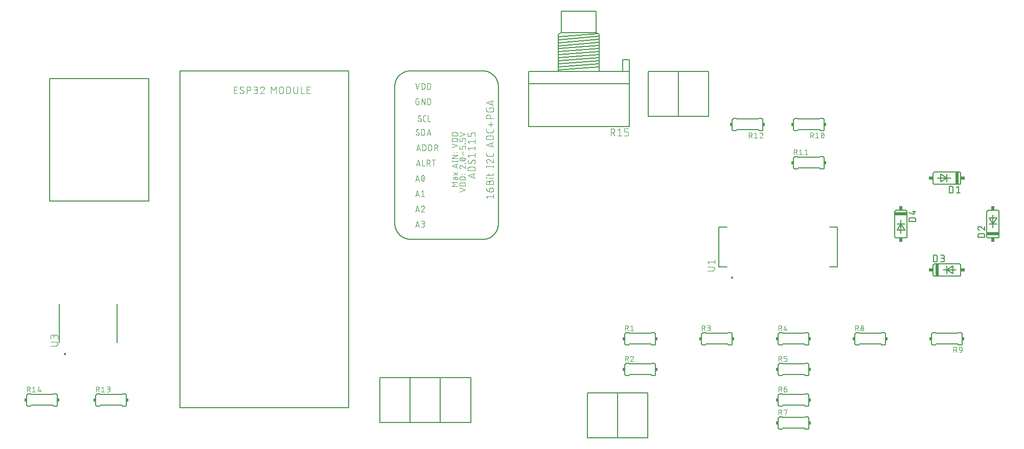
<source format=gbr>
G04 EAGLE Gerber RS-274X export*
G75*
%MOMM*%
%FSLAX34Y34*%
%LPD*%
%INSilkscreen Top*%
%IPPOS*%
%AMOC8*
5,1,8,0,0,1.08239X$1,22.5*%
G01*
%ADD10C,0.152400*%
%ADD11R,0.508000X2.032000*%
%ADD12R,0.635000X0.508000*%
%ADD13C,0.127000*%
%ADD14R,2.032000X0.508000*%
%ADD15R,0.508000X0.635000*%
%ADD16R,0.381000X0.508000*%
%ADD17C,0.101600*%
%ADD18C,0.200000*%
%ADD19C,0.076200*%
%ADD20C,0.203200*%


D10*
X1708150Y800100D02*
X1701800Y800100D01*
X1691640Y793750D02*
X1691640Y806450D01*
X1701800Y800100D01*
X1686560Y800100D01*
X1691640Y793750D02*
X1701800Y800100D01*
X1701800Y793750D01*
X1701800Y800100D02*
X1701800Y806450D01*
X1681480Y789940D02*
X1681380Y789942D01*
X1681281Y789948D01*
X1681181Y789958D01*
X1681083Y789971D01*
X1680984Y789989D01*
X1680887Y790010D01*
X1680791Y790035D01*
X1680695Y790064D01*
X1680601Y790097D01*
X1680508Y790133D01*
X1680417Y790173D01*
X1680327Y790217D01*
X1680239Y790264D01*
X1680153Y790314D01*
X1680069Y790368D01*
X1679987Y790425D01*
X1679908Y790485D01*
X1679830Y790549D01*
X1679756Y790615D01*
X1679684Y790684D01*
X1679615Y790756D01*
X1679549Y790830D01*
X1679485Y790908D01*
X1679425Y790987D01*
X1679368Y791069D01*
X1679314Y791153D01*
X1679264Y791239D01*
X1679217Y791327D01*
X1679173Y791417D01*
X1679133Y791508D01*
X1679097Y791601D01*
X1679064Y791695D01*
X1679035Y791791D01*
X1679010Y791887D01*
X1678989Y791984D01*
X1678971Y792083D01*
X1678958Y792181D01*
X1678948Y792281D01*
X1678942Y792380D01*
X1678940Y792480D01*
X1678940Y807720D01*
X1678942Y807820D01*
X1678948Y807919D01*
X1678958Y808019D01*
X1678971Y808117D01*
X1678989Y808216D01*
X1679010Y808313D01*
X1679035Y808409D01*
X1679064Y808505D01*
X1679097Y808599D01*
X1679133Y808692D01*
X1679173Y808783D01*
X1679217Y808873D01*
X1679264Y808961D01*
X1679314Y809047D01*
X1679368Y809131D01*
X1679425Y809213D01*
X1679485Y809292D01*
X1679549Y809370D01*
X1679615Y809444D01*
X1679684Y809516D01*
X1679756Y809585D01*
X1679830Y809651D01*
X1679908Y809715D01*
X1679987Y809775D01*
X1680069Y809832D01*
X1680153Y809886D01*
X1680239Y809936D01*
X1680327Y809983D01*
X1680417Y810027D01*
X1680508Y810067D01*
X1680601Y810103D01*
X1680695Y810136D01*
X1680791Y810165D01*
X1680887Y810190D01*
X1680984Y810211D01*
X1681083Y810229D01*
X1681181Y810242D01*
X1681281Y810252D01*
X1681380Y810258D01*
X1681480Y810260D01*
X1722120Y789940D02*
X1722220Y789942D01*
X1722319Y789948D01*
X1722419Y789958D01*
X1722517Y789971D01*
X1722616Y789989D01*
X1722713Y790010D01*
X1722809Y790035D01*
X1722905Y790064D01*
X1722999Y790097D01*
X1723092Y790133D01*
X1723183Y790173D01*
X1723273Y790217D01*
X1723361Y790264D01*
X1723447Y790314D01*
X1723531Y790368D01*
X1723613Y790425D01*
X1723692Y790485D01*
X1723770Y790549D01*
X1723844Y790615D01*
X1723916Y790684D01*
X1723985Y790756D01*
X1724051Y790830D01*
X1724115Y790908D01*
X1724175Y790987D01*
X1724232Y791069D01*
X1724286Y791153D01*
X1724336Y791239D01*
X1724383Y791327D01*
X1724427Y791417D01*
X1724467Y791508D01*
X1724503Y791601D01*
X1724536Y791695D01*
X1724565Y791791D01*
X1724590Y791887D01*
X1724611Y791984D01*
X1724629Y792083D01*
X1724642Y792181D01*
X1724652Y792281D01*
X1724658Y792380D01*
X1724660Y792480D01*
X1724660Y807720D02*
X1724658Y807820D01*
X1724652Y807919D01*
X1724642Y808019D01*
X1724629Y808117D01*
X1724611Y808216D01*
X1724590Y808313D01*
X1724565Y808409D01*
X1724536Y808505D01*
X1724503Y808599D01*
X1724467Y808692D01*
X1724427Y808783D01*
X1724383Y808873D01*
X1724336Y808961D01*
X1724286Y809047D01*
X1724232Y809131D01*
X1724175Y809213D01*
X1724115Y809292D01*
X1724051Y809370D01*
X1723985Y809444D01*
X1723916Y809516D01*
X1723844Y809585D01*
X1723770Y809651D01*
X1723692Y809715D01*
X1723613Y809775D01*
X1723531Y809832D01*
X1723447Y809886D01*
X1723361Y809936D01*
X1723273Y809983D01*
X1723183Y810027D01*
X1723092Y810067D01*
X1722999Y810103D01*
X1722905Y810136D01*
X1722809Y810165D01*
X1722713Y810190D01*
X1722616Y810211D01*
X1722517Y810229D01*
X1722419Y810242D01*
X1722319Y810252D01*
X1722220Y810258D01*
X1722120Y810260D01*
X1681480Y810260D01*
X1724660Y807720D02*
X1724660Y792480D01*
X1722120Y789940D02*
X1681480Y789940D01*
D11*
X1718310Y800100D03*
D12*
X1675765Y800100D03*
X1727835Y800100D03*
D13*
X1705864Y786765D02*
X1705864Y775335D01*
X1705864Y786765D02*
X1709039Y786765D01*
X1709150Y786763D01*
X1709260Y786757D01*
X1709371Y786748D01*
X1709481Y786734D01*
X1709590Y786717D01*
X1709699Y786696D01*
X1709807Y786671D01*
X1709914Y786642D01*
X1710020Y786610D01*
X1710125Y786574D01*
X1710228Y786534D01*
X1710330Y786491D01*
X1710431Y786444D01*
X1710530Y786393D01*
X1710627Y786340D01*
X1710721Y786283D01*
X1710814Y786222D01*
X1710905Y786159D01*
X1710994Y786092D01*
X1711080Y786022D01*
X1711163Y785949D01*
X1711245Y785874D01*
X1711323Y785796D01*
X1711398Y785714D01*
X1711471Y785631D01*
X1711541Y785545D01*
X1711608Y785456D01*
X1711671Y785365D01*
X1711732Y785272D01*
X1711789Y785178D01*
X1711842Y785081D01*
X1711893Y784982D01*
X1711940Y784881D01*
X1711983Y784779D01*
X1712023Y784676D01*
X1712059Y784571D01*
X1712091Y784465D01*
X1712120Y784358D01*
X1712145Y784250D01*
X1712166Y784141D01*
X1712183Y784032D01*
X1712197Y783922D01*
X1712206Y783811D01*
X1712212Y783701D01*
X1712214Y783590D01*
X1712214Y778510D01*
X1712212Y778399D01*
X1712206Y778289D01*
X1712197Y778178D01*
X1712183Y778068D01*
X1712166Y777959D01*
X1712145Y777850D01*
X1712120Y777742D01*
X1712091Y777635D01*
X1712059Y777529D01*
X1712023Y777424D01*
X1711983Y777321D01*
X1711940Y777219D01*
X1711893Y777118D01*
X1711842Y777019D01*
X1711789Y776923D01*
X1711732Y776828D01*
X1711671Y776735D01*
X1711608Y776644D01*
X1711541Y776555D01*
X1711471Y776469D01*
X1711398Y776386D01*
X1711323Y776304D01*
X1711245Y776226D01*
X1711163Y776151D01*
X1711080Y776078D01*
X1710994Y776008D01*
X1710905Y775941D01*
X1710814Y775878D01*
X1710721Y775817D01*
X1710627Y775760D01*
X1710530Y775707D01*
X1710431Y775656D01*
X1710330Y775609D01*
X1710228Y775566D01*
X1710125Y775526D01*
X1710020Y775490D01*
X1709914Y775458D01*
X1709807Y775429D01*
X1709699Y775404D01*
X1709590Y775383D01*
X1709481Y775366D01*
X1709371Y775352D01*
X1709260Y775343D01*
X1709150Y775337D01*
X1709039Y775335D01*
X1705864Y775335D01*
X1717675Y784225D02*
X1720850Y786765D01*
X1720850Y775335D01*
X1717675Y775335D02*
X1724025Y775335D01*
D10*
X1778000Y723900D02*
X1778000Y717550D01*
X1771650Y734060D02*
X1784350Y734060D01*
X1778000Y723900D01*
X1778000Y739140D01*
X1771650Y734060D02*
X1778000Y723900D01*
X1771650Y723900D01*
X1778000Y723900D02*
X1784350Y723900D01*
X1767840Y744220D02*
X1767842Y744320D01*
X1767848Y744419D01*
X1767858Y744519D01*
X1767871Y744617D01*
X1767889Y744716D01*
X1767910Y744813D01*
X1767935Y744909D01*
X1767964Y745005D01*
X1767997Y745099D01*
X1768033Y745192D01*
X1768073Y745283D01*
X1768117Y745373D01*
X1768164Y745461D01*
X1768214Y745547D01*
X1768268Y745631D01*
X1768325Y745713D01*
X1768385Y745792D01*
X1768449Y745870D01*
X1768515Y745944D01*
X1768584Y746016D01*
X1768656Y746085D01*
X1768730Y746151D01*
X1768808Y746215D01*
X1768887Y746275D01*
X1768969Y746332D01*
X1769053Y746386D01*
X1769139Y746436D01*
X1769227Y746483D01*
X1769317Y746527D01*
X1769408Y746567D01*
X1769501Y746603D01*
X1769595Y746636D01*
X1769691Y746665D01*
X1769787Y746690D01*
X1769884Y746711D01*
X1769983Y746729D01*
X1770081Y746742D01*
X1770181Y746752D01*
X1770280Y746758D01*
X1770380Y746760D01*
X1785620Y746760D01*
X1785720Y746758D01*
X1785819Y746752D01*
X1785919Y746742D01*
X1786017Y746729D01*
X1786116Y746711D01*
X1786213Y746690D01*
X1786309Y746665D01*
X1786405Y746636D01*
X1786499Y746603D01*
X1786592Y746567D01*
X1786683Y746527D01*
X1786773Y746483D01*
X1786861Y746436D01*
X1786947Y746386D01*
X1787031Y746332D01*
X1787113Y746275D01*
X1787192Y746215D01*
X1787270Y746151D01*
X1787344Y746085D01*
X1787416Y746016D01*
X1787485Y745944D01*
X1787551Y745870D01*
X1787615Y745792D01*
X1787675Y745713D01*
X1787732Y745631D01*
X1787786Y745547D01*
X1787836Y745461D01*
X1787883Y745373D01*
X1787927Y745283D01*
X1787967Y745192D01*
X1788003Y745099D01*
X1788036Y745005D01*
X1788065Y744909D01*
X1788090Y744813D01*
X1788111Y744716D01*
X1788129Y744617D01*
X1788142Y744519D01*
X1788152Y744419D01*
X1788158Y744320D01*
X1788160Y744220D01*
X1767840Y703580D02*
X1767842Y703480D01*
X1767848Y703381D01*
X1767858Y703281D01*
X1767871Y703183D01*
X1767889Y703084D01*
X1767910Y702987D01*
X1767935Y702891D01*
X1767964Y702795D01*
X1767997Y702701D01*
X1768033Y702608D01*
X1768073Y702517D01*
X1768117Y702427D01*
X1768164Y702339D01*
X1768214Y702253D01*
X1768268Y702169D01*
X1768325Y702087D01*
X1768385Y702008D01*
X1768449Y701930D01*
X1768515Y701856D01*
X1768584Y701784D01*
X1768656Y701715D01*
X1768730Y701649D01*
X1768808Y701585D01*
X1768887Y701525D01*
X1768969Y701468D01*
X1769053Y701414D01*
X1769139Y701364D01*
X1769227Y701317D01*
X1769317Y701273D01*
X1769408Y701233D01*
X1769501Y701197D01*
X1769595Y701164D01*
X1769691Y701135D01*
X1769787Y701110D01*
X1769884Y701089D01*
X1769983Y701071D01*
X1770081Y701058D01*
X1770181Y701048D01*
X1770280Y701042D01*
X1770380Y701040D01*
X1785620Y701040D02*
X1785720Y701042D01*
X1785819Y701048D01*
X1785919Y701058D01*
X1786017Y701071D01*
X1786116Y701089D01*
X1786213Y701110D01*
X1786309Y701135D01*
X1786405Y701164D01*
X1786499Y701197D01*
X1786592Y701233D01*
X1786683Y701273D01*
X1786773Y701317D01*
X1786861Y701364D01*
X1786947Y701414D01*
X1787031Y701468D01*
X1787113Y701525D01*
X1787192Y701585D01*
X1787270Y701649D01*
X1787344Y701715D01*
X1787416Y701784D01*
X1787485Y701856D01*
X1787551Y701930D01*
X1787615Y702008D01*
X1787675Y702087D01*
X1787732Y702169D01*
X1787786Y702253D01*
X1787836Y702339D01*
X1787883Y702427D01*
X1787927Y702517D01*
X1787967Y702608D01*
X1788003Y702701D01*
X1788036Y702795D01*
X1788065Y702891D01*
X1788090Y702987D01*
X1788111Y703084D01*
X1788129Y703183D01*
X1788142Y703281D01*
X1788152Y703381D01*
X1788158Y703480D01*
X1788160Y703580D01*
X1788160Y744220D01*
X1785620Y701040D02*
X1770380Y701040D01*
X1767840Y703580D02*
X1767840Y744220D01*
D14*
X1778000Y707390D03*
D15*
X1778000Y749935D03*
X1778000Y697865D03*
D13*
X1764665Y701675D02*
X1753235Y701675D01*
X1753235Y704850D01*
X1753237Y704961D01*
X1753243Y705071D01*
X1753252Y705182D01*
X1753266Y705292D01*
X1753283Y705401D01*
X1753304Y705510D01*
X1753329Y705618D01*
X1753358Y705725D01*
X1753390Y705831D01*
X1753426Y705936D01*
X1753466Y706039D01*
X1753509Y706141D01*
X1753556Y706242D01*
X1753607Y706341D01*
X1753660Y706438D01*
X1753717Y706532D01*
X1753778Y706625D01*
X1753841Y706716D01*
X1753908Y706805D01*
X1753978Y706891D01*
X1754051Y706974D01*
X1754126Y707056D01*
X1754204Y707134D01*
X1754286Y707209D01*
X1754369Y707282D01*
X1754455Y707352D01*
X1754544Y707419D01*
X1754635Y707482D01*
X1754728Y707543D01*
X1754823Y707600D01*
X1754919Y707653D01*
X1755018Y707704D01*
X1755119Y707751D01*
X1755221Y707794D01*
X1755324Y707834D01*
X1755429Y707870D01*
X1755535Y707902D01*
X1755642Y707931D01*
X1755750Y707956D01*
X1755859Y707977D01*
X1755968Y707994D01*
X1756078Y708008D01*
X1756189Y708017D01*
X1756299Y708023D01*
X1756410Y708025D01*
X1761490Y708025D01*
X1761601Y708023D01*
X1761711Y708017D01*
X1761822Y708008D01*
X1761932Y707994D01*
X1762041Y707977D01*
X1762150Y707956D01*
X1762258Y707931D01*
X1762365Y707902D01*
X1762471Y707870D01*
X1762576Y707834D01*
X1762679Y707794D01*
X1762781Y707751D01*
X1762882Y707704D01*
X1762981Y707653D01*
X1763078Y707600D01*
X1763172Y707543D01*
X1763265Y707482D01*
X1763356Y707419D01*
X1763445Y707352D01*
X1763531Y707282D01*
X1763614Y707209D01*
X1763696Y707134D01*
X1763774Y707056D01*
X1763849Y706974D01*
X1763922Y706891D01*
X1763992Y706805D01*
X1764059Y706716D01*
X1764122Y706625D01*
X1764183Y706532D01*
X1764240Y706438D01*
X1764293Y706341D01*
X1764344Y706242D01*
X1764391Y706141D01*
X1764434Y706039D01*
X1764474Y705936D01*
X1764510Y705831D01*
X1764542Y705725D01*
X1764571Y705618D01*
X1764596Y705510D01*
X1764617Y705401D01*
X1764634Y705292D01*
X1764648Y705182D01*
X1764657Y705071D01*
X1764663Y704961D01*
X1764665Y704850D01*
X1764665Y701675D01*
X1753235Y716979D02*
X1753237Y717083D01*
X1753243Y717188D01*
X1753252Y717292D01*
X1753265Y717395D01*
X1753283Y717498D01*
X1753303Y717600D01*
X1753328Y717702D01*
X1753356Y717802D01*
X1753388Y717902D01*
X1753424Y718000D01*
X1753463Y718097D01*
X1753505Y718192D01*
X1753551Y718286D01*
X1753601Y718378D01*
X1753653Y718468D01*
X1753709Y718556D01*
X1753769Y718642D01*
X1753831Y718726D01*
X1753896Y718807D01*
X1753964Y718886D01*
X1754036Y718963D01*
X1754109Y719036D01*
X1754186Y719108D01*
X1754265Y719176D01*
X1754346Y719241D01*
X1754430Y719303D01*
X1754516Y719363D01*
X1754604Y719419D01*
X1754694Y719471D01*
X1754786Y719521D01*
X1754880Y719567D01*
X1754975Y719609D01*
X1755072Y719648D01*
X1755170Y719684D01*
X1755270Y719716D01*
X1755370Y719744D01*
X1755472Y719769D01*
X1755574Y719789D01*
X1755677Y719807D01*
X1755780Y719820D01*
X1755884Y719829D01*
X1755989Y719835D01*
X1756093Y719837D01*
X1753235Y716979D02*
X1753237Y716861D01*
X1753243Y716742D01*
X1753252Y716624D01*
X1753265Y716507D01*
X1753283Y716390D01*
X1753303Y716273D01*
X1753328Y716157D01*
X1753356Y716042D01*
X1753389Y715929D01*
X1753424Y715816D01*
X1753464Y715704D01*
X1753506Y715594D01*
X1753553Y715485D01*
X1753603Y715377D01*
X1753656Y715272D01*
X1753713Y715168D01*
X1753773Y715066D01*
X1753836Y714966D01*
X1753903Y714868D01*
X1753972Y714772D01*
X1754045Y714679D01*
X1754121Y714588D01*
X1754199Y714499D01*
X1754281Y714413D01*
X1754365Y714330D01*
X1754451Y714249D01*
X1754541Y714172D01*
X1754632Y714097D01*
X1754726Y714025D01*
X1754823Y713956D01*
X1754921Y713891D01*
X1755022Y713828D01*
X1755125Y713769D01*
X1755229Y713713D01*
X1755335Y713661D01*
X1755443Y713612D01*
X1755552Y713567D01*
X1755663Y713525D01*
X1755775Y713487D01*
X1758315Y718884D02*
X1758240Y718960D01*
X1758161Y719035D01*
X1758080Y719106D01*
X1757996Y719175D01*
X1757910Y719240D01*
X1757822Y719302D01*
X1757732Y719362D01*
X1757640Y719418D01*
X1757545Y719471D01*
X1757449Y719520D01*
X1757351Y719566D01*
X1757252Y719609D01*
X1757151Y719648D01*
X1757049Y719683D01*
X1756946Y719715D01*
X1756842Y719743D01*
X1756737Y719768D01*
X1756630Y719789D01*
X1756524Y719806D01*
X1756417Y719819D01*
X1756309Y719828D01*
X1756201Y719834D01*
X1756093Y719836D01*
X1758315Y718884D02*
X1764665Y713486D01*
X1764665Y719836D01*
D10*
X1701800Y647700D02*
X1695450Y647700D01*
X1711960Y654050D02*
X1711960Y641350D01*
X1701800Y647700D01*
X1717040Y647700D01*
X1711960Y654050D02*
X1701800Y647700D01*
X1701800Y654050D01*
X1701800Y647700D02*
X1701800Y641350D01*
X1722120Y657860D02*
X1722220Y657858D01*
X1722319Y657852D01*
X1722419Y657842D01*
X1722517Y657829D01*
X1722616Y657811D01*
X1722713Y657790D01*
X1722809Y657765D01*
X1722905Y657736D01*
X1722999Y657703D01*
X1723092Y657667D01*
X1723183Y657627D01*
X1723273Y657583D01*
X1723361Y657536D01*
X1723447Y657486D01*
X1723531Y657432D01*
X1723613Y657375D01*
X1723692Y657315D01*
X1723770Y657251D01*
X1723844Y657185D01*
X1723916Y657116D01*
X1723985Y657044D01*
X1724051Y656970D01*
X1724115Y656892D01*
X1724175Y656813D01*
X1724232Y656731D01*
X1724286Y656647D01*
X1724336Y656561D01*
X1724383Y656473D01*
X1724427Y656383D01*
X1724467Y656292D01*
X1724503Y656199D01*
X1724536Y656105D01*
X1724565Y656009D01*
X1724590Y655913D01*
X1724611Y655816D01*
X1724629Y655717D01*
X1724642Y655619D01*
X1724652Y655519D01*
X1724658Y655420D01*
X1724660Y655320D01*
X1724660Y640080D01*
X1724658Y639980D01*
X1724652Y639881D01*
X1724642Y639781D01*
X1724629Y639683D01*
X1724611Y639584D01*
X1724590Y639487D01*
X1724565Y639391D01*
X1724536Y639295D01*
X1724503Y639201D01*
X1724467Y639108D01*
X1724427Y639017D01*
X1724383Y638927D01*
X1724336Y638839D01*
X1724286Y638753D01*
X1724232Y638669D01*
X1724175Y638587D01*
X1724115Y638508D01*
X1724051Y638430D01*
X1723985Y638356D01*
X1723916Y638284D01*
X1723844Y638215D01*
X1723770Y638149D01*
X1723692Y638085D01*
X1723613Y638025D01*
X1723531Y637968D01*
X1723447Y637914D01*
X1723361Y637864D01*
X1723273Y637817D01*
X1723183Y637773D01*
X1723092Y637733D01*
X1722999Y637697D01*
X1722905Y637664D01*
X1722809Y637635D01*
X1722713Y637610D01*
X1722616Y637589D01*
X1722517Y637571D01*
X1722419Y637558D01*
X1722319Y637548D01*
X1722220Y637542D01*
X1722120Y637540D01*
X1681480Y657860D02*
X1681380Y657858D01*
X1681281Y657852D01*
X1681181Y657842D01*
X1681083Y657829D01*
X1680984Y657811D01*
X1680887Y657790D01*
X1680791Y657765D01*
X1680695Y657736D01*
X1680601Y657703D01*
X1680508Y657667D01*
X1680417Y657627D01*
X1680327Y657583D01*
X1680239Y657536D01*
X1680153Y657486D01*
X1680069Y657432D01*
X1679987Y657375D01*
X1679908Y657315D01*
X1679830Y657251D01*
X1679756Y657185D01*
X1679684Y657116D01*
X1679615Y657044D01*
X1679549Y656970D01*
X1679485Y656892D01*
X1679425Y656813D01*
X1679368Y656731D01*
X1679314Y656647D01*
X1679264Y656561D01*
X1679217Y656473D01*
X1679173Y656383D01*
X1679133Y656292D01*
X1679097Y656199D01*
X1679064Y656105D01*
X1679035Y656009D01*
X1679010Y655913D01*
X1678989Y655816D01*
X1678971Y655717D01*
X1678958Y655619D01*
X1678948Y655519D01*
X1678942Y655420D01*
X1678940Y655320D01*
X1678940Y640080D02*
X1678942Y639980D01*
X1678948Y639881D01*
X1678958Y639781D01*
X1678971Y639683D01*
X1678989Y639584D01*
X1679010Y639487D01*
X1679035Y639391D01*
X1679064Y639295D01*
X1679097Y639201D01*
X1679133Y639108D01*
X1679173Y639017D01*
X1679217Y638927D01*
X1679264Y638839D01*
X1679314Y638753D01*
X1679368Y638669D01*
X1679425Y638587D01*
X1679485Y638508D01*
X1679549Y638430D01*
X1679615Y638356D01*
X1679684Y638284D01*
X1679756Y638215D01*
X1679830Y638149D01*
X1679908Y638085D01*
X1679987Y638025D01*
X1680069Y637968D01*
X1680153Y637914D01*
X1680239Y637864D01*
X1680327Y637817D01*
X1680417Y637773D01*
X1680508Y637733D01*
X1680601Y637697D01*
X1680695Y637664D01*
X1680791Y637635D01*
X1680887Y637610D01*
X1680984Y637589D01*
X1681083Y637571D01*
X1681181Y637558D01*
X1681281Y637548D01*
X1681380Y637542D01*
X1681480Y637540D01*
X1722120Y637540D01*
X1678940Y640080D02*
X1678940Y655320D01*
X1681480Y657860D02*
X1722120Y657860D01*
D11*
X1685290Y647700D03*
D12*
X1727835Y647700D03*
X1675765Y647700D03*
D13*
X1679575Y661035D02*
X1679575Y672465D01*
X1682750Y672465D01*
X1682861Y672463D01*
X1682971Y672457D01*
X1683082Y672448D01*
X1683192Y672434D01*
X1683301Y672417D01*
X1683410Y672396D01*
X1683518Y672371D01*
X1683625Y672342D01*
X1683731Y672310D01*
X1683836Y672274D01*
X1683939Y672234D01*
X1684041Y672191D01*
X1684142Y672144D01*
X1684241Y672093D01*
X1684338Y672040D01*
X1684432Y671983D01*
X1684525Y671922D01*
X1684616Y671859D01*
X1684705Y671792D01*
X1684791Y671722D01*
X1684874Y671649D01*
X1684956Y671574D01*
X1685034Y671496D01*
X1685109Y671414D01*
X1685182Y671331D01*
X1685252Y671245D01*
X1685319Y671156D01*
X1685382Y671065D01*
X1685443Y670972D01*
X1685500Y670878D01*
X1685553Y670781D01*
X1685604Y670682D01*
X1685651Y670581D01*
X1685694Y670479D01*
X1685734Y670376D01*
X1685770Y670271D01*
X1685802Y670165D01*
X1685831Y670058D01*
X1685856Y669950D01*
X1685877Y669841D01*
X1685894Y669732D01*
X1685908Y669622D01*
X1685917Y669511D01*
X1685923Y669401D01*
X1685925Y669290D01*
X1685925Y664210D01*
X1685923Y664099D01*
X1685917Y663989D01*
X1685908Y663878D01*
X1685894Y663768D01*
X1685877Y663659D01*
X1685856Y663550D01*
X1685831Y663442D01*
X1685802Y663335D01*
X1685770Y663229D01*
X1685734Y663124D01*
X1685694Y663021D01*
X1685651Y662919D01*
X1685604Y662818D01*
X1685553Y662719D01*
X1685500Y662623D01*
X1685443Y662528D01*
X1685382Y662435D01*
X1685319Y662344D01*
X1685252Y662255D01*
X1685182Y662169D01*
X1685109Y662086D01*
X1685034Y662004D01*
X1684956Y661926D01*
X1684874Y661851D01*
X1684791Y661778D01*
X1684705Y661708D01*
X1684616Y661641D01*
X1684525Y661578D01*
X1684432Y661517D01*
X1684338Y661460D01*
X1684241Y661407D01*
X1684142Y661356D01*
X1684041Y661309D01*
X1683939Y661266D01*
X1683836Y661226D01*
X1683731Y661190D01*
X1683625Y661158D01*
X1683518Y661129D01*
X1683410Y661104D01*
X1683301Y661083D01*
X1683192Y661066D01*
X1683082Y661052D01*
X1682971Y661043D01*
X1682861Y661037D01*
X1682750Y661035D01*
X1679575Y661035D01*
X1691386Y661035D02*
X1694561Y661035D01*
X1694672Y661037D01*
X1694782Y661043D01*
X1694893Y661052D01*
X1695003Y661066D01*
X1695112Y661083D01*
X1695221Y661104D01*
X1695329Y661129D01*
X1695436Y661158D01*
X1695542Y661190D01*
X1695647Y661226D01*
X1695750Y661266D01*
X1695852Y661309D01*
X1695953Y661356D01*
X1696052Y661407D01*
X1696149Y661460D01*
X1696243Y661517D01*
X1696336Y661578D01*
X1696427Y661641D01*
X1696516Y661708D01*
X1696602Y661778D01*
X1696685Y661851D01*
X1696767Y661926D01*
X1696845Y662004D01*
X1696920Y662086D01*
X1696993Y662169D01*
X1697063Y662255D01*
X1697130Y662344D01*
X1697193Y662435D01*
X1697254Y662528D01*
X1697311Y662623D01*
X1697364Y662719D01*
X1697415Y662818D01*
X1697462Y662919D01*
X1697505Y663021D01*
X1697545Y663124D01*
X1697581Y663229D01*
X1697613Y663335D01*
X1697642Y663442D01*
X1697667Y663550D01*
X1697688Y663659D01*
X1697705Y663768D01*
X1697719Y663878D01*
X1697728Y663989D01*
X1697734Y664099D01*
X1697736Y664210D01*
X1697734Y664321D01*
X1697728Y664431D01*
X1697719Y664542D01*
X1697705Y664652D01*
X1697688Y664761D01*
X1697667Y664870D01*
X1697642Y664978D01*
X1697613Y665085D01*
X1697581Y665191D01*
X1697545Y665296D01*
X1697505Y665399D01*
X1697462Y665501D01*
X1697415Y665602D01*
X1697364Y665701D01*
X1697311Y665797D01*
X1697254Y665892D01*
X1697193Y665985D01*
X1697130Y666076D01*
X1697063Y666165D01*
X1696993Y666251D01*
X1696920Y666334D01*
X1696845Y666416D01*
X1696767Y666494D01*
X1696685Y666569D01*
X1696602Y666642D01*
X1696516Y666712D01*
X1696427Y666779D01*
X1696336Y666842D01*
X1696243Y666903D01*
X1696149Y666960D01*
X1696052Y667013D01*
X1695953Y667064D01*
X1695852Y667111D01*
X1695750Y667154D01*
X1695647Y667194D01*
X1695542Y667230D01*
X1695436Y667262D01*
X1695329Y667291D01*
X1695221Y667316D01*
X1695112Y667337D01*
X1695003Y667354D01*
X1694893Y667368D01*
X1694782Y667377D01*
X1694672Y667383D01*
X1694561Y667385D01*
X1695196Y672465D02*
X1691386Y672465D01*
X1695196Y672465D02*
X1695296Y672463D01*
X1695395Y672457D01*
X1695495Y672447D01*
X1695593Y672434D01*
X1695692Y672416D01*
X1695789Y672395D01*
X1695885Y672370D01*
X1695981Y672341D01*
X1696075Y672308D01*
X1696168Y672272D01*
X1696259Y672232D01*
X1696349Y672188D01*
X1696437Y672141D01*
X1696523Y672091D01*
X1696607Y672037D01*
X1696689Y671980D01*
X1696768Y671920D01*
X1696846Y671856D01*
X1696920Y671790D01*
X1696992Y671721D01*
X1697061Y671649D01*
X1697127Y671575D01*
X1697191Y671497D01*
X1697251Y671418D01*
X1697308Y671336D01*
X1697362Y671252D01*
X1697412Y671166D01*
X1697459Y671078D01*
X1697503Y670988D01*
X1697543Y670897D01*
X1697579Y670804D01*
X1697612Y670710D01*
X1697641Y670614D01*
X1697666Y670518D01*
X1697687Y670421D01*
X1697705Y670322D01*
X1697718Y670224D01*
X1697728Y670124D01*
X1697734Y670025D01*
X1697736Y669925D01*
X1697734Y669825D01*
X1697728Y669726D01*
X1697718Y669626D01*
X1697705Y669528D01*
X1697687Y669429D01*
X1697666Y669332D01*
X1697641Y669236D01*
X1697612Y669140D01*
X1697579Y669046D01*
X1697543Y668953D01*
X1697503Y668862D01*
X1697459Y668772D01*
X1697412Y668684D01*
X1697362Y668598D01*
X1697308Y668514D01*
X1697251Y668432D01*
X1697191Y668353D01*
X1697127Y668275D01*
X1697061Y668201D01*
X1696992Y668129D01*
X1696920Y668060D01*
X1696846Y667994D01*
X1696768Y667930D01*
X1696689Y667870D01*
X1696607Y667813D01*
X1696523Y667759D01*
X1696437Y667709D01*
X1696349Y667662D01*
X1696259Y667618D01*
X1696168Y667578D01*
X1696075Y667542D01*
X1695981Y667509D01*
X1695885Y667480D01*
X1695789Y667455D01*
X1695692Y667434D01*
X1695593Y667416D01*
X1695495Y667403D01*
X1695395Y667393D01*
X1695296Y667387D01*
X1695196Y667385D01*
X1692656Y667385D01*
D10*
X1625600Y723900D02*
X1625600Y730250D01*
X1631950Y713740D02*
X1619250Y713740D01*
X1625600Y723900D01*
X1625600Y708660D01*
X1631950Y713740D02*
X1625600Y723900D01*
X1631950Y723900D01*
X1625600Y723900D02*
X1619250Y723900D01*
X1635760Y703580D02*
X1635758Y703480D01*
X1635752Y703381D01*
X1635742Y703281D01*
X1635729Y703183D01*
X1635711Y703084D01*
X1635690Y702987D01*
X1635665Y702891D01*
X1635636Y702795D01*
X1635603Y702701D01*
X1635567Y702608D01*
X1635527Y702517D01*
X1635483Y702427D01*
X1635436Y702339D01*
X1635386Y702253D01*
X1635332Y702169D01*
X1635275Y702087D01*
X1635215Y702008D01*
X1635151Y701930D01*
X1635085Y701856D01*
X1635016Y701784D01*
X1634944Y701715D01*
X1634870Y701649D01*
X1634792Y701585D01*
X1634713Y701525D01*
X1634631Y701468D01*
X1634547Y701414D01*
X1634461Y701364D01*
X1634373Y701317D01*
X1634283Y701273D01*
X1634192Y701233D01*
X1634099Y701197D01*
X1634005Y701164D01*
X1633909Y701135D01*
X1633813Y701110D01*
X1633716Y701089D01*
X1633617Y701071D01*
X1633519Y701058D01*
X1633419Y701048D01*
X1633320Y701042D01*
X1633220Y701040D01*
X1617980Y701040D01*
X1617880Y701042D01*
X1617781Y701048D01*
X1617681Y701058D01*
X1617583Y701071D01*
X1617484Y701089D01*
X1617387Y701110D01*
X1617291Y701135D01*
X1617195Y701164D01*
X1617101Y701197D01*
X1617008Y701233D01*
X1616917Y701273D01*
X1616827Y701317D01*
X1616739Y701364D01*
X1616653Y701414D01*
X1616569Y701468D01*
X1616487Y701525D01*
X1616408Y701585D01*
X1616330Y701649D01*
X1616256Y701715D01*
X1616184Y701784D01*
X1616115Y701856D01*
X1616049Y701930D01*
X1615985Y702008D01*
X1615925Y702087D01*
X1615868Y702169D01*
X1615814Y702253D01*
X1615764Y702339D01*
X1615717Y702427D01*
X1615673Y702517D01*
X1615633Y702608D01*
X1615597Y702701D01*
X1615564Y702795D01*
X1615535Y702891D01*
X1615510Y702987D01*
X1615489Y703084D01*
X1615471Y703183D01*
X1615458Y703281D01*
X1615448Y703381D01*
X1615442Y703480D01*
X1615440Y703580D01*
X1635760Y744220D02*
X1635758Y744320D01*
X1635752Y744419D01*
X1635742Y744519D01*
X1635729Y744617D01*
X1635711Y744716D01*
X1635690Y744813D01*
X1635665Y744909D01*
X1635636Y745005D01*
X1635603Y745099D01*
X1635567Y745192D01*
X1635527Y745283D01*
X1635483Y745373D01*
X1635436Y745461D01*
X1635386Y745547D01*
X1635332Y745631D01*
X1635275Y745713D01*
X1635215Y745792D01*
X1635151Y745870D01*
X1635085Y745944D01*
X1635016Y746016D01*
X1634944Y746085D01*
X1634870Y746151D01*
X1634792Y746215D01*
X1634713Y746275D01*
X1634631Y746332D01*
X1634547Y746386D01*
X1634461Y746436D01*
X1634373Y746483D01*
X1634283Y746527D01*
X1634192Y746567D01*
X1634099Y746603D01*
X1634005Y746636D01*
X1633909Y746665D01*
X1633813Y746690D01*
X1633716Y746711D01*
X1633617Y746729D01*
X1633519Y746742D01*
X1633419Y746752D01*
X1633320Y746758D01*
X1633220Y746760D01*
X1617980Y746760D02*
X1617880Y746758D01*
X1617781Y746752D01*
X1617681Y746742D01*
X1617583Y746729D01*
X1617484Y746711D01*
X1617387Y746690D01*
X1617291Y746665D01*
X1617195Y746636D01*
X1617101Y746603D01*
X1617008Y746567D01*
X1616917Y746527D01*
X1616827Y746483D01*
X1616739Y746436D01*
X1616653Y746386D01*
X1616569Y746332D01*
X1616487Y746275D01*
X1616408Y746215D01*
X1616330Y746151D01*
X1616256Y746085D01*
X1616184Y746016D01*
X1616115Y745944D01*
X1616049Y745870D01*
X1615985Y745792D01*
X1615925Y745713D01*
X1615868Y745631D01*
X1615814Y745547D01*
X1615764Y745461D01*
X1615717Y745373D01*
X1615673Y745283D01*
X1615633Y745192D01*
X1615597Y745099D01*
X1615564Y745005D01*
X1615535Y744909D01*
X1615510Y744813D01*
X1615489Y744716D01*
X1615471Y744617D01*
X1615458Y744519D01*
X1615448Y744419D01*
X1615442Y744320D01*
X1615440Y744220D01*
X1615440Y703580D01*
X1617980Y746760D02*
X1633220Y746760D01*
X1635760Y744220D02*
X1635760Y703580D01*
D14*
X1625600Y740410D03*
D15*
X1625600Y697865D03*
X1625600Y749935D03*
D13*
X1638935Y727964D02*
X1650365Y727964D01*
X1638935Y727964D02*
X1638935Y731139D01*
X1638937Y731250D01*
X1638943Y731360D01*
X1638952Y731471D01*
X1638966Y731581D01*
X1638983Y731690D01*
X1639004Y731799D01*
X1639029Y731907D01*
X1639058Y732014D01*
X1639090Y732120D01*
X1639126Y732225D01*
X1639166Y732328D01*
X1639209Y732430D01*
X1639256Y732531D01*
X1639307Y732630D01*
X1639360Y732727D01*
X1639417Y732821D01*
X1639478Y732914D01*
X1639541Y733005D01*
X1639608Y733094D01*
X1639678Y733180D01*
X1639751Y733263D01*
X1639826Y733345D01*
X1639904Y733423D01*
X1639986Y733498D01*
X1640069Y733571D01*
X1640155Y733641D01*
X1640244Y733708D01*
X1640335Y733771D01*
X1640428Y733832D01*
X1640523Y733889D01*
X1640619Y733942D01*
X1640718Y733993D01*
X1640819Y734040D01*
X1640921Y734083D01*
X1641024Y734123D01*
X1641129Y734159D01*
X1641235Y734191D01*
X1641342Y734220D01*
X1641450Y734245D01*
X1641559Y734266D01*
X1641668Y734283D01*
X1641778Y734297D01*
X1641889Y734306D01*
X1641999Y734312D01*
X1642110Y734314D01*
X1647190Y734314D01*
X1647301Y734312D01*
X1647411Y734306D01*
X1647522Y734297D01*
X1647632Y734283D01*
X1647741Y734266D01*
X1647850Y734245D01*
X1647958Y734220D01*
X1648065Y734191D01*
X1648171Y734159D01*
X1648276Y734123D01*
X1648379Y734083D01*
X1648481Y734040D01*
X1648582Y733993D01*
X1648681Y733942D01*
X1648778Y733889D01*
X1648872Y733832D01*
X1648965Y733771D01*
X1649056Y733708D01*
X1649145Y733641D01*
X1649231Y733571D01*
X1649314Y733498D01*
X1649396Y733423D01*
X1649474Y733345D01*
X1649549Y733263D01*
X1649622Y733180D01*
X1649692Y733094D01*
X1649759Y733005D01*
X1649822Y732914D01*
X1649883Y732821D01*
X1649940Y732727D01*
X1649993Y732630D01*
X1650044Y732531D01*
X1650091Y732430D01*
X1650134Y732328D01*
X1650174Y732225D01*
X1650210Y732120D01*
X1650242Y732014D01*
X1650271Y731907D01*
X1650296Y731799D01*
X1650317Y731690D01*
X1650334Y731581D01*
X1650348Y731471D01*
X1650357Y731360D01*
X1650363Y731250D01*
X1650365Y731139D01*
X1650365Y727964D01*
X1647825Y739775D02*
X1638935Y742315D01*
X1647825Y739775D02*
X1647825Y746125D01*
X1645285Y744220D02*
X1650365Y744220D01*
D10*
X1170940Y543560D02*
X1170840Y543558D01*
X1170741Y543552D01*
X1170641Y543542D01*
X1170543Y543529D01*
X1170444Y543511D01*
X1170347Y543490D01*
X1170251Y543465D01*
X1170155Y543436D01*
X1170061Y543403D01*
X1169968Y543367D01*
X1169877Y543327D01*
X1169787Y543283D01*
X1169699Y543236D01*
X1169613Y543186D01*
X1169529Y543132D01*
X1169447Y543075D01*
X1169368Y543015D01*
X1169290Y542951D01*
X1169216Y542885D01*
X1169144Y542816D01*
X1169075Y542744D01*
X1169009Y542670D01*
X1168945Y542592D01*
X1168885Y542513D01*
X1168828Y542431D01*
X1168774Y542347D01*
X1168724Y542261D01*
X1168677Y542173D01*
X1168633Y542083D01*
X1168593Y541992D01*
X1168557Y541899D01*
X1168524Y541805D01*
X1168495Y541709D01*
X1168470Y541613D01*
X1168449Y541516D01*
X1168431Y541417D01*
X1168418Y541319D01*
X1168408Y541219D01*
X1168402Y541120D01*
X1168400Y541020D01*
X1168400Y525780D02*
X1168402Y525680D01*
X1168408Y525581D01*
X1168418Y525481D01*
X1168431Y525383D01*
X1168449Y525284D01*
X1168470Y525187D01*
X1168495Y525091D01*
X1168524Y524995D01*
X1168557Y524901D01*
X1168593Y524808D01*
X1168633Y524717D01*
X1168677Y524627D01*
X1168724Y524539D01*
X1168774Y524453D01*
X1168828Y524369D01*
X1168885Y524287D01*
X1168945Y524208D01*
X1169009Y524130D01*
X1169075Y524056D01*
X1169144Y523984D01*
X1169216Y523915D01*
X1169290Y523849D01*
X1169368Y523785D01*
X1169447Y523725D01*
X1169529Y523668D01*
X1169613Y523614D01*
X1169699Y523564D01*
X1169787Y523517D01*
X1169877Y523473D01*
X1169968Y523433D01*
X1170061Y523397D01*
X1170155Y523364D01*
X1170251Y523335D01*
X1170347Y523310D01*
X1170444Y523289D01*
X1170543Y523271D01*
X1170641Y523258D01*
X1170741Y523248D01*
X1170840Y523242D01*
X1170940Y523240D01*
X1216660Y523240D02*
X1216760Y523242D01*
X1216859Y523248D01*
X1216959Y523258D01*
X1217057Y523271D01*
X1217156Y523289D01*
X1217253Y523310D01*
X1217349Y523335D01*
X1217445Y523364D01*
X1217539Y523397D01*
X1217632Y523433D01*
X1217723Y523473D01*
X1217813Y523517D01*
X1217901Y523564D01*
X1217987Y523614D01*
X1218071Y523668D01*
X1218153Y523725D01*
X1218232Y523785D01*
X1218310Y523849D01*
X1218384Y523915D01*
X1218456Y523984D01*
X1218525Y524056D01*
X1218591Y524130D01*
X1218655Y524208D01*
X1218715Y524287D01*
X1218772Y524369D01*
X1218826Y524453D01*
X1218876Y524539D01*
X1218923Y524627D01*
X1218967Y524717D01*
X1219007Y524808D01*
X1219043Y524901D01*
X1219076Y524995D01*
X1219105Y525091D01*
X1219130Y525187D01*
X1219151Y525284D01*
X1219169Y525383D01*
X1219182Y525481D01*
X1219192Y525581D01*
X1219198Y525680D01*
X1219200Y525780D01*
X1219200Y541020D02*
X1219198Y541120D01*
X1219192Y541219D01*
X1219182Y541319D01*
X1219169Y541417D01*
X1219151Y541516D01*
X1219130Y541613D01*
X1219105Y541709D01*
X1219076Y541805D01*
X1219043Y541899D01*
X1219007Y541992D01*
X1218967Y542083D01*
X1218923Y542173D01*
X1218876Y542261D01*
X1218826Y542347D01*
X1218772Y542431D01*
X1218715Y542513D01*
X1218655Y542592D01*
X1218591Y542670D01*
X1218525Y542744D01*
X1218456Y542816D01*
X1218384Y542885D01*
X1218310Y542951D01*
X1218232Y543015D01*
X1218153Y543075D01*
X1218071Y543132D01*
X1217987Y543186D01*
X1217901Y543236D01*
X1217813Y543283D01*
X1217723Y543327D01*
X1217632Y543367D01*
X1217539Y543403D01*
X1217445Y543436D01*
X1217349Y543465D01*
X1217253Y543490D01*
X1217156Y543511D01*
X1217057Y543529D01*
X1216959Y543542D01*
X1216859Y543552D01*
X1216760Y543558D01*
X1216660Y543560D01*
X1168400Y541020D02*
X1168400Y525780D01*
X1170940Y543560D02*
X1174750Y543560D01*
X1176020Y542290D01*
X1174750Y523240D02*
X1170940Y523240D01*
X1174750Y523240D02*
X1176020Y524510D01*
X1211580Y542290D02*
X1212850Y543560D01*
X1211580Y542290D02*
X1176020Y542290D01*
X1211580Y524510D02*
X1212850Y523240D01*
X1211580Y524510D02*
X1176020Y524510D01*
X1212850Y543560D02*
X1216660Y543560D01*
X1216660Y523240D02*
X1212850Y523240D01*
X1219200Y525780D02*
X1219200Y541020D01*
D16*
X1221105Y533400D03*
X1166495Y533400D03*
D17*
X1168908Y546862D02*
X1168908Y555752D01*
X1171377Y555752D01*
X1171475Y555750D01*
X1171573Y555744D01*
X1171671Y555734D01*
X1171768Y555721D01*
X1171865Y555703D01*
X1171961Y555682D01*
X1172055Y555657D01*
X1172149Y555628D01*
X1172242Y555596D01*
X1172333Y555559D01*
X1172423Y555520D01*
X1172511Y555476D01*
X1172597Y555429D01*
X1172682Y555379D01*
X1172764Y555326D01*
X1172844Y555269D01*
X1172922Y555209D01*
X1172997Y555146D01*
X1173070Y555080D01*
X1173140Y555011D01*
X1173207Y554940D01*
X1173272Y554866D01*
X1173333Y554789D01*
X1173392Y554710D01*
X1173447Y554629D01*
X1173499Y554546D01*
X1173547Y554460D01*
X1173592Y554373D01*
X1173634Y554284D01*
X1173672Y554194D01*
X1173706Y554102D01*
X1173737Y554009D01*
X1173764Y553914D01*
X1173787Y553819D01*
X1173807Y553722D01*
X1173822Y553626D01*
X1173834Y553528D01*
X1173842Y553430D01*
X1173846Y553332D01*
X1173846Y553234D01*
X1173842Y553136D01*
X1173834Y553038D01*
X1173822Y552940D01*
X1173807Y552844D01*
X1173787Y552747D01*
X1173764Y552652D01*
X1173737Y552557D01*
X1173706Y552464D01*
X1173672Y552372D01*
X1173634Y552282D01*
X1173592Y552193D01*
X1173547Y552106D01*
X1173499Y552020D01*
X1173447Y551937D01*
X1173392Y551856D01*
X1173333Y551777D01*
X1173272Y551700D01*
X1173207Y551626D01*
X1173140Y551555D01*
X1173070Y551486D01*
X1172997Y551420D01*
X1172922Y551357D01*
X1172844Y551297D01*
X1172764Y551240D01*
X1172682Y551187D01*
X1172597Y551137D01*
X1172511Y551090D01*
X1172423Y551046D01*
X1172333Y551007D01*
X1172242Y550970D01*
X1172149Y550938D01*
X1172055Y550909D01*
X1171961Y550884D01*
X1171865Y550863D01*
X1171768Y550845D01*
X1171671Y550832D01*
X1171573Y550822D01*
X1171475Y550816D01*
X1171377Y550814D01*
X1171377Y550813D02*
X1168908Y550813D01*
X1171871Y550813D02*
X1173847Y546862D01*
X1177758Y553776D02*
X1180227Y555752D01*
X1180227Y546862D01*
X1177758Y546862D02*
X1182697Y546862D01*
D10*
X1496060Y878840D02*
X1496160Y878842D01*
X1496259Y878848D01*
X1496359Y878858D01*
X1496457Y878871D01*
X1496556Y878889D01*
X1496653Y878910D01*
X1496749Y878935D01*
X1496845Y878964D01*
X1496939Y878997D01*
X1497032Y879033D01*
X1497123Y879073D01*
X1497213Y879117D01*
X1497301Y879164D01*
X1497387Y879214D01*
X1497471Y879268D01*
X1497553Y879325D01*
X1497632Y879385D01*
X1497710Y879449D01*
X1497784Y879515D01*
X1497856Y879584D01*
X1497925Y879656D01*
X1497991Y879730D01*
X1498055Y879808D01*
X1498115Y879887D01*
X1498172Y879969D01*
X1498226Y880053D01*
X1498276Y880139D01*
X1498323Y880227D01*
X1498367Y880317D01*
X1498407Y880408D01*
X1498443Y880501D01*
X1498476Y880595D01*
X1498505Y880691D01*
X1498530Y880787D01*
X1498551Y880884D01*
X1498569Y880983D01*
X1498582Y881081D01*
X1498592Y881181D01*
X1498598Y881280D01*
X1498600Y881380D01*
X1498600Y896620D02*
X1498598Y896720D01*
X1498592Y896819D01*
X1498582Y896919D01*
X1498569Y897017D01*
X1498551Y897116D01*
X1498530Y897213D01*
X1498505Y897309D01*
X1498476Y897405D01*
X1498443Y897499D01*
X1498407Y897592D01*
X1498367Y897683D01*
X1498323Y897773D01*
X1498276Y897861D01*
X1498226Y897947D01*
X1498172Y898031D01*
X1498115Y898113D01*
X1498055Y898192D01*
X1497991Y898270D01*
X1497925Y898344D01*
X1497856Y898416D01*
X1497784Y898485D01*
X1497710Y898551D01*
X1497632Y898615D01*
X1497553Y898675D01*
X1497471Y898732D01*
X1497387Y898786D01*
X1497301Y898836D01*
X1497213Y898883D01*
X1497123Y898927D01*
X1497032Y898967D01*
X1496939Y899003D01*
X1496845Y899036D01*
X1496749Y899065D01*
X1496653Y899090D01*
X1496556Y899111D01*
X1496457Y899129D01*
X1496359Y899142D01*
X1496259Y899152D01*
X1496160Y899158D01*
X1496060Y899160D01*
X1450340Y899160D02*
X1450240Y899158D01*
X1450141Y899152D01*
X1450041Y899142D01*
X1449943Y899129D01*
X1449844Y899111D01*
X1449747Y899090D01*
X1449651Y899065D01*
X1449555Y899036D01*
X1449461Y899003D01*
X1449368Y898967D01*
X1449277Y898927D01*
X1449187Y898883D01*
X1449099Y898836D01*
X1449013Y898786D01*
X1448929Y898732D01*
X1448847Y898675D01*
X1448768Y898615D01*
X1448690Y898551D01*
X1448616Y898485D01*
X1448544Y898416D01*
X1448475Y898344D01*
X1448409Y898270D01*
X1448345Y898192D01*
X1448285Y898113D01*
X1448228Y898031D01*
X1448174Y897947D01*
X1448124Y897861D01*
X1448077Y897773D01*
X1448033Y897683D01*
X1447993Y897592D01*
X1447957Y897499D01*
X1447924Y897405D01*
X1447895Y897309D01*
X1447870Y897213D01*
X1447849Y897116D01*
X1447831Y897017D01*
X1447818Y896919D01*
X1447808Y896819D01*
X1447802Y896720D01*
X1447800Y896620D01*
X1447800Y881380D02*
X1447802Y881280D01*
X1447808Y881181D01*
X1447818Y881081D01*
X1447831Y880983D01*
X1447849Y880884D01*
X1447870Y880787D01*
X1447895Y880691D01*
X1447924Y880595D01*
X1447957Y880501D01*
X1447993Y880408D01*
X1448033Y880317D01*
X1448077Y880227D01*
X1448124Y880139D01*
X1448174Y880053D01*
X1448228Y879969D01*
X1448285Y879887D01*
X1448345Y879808D01*
X1448409Y879730D01*
X1448475Y879656D01*
X1448544Y879584D01*
X1448616Y879515D01*
X1448690Y879449D01*
X1448768Y879385D01*
X1448847Y879325D01*
X1448929Y879268D01*
X1449013Y879214D01*
X1449099Y879164D01*
X1449187Y879117D01*
X1449277Y879073D01*
X1449368Y879033D01*
X1449461Y878997D01*
X1449555Y878964D01*
X1449651Y878935D01*
X1449747Y878910D01*
X1449844Y878889D01*
X1449943Y878871D01*
X1450041Y878858D01*
X1450141Y878848D01*
X1450240Y878842D01*
X1450340Y878840D01*
X1498600Y881380D02*
X1498600Y896620D01*
X1496060Y878840D02*
X1492250Y878840D01*
X1490980Y880110D01*
X1492250Y899160D02*
X1496060Y899160D01*
X1492250Y899160D02*
X1490980Y897890D01*
X1455420Y880110D02*
X1454150Y878840D01*
X1455420Y880110D02*
X1490980Y880110D01*
X1455420Y897890D02*
X1454150Y899160D01*
X1455420Y897890D02*
X1490980Y897890D01*
X1454150Y878840D02*
X1450340Y878840D01*
X1450340Y899160D02*
X1454150Y899160D01*
X1447800Y896620D02*
X1447800Y881380D01*
D16*
X1445895Y889000D03*
X1500505Y889000D03*
D17*
X1475388Y875538D02*
X1475388Y866648D01*
X1475388Y875538D02*
X1477857Y875538D01*
X1477955Y875536D01*
X1478053Y875530D01*
X1478151Y875520D01*
X1478248Y875507D01*
X1478345Y875489D01*
X1478441Y875468D01*
X1478535Y875443D01*
X1478629Y875414D01*
X1478722Y875382D01*
X1478813Y875345D01*
X1478903Y875306D01*
X1478991Y875262D01*
X1479077Y875215D01*
X1479162Y875165D01*
X1479244Y875112D01*
X1479324Y875055D01*
X1479402Y874995D01*
X1479477Y874932D01*
X1479550Y874866D01*
X1479620Y874797D01*
X1479687Y874726D01*
X1479752Y874652D01*
X1479813Y874575D01*
X1479872Y874496D01*
X1479927Y874415D01*
X1479979Y874332D01*
X1480027Y874246D01*
X1480072Y874159D01*
X1480114Y874070D01*
X1480152Y873980D01*
X1480186Y873888D01*
X1480217Y873795D01*
X1480244Y873700D01*
X1480267Y873605D01*
X1480287Y873508D01*
X1480302Y873412D01*
X1480314Y873314D01*
X1480322Y873216D01*
X1480326Y873118D01*
X1480326Y873020D01*
X1480322Y872922D01*
X1480314Y872824D01*
X1480302Y872726D01*
X1480287Y872630D01*
X1480267Y872533D01*
X1480244Y872438D01*
X1480217Y872343D01*
X1480186Y872250D01*
X1480152Y872158D01*
X1480114Y872068D01*
X1480072Y871979D01*
X1480027Y871892D01*
X1479979Y871806D01*
X1479927Y871723D01*
X1479872Y871642D01*
X1479813Y871563D01*
X1479752Y871486D01*
X1479687Y871412D01*
X1479620Y871341D01*
X1479550Y871272D01*
X1479477Y871206D01*
X1479402Y871143D01*
X1479324Y871083D01*
X1479244Y871026D01*
X1479162Y870973D01*
X1479077Y870923D01*
X1478991Y870876D01*
X1478903Y870832D01*
X1478813Y870793D01*
X1478722Y870756D01*
X1478629Y870724D01*
X1478535Y870695D01*
X1478441Y870670D01*
X1478345Y870649D01*
X1478248Y870631D01*
X1478151Y870618D01*
X1478053Y870608D01*
X1477955Y870602D01*
X1477857Y870600D01*
X1477857Y870599D02*
X1475388Y870599D01*
X1478351Y870599D02*
X1480327Y866648D01*
X1484238Y873562D02*
X1486707Y875538D01*
X1486707Y866648D01*
X1484238Y866648D02*
X1489177Y866648D01*
X1493153Y871093D02*
X1493155Y871268D01*
X1493161Y871443D01*
X1493172Y871617D01*
X1493186Y871792D01*
X1493205Y871965D01*
X1493228Y872139D01*
X1493255Y872312D01*
X1493286Y872484D01*
X1493321Y872655D01*
X1493361Y872825D01*
X1493404Y872995D01*
X1493452Y873163D01*
X1493503Y873330D01*
X1493558Y873496D01*
X1493618Y873661D01*
X1493681Y873824D01*
X1493748Y873985D01*
X1493819Y874145D01*
X1493894Y874303D01*
X1493895Y874304D02*
X1493924Y874382D01*
X1493956Y874460D01*
X1493993Y874535D01*
X1494032Y874609D01*
X1494075Y874681D01*
X1494121Y874752D01*
X1494171Y874819D01*
X1494223Y874885D01*
X1494278Y874948D01*
X1494337Y875008D01*
X1494398Y875066D01*
X1494461Y875121D01*
X1494527Y875173D01*
X1494596Y875222D01*
X1494666Y875267D01*
X1494738Y875310D01*
X1494813Y875349D01*
X1494889Y875384D01*
X1494966Y875416D01*
X1495045Y875444D01*
X1495126Y875469D01*
X1495207Y875490D01*
X1495289Y875507D01*
X1495372Y875521D01*
X1495455Y875530D01*
X1495539Y875536D01*
X1495623Y875538D01*
X1495707Y875536D01*
X1495791Y875530D01*
X1495874Y875521D01*
X1495957Y875507D01*
X1496039Y875490D01*
X1496120Y875469D01*
X1496201Y875444D01*
X1496280Y875416D01*
X1496357Y875384D01*
X1496433Y875349D01*
X1496508Y875310D01*
X1496580Y875267D01*
X1496651Y875222D01*
X1496719Y875173D01*
X1496785Y875121D01*
X1496848Y875066D01*
X1496909Y875008D01*
X1496968Y874948D01*
X1497023Y874885D01*
X1497075Y874819D01*
X1497125Y874752D01*
X1497171Y874681D01*
X1497214Y874609D01*
X1497253Y874535D01*
X1497290Y874460D01*
X1497322Y874382D01*
X1497351Y874303D01*
X1497426Y874145D01*
X1497497Y873985D01*
X1497564Y873824D01*
X1497627Y873661D01*
X1497687Y873496D01*
X1497742Y873330D01*
X1497793Y873163D01*
X1497841Y872995D01*
X1497884Y872825D01*
X1497924Y872655D01*
X1497959Y872484D01*
X1497990Y872312D01*
X1498017Y872139D01*
X1498040Y871965D01*
X1498059Y871792D01*
X1498073Y871617D01*
X1498084Y871443D01*
X1498090Y871268D01*
X1498092Y871093D01*
X1493153Y871093D02*
X1493155Y870918D01*
X1493161Y870743D01*
X1493172Y870569D01*
X1493186Y870394D01*
X1493205Y870221D01*
X1493228Y870047D01*
X1493255Y869874D01*
X1493286Y869702D01*
X1493321Y869531D01*
X1493361Y869361D01*
X1493404Y869191D01*
X1493452Y869023D01*
X1493503Y868856D01*
X1493558Y868690D01*
X1493618Y868525D01*
X1493681Y868362D01*
X1493748Y868201D01*
X1493819Y868041D01*
X1493894Y867883D01*
X1493895Y867882D02*
X1493924Y867804D01*
X1493956Y867726D01*
X1493993Y867651D01*
X1494032Y867577D01*
X1494075Y867504D01*
X1494121Y867434D01*
X1494171Y867367D01*
X1494223Y867301D01*
X1494279Y867238D01*
X1494337Y867178D01*
X1494398Y867120D01*
X1494461Y867065D01*
X1494527Y867013D01*
X1494596Y866964D01*
X1494666Y866919D01*
X1494738Y866876D01*
X1494813Y866837D01*
X1494889Y866802D01*
X1494966Y866770D01*
X1495045Y866742D01*
X1495126Y866717D01*
X1495207Y866696D01*
X1495289Y866679D01*
X1495372Y866665D01*
X1495455Y866656D01*
X1495539Y866650D01*
X1495623Y866648D01*
X1497351Y867883D02*
X1497426Y868041D01*
X1497497Y868201D01*
X1497564Y868362D01*
X1497627Y868525D01*
X1497687Y868690D01*
X1497742Y868856D01*
X1497793Y869023D01*
X1497841Y869191D01*
X1497884Y869361D01*
X1497924Y869531D01*
X1497959Y869702D01*
X1497990Y869874D01*
X1498017Y870047D01*
X1498040Y870221D01*
X1498059Y870394D01*
X1498073Y870569D01*
X1498084Y870743D01*
X1498090Y870918D01*
X1498092Y871093D01*
X1497351Y867882D02*
X1497322Y867804D01*
X1497290Y867726D01*
X1497253Y867651D01*
X1497214Y867577D01*
X1497171Y867505D01*
X1497125Y867434D01*
X1497075Y867367D01*
X1497023Y867301D01*
X1496968Y867238D01*
X1496909Y867178D01*
X1496848Y867120D01*
X1496785Y867065D01*
X1496719Y867013D01*
X1496651Y866964D01*
X1496580Y866919D01*
X1496508Y866876D01*
X1496433Y866837D01*
X1496357Y866802D01*
X1496280Y866770D01*
X1496201Y866742D01*
X1496120Y866717D01*
X1496039Y866696D01*
X1495957Y866679D01*
X1495874Y866665D01*
X1495791Y866656D01*
X1495707Y866650D01*
X1495623Y866648D01*
X1493647Y868624D02*
X1497598Y873562D01*
D10*
X1450340Y835660D02*
X1450240Y835658D01*
X1450141Y835652D01*
X1450041Y835642D01*
X1449943Y835629D01*
X1449844Y835611D01*
X1449747Y835590D01*
X1449651Y835565D01*
X1449555Y835536D01*
X1449461Y835503D01*
X1449368Y835467D01*
X1449277Y835427D01*
X1449187Y835383D01*
X1449099Y835336D01*
X1449013Y835286D01*
X1448929Y835232D01*
X1448847Y835175D01*
X1448768Y835115D01*
X1448690Y835051D01*
X1448616Y834985D01*
X1448544Y834916D01*
X1448475Y834844D01*
X1448409Y834770D01*
X1448345Y834692D01*
X1448285Y834613D01*
X1448228Y834531D01*
X1448174Y834447D01*
X1448124Y834361D01*
X1448077Y834273D01*
X1448033Y834183D01*
X1447993Y834092D01*
X1447957Y833999D01*
X1447924Y833905D01*
X1447895Y833809D01*
X1447870Y833713D01*
X1447849Y833616D01*
X1447831Y833517D01*
X1447818Y833419D01*
X1447808Y833319D01*
X1447802Y833220D01*
X1447800Y833120D01*
X1447800Y817880D02*
X1447802Y817780D01*
X1447808Y817681D01*
X1447818Y817581D01*
X1447831Y817483D01*
X1447849Y817384D01*
X1447870Y817287D01*
X1447895Y817191D01*
X1447924Y817095D01*
X1447957Y817001D01*
X1447993Y816908D01*
X1448033Y816817D01*
X1448077Y816727D01*
X1448124Y816639D01*
X1448174Y816553D01*
X1448228Y816469D01*
X1448285Y816387D01*
X1448345Y816308D01*
X1448409Y816230D01*
X1448475Y816156D01*
X1448544Y816084D01*
X1448616Y816015D01*
X1448690Y815949D01*
X1448768Y815885D01*
X1448847Y815825D01*
X1448929Y815768D01*
X1449013Y815714D01*
X1449099Y815664D01*
X1449187Y815617D01*
X1449277Y815573D01*
X1449368Y815533D01*
X1449461Y815497D01*
X1449555Y815464D01*
X1449651Y815435D01*
X1449747Y815410D01*
X1449844Y815389D01*
X1449943Y815371D01*
X1450041Y815358D01*
X1450141Y815348D01*
X1450240Y815342D01*
X1450340Y815340D01*
X1496060Y815340D02*
X1496160Y815342D01*
X1496259Y815348D01*
X1496359Y815358D01*
X1496457Y815371D01*
X1496556Y815389D01*
X1496653Y815410D01*
X1496749Y815435D01*
X1496845Y815464D01*
X1496939Y815497D01*
X1497032Y815533D01*
X1497123Y815573D01*
X1497213Y815617D01*
X1497301Y815664D01*
X1497387Y815714D01*
X1497471Y815768D01*
X1497553Y815825D01*
X1497632Y815885D01*
X1497710Y815949D01*
X1497784Y816015D01*
X1497856Y816084D01*
X1497925Y816156D01*
X1497991Y816230D01*
X1498055Y816308D01*
X1498115Y816387D01*
X1498172Y816469D01*
X1498226Y816553D01*
X1498276Y816639D01*
X1498323Y816727D01*
X1498367Y816817D01*
X1498407Y816908D01*
X1498443Y817001D01*
X1498476Y817095D01*
X1498505Y817191D01*
X1498530Y817287D01*
X1498551Y817384D01*
X1498569Y817483D01*
X1498582Y817581D01*
X1498592Y817681D01*
X1498598Y817780D01*
X1498600Y817880D01*
X1498600Y833120D02*
X1498598Y833220D01*
X1498592Y833319D01*
X1498582Y833419D01*
X1498569Y833517D01*
X1498551Y833616D01*
X1498530Y833713D01*
X1498505Y833809D01*
X1498476Y833905D01*
X1498443Y833999D01*
X1498407Y834092D01*
X1498367Y834183D01*
X1498323Y834273D01*
X1498276Y834361D01*
X1498226Y834447D01*
X1498172Y834531D01*
X1498115Y834613D01*
X1498055Y834692D01*
X1497991Y834770D01*
X1497925Y834844D01*
X1497856Y834916D01*
X1497784Y834985D01*
X1497710Y835051D01*
X1497632Y835115D01*
X1497553Y835175D01*
X1497471Y835232D01*
X1497387Y835286D01*
X1497301Y835336D01*
X1497213Y835383D01*
X1497123Y835427D01*
X1497032Y835467D01*
X1496939Y835503D01*
X1496845Y835536D01*
X1496749Y835565D01*
X1496653Y835590D01*
X1496556Y835611D01*
X1496457Y835629D01*
X1496359Y835642D01*
X1496259Y835652D01*
X1496160Y835658D01*
X1496060Y835660D01*
X1447800Y833120D02*
X1447800Y817880D01*
X1450340Y835660D02*
X1454150Y835660D01*
X1455420Y834390D01*
X1454150Y815340D02*
X1450340Y815340D01*
X1454150Y815340D02*
X1455420Y816610D01*
X1490980Y834390D02*
X1492250Y835660D01*
X1490980Y834390D02*
X1455420Y834390D01*
X1490980Y816610D02*
X1492250Y815340D01*
X1490980Y816610D02*
X1455420Y816610D01*
X1492250Y835660D02*
X1496060Y835660D01*
X1496060Y815340D02*
X1492250Y815340D01*
X1498600Y817880D02*
X1498600Y833120D01*
D16*
X1500505Y825500D03*
X1445895Y825500D03*
D17*
X1448308Y838962D02*
X1448308Y847852D01*
X1450777Y847852D01*
X1450875Y847850D01*
X1450973Y847844D01*
X1451071Y847834D01*
X1451168Y847821D01*
X1451265Y847803D01*
X1451361Y847782D01*
X1451455Y847757D01*
X1451549Y847728D01*
X1451642Y847696D01*
X1451733Y847659D01*
X1451823Y847620D01*
X1451911Y847576D01*
X1451997Y847529D01*
X1452082Y847479D01*
X1452164Y847426D01*
X1452244Y847369D01*
X1452322Y847309D01*
X1452397Y847246D01*
X1452470Y847180D01*
X1452540Y847111D01*
X1452607Y847040D01*
X1452672Y846966D01*
X1452733Y846889D01*
X1452792Y846810D01*
X1452847Y846729D01*
X1452899Y846646D01*
X1452947Y846560D01*
X1452992Y846473D01*
X1453034Y846384D01*
X1453072Y846294D01*
X1453106Y846202D01*
X1453137Y846109D01*
X1453164Y846014D01*
X1453187Y845919D01*
X1453207Y845822D01*
X1453222Y845726D01*
X1453234Y845628D01*
X1453242Y845530D01*
X1453246Y845432D01*
X1453246Y845334D01*
X1453242Y845236D01*
X1453234Y845138D01*
X1453222Y845040D01*
X1453207Y844944D01*
X1453187Y844847D01*
X1453164Y844752D01*
X1453137Y844657D01*
X1453106Y844564D01*
X1453072Y844472D01*
X1453034Y844382D01*
X1452992Y844293D01*
X1452947Y844206D01*
X1452899Y844120D01*
X1452847Y844037D01*
X1452792Y843956D01*
X1452733Y843877D01*
X1452672Y843800D01*
X1452607Y843726D01*
X1452540Y843655D01*
X1452470Y843586D01*
X1452397Y843520D01*
X1452322Y843457D01*
X1452244Y843397D01*
X1452164Y843340D01*
X1452082Y843287D01*
X1451997Y843237D01*
X1451911Y843190D01*
X1451823Y843146D01*
X1451733Y843107D01*
X1451642Y843070D01*
X1451549Y843038D01*
X1451455Y843009D01*
X1451361Y842984D01*
X1451265Y842963D01*
X1451168Y842945D01*
X1451071Y842932D01*
X1450973Y842922D01*
X1450875Y842916D01*
X1450777Y842914D01*
X1450777Y842913D02*
X1448308Y842913D01*
X1451271Y842913D02*
X1453247Y838962D01*
X1457158Y845876D02*
X1459627Y847852D01*
X1459627Y838962D01*
X1457158Y838962D02*
X1462097Y838962D01*
X1466073Y845876D02*
X1468543Y847852D01*
X1468543Y838962D01*
X1471012Y838962D02*
X1466073Y838962D01*
D10*
X1397000Y881380D02*
X1396998Y881280D01*
X1396992Y881181D01*
X1396982Y881081D01*
X1396969Y880983D01*
X1396951Y880884D01*
X1396930Y880787D01*
X1396905Y880691D01*
X1396876Y880595D01*
X1396843Y880501D01*
X1396807Y880408D01*
X1396767Y880317D01*
X1396723Y880227D01*
X1396676Y880139D01*
X1396626Y880053D01*
X1396572Y879969D01*
X1396515Y879887D01*
X1396455Y879808D01*
X1396391Y879730D01*
X1396325Y879656D01*
X1396256Y879584D01*
X1396184Y879515D01*
X1396110Y879449D01*
X1396032Y879385D01*
X1395953Y879325D01*
X1395871Y879268D01*
X1395787Y879214D01*
X1395701Y879164D01*
X1395613Y879117D01*
X1395523Y879073D01*
X1395432Y879033D01*
X1395339Y878997D01*
X1395245Y878964D01*
X1395149Y878935D01*
X1395053Y878910D01*
X1394956Y878889D01*
X1394857Y878871D01*
X1394759Y878858D01*
X1394659Y878848D01*
X1394560Y878842D01*
X1394460Y878840D01*
X1397000Y896620D02*
X1396998Y896720D01*
X1396992Y896819D01*
X1396982Y896919D01*
X1396969Y897017D01*
X1396951Y897116D01*
X1396930Y897213D01*
X1396905Y897309D01*
X1396876Y897405D01*
X1396843Y897499D01*
X1396807Y897592D01*
X1396767Y897683D01*
X1396723Y897773D01*
X1396676Y897861D01*
X1396626Y897947D01*
X1396572Y898031D01*
X1396515Y898113D01*
X1396455Y898192D01*
X1396391Y898270D01*
X1396325Y898344D01*
X1396256Y898416D01*
X1396184Y898485D01*
X1396110Y898551D01*
X1396032Y898615D01*
X1395953Y898675D01*
X1395871Y898732D01*
X1395787Y898786D01*
X1395701Y898836D01*
X1395613Y898883D01*
X1395523Y898927D01*
X1395432Y898967D01*
X1395339Y899003D01*
X1395245Y899036D01*
X1395149Y899065D01*
X1395053Y899090D01*
X1394956Y899111D01*
X1394857Y899129D01*
X1394759Y899142D01*
X1394659Y899152D01*
X1394560Y899158D01*
X1394460Y899160D01*
X1348740Y899160D02*
X1348640Y899158D01*
X1348541Y899152D01*
X1348441Y899142D01*
X1348343Y899129D01*
X1348244Y899111D01*
X1348147Y899090D01*
X1348051Y899065D01*
X1347955Y899036D01*
X1347861Y899003D01*
X1347768Y898967D01*
X1347677Y898927D01*
X1347587Y898883D01*
X1347499Y898836D01*
X1347413Y898786D01*
X1347329Y898732D01*
X1347247Y898675D01*
X1347168Y898615D01*
X1347090Y898551D01*
X1347016Y898485D01*
X1346944Y898416D01*
X1346875Y898344D01*
X1346809Y898270D01*
X1346745Y898192D01*
X1346685Y898113D01*
X1346628Y898031D01*
X1346574Y897947D01*
X1346524Y897861D01*
X1346477Y897773D01*
X1346433Y897683D01*
X1346393Y897592D01*
X1346357Y897499D01*
X1346324Y897405D01*
X1346295Y897309D01*
X1346270Y897213D01*
X1346249Y897116D01*
X1346231Y897017D01*
X1346218Y896919D01*
X1346208Y896819D01*
X1346202Y896720D01*
X1346200Y896620D01*
X1346200Y881380D02*
X1346202Y881280D01*
X1346208Y881181D01*
X1346218Y881081D01*
X1346231Y880983D01*
X1346249Y880884D01*
X1346270Y880787D01*
X1346295Y880691D01*
X1346324Y880595D01*
X1346357Y880501D01*
X1346393Y880408D01*
X1346433Y880317D01*
X1346477Y880227D01*
X1346524Y880139D01*
X1346574Y880053D01*
X1346628Y879969D01*
X1346685Y879887D01*
X1346745Y879808D01*
X1346809Y879730D01*
X1346875Y879656D01*
X1346944Y879584D01*
X1347016Y879515D01*
X1347090Y879449D01*
X1347168Y879385D01*
X1347247Y879325D01*
X1347329Y879268D01*
X1347413Y879214D01*
X1347499Y879164D01*
X1347587Y879117D01*
X1347677Y879073D01*
X1347768Y879033D01*
X1347861Y878997D01*
X1347955Y878964D01*
X1348051Y878935D01*
X1348147Y878910D01*
X1348244Y878889D01*
X1348343Y878871D01*
X1348441Y878858D01*
X1348541Y878848D01*
X1348640Y878842D01*
X1348740Y878840D01*
X1397000Y881380D02*
X1397000Y896620D01*
X1394460Y878840D02*
X1390650Y878840D01*
X1389380Y880110D01*
X1390650Y899160D02*
X1394460Y899160D01*
X1390650Y899160D02*
X1389380Y897890D01*
X1353820Y880110D02*
X1352550Y878840D01*
X1353820Y880110D02*
X1389380Y880110D01*
X1353820Y897890D02*
X1352550Y899160D01*
X1353820Y897890D02*
X1389380Y897890D01*
X1352550Y878840D02*
X1348740Y878840D01*
X1348740Y899160D02*
X1352550Y899160D01*
X1346200Y896620D02*
X1346200Y881380D01*
D16*
X1344295Y889000D03*
X1398905Y889000D03*
D17*
X1373788Y875538D02*
X1373788Y866648D01*
X1373788Y875538D02*
X1376257Y875538D01*
X1376355Y875536D01*
X1376453Y875530D01*
X1376551Y875520D01*
X1376648Y875507D01*
X1376745Y875489D01*
X1376841Y875468D01*
X1376935Y875443D01*
X1377029Y875414D01*
X1377122Y875382D01*
X1377213Y875345D01*
X1377303Y875306D01*
X1377391Y875262D01*
X1377477Y875215D01*
X1377562Y875165D01*
X1377644Y875112D01*
X1377724Y875055D01*
X1377802Y874995D01*
X1377877Y874932D01*
X1377950Y874866D01*
X1378020Y874797D01*
X1378087Y874726D01*
X1378152Y874652D01*
X1378213Y874575D01*
X1378272Y874496D01*
X1378327Y874415D01*
X1378379Y874332D01*
X1378427Y874246D01*
X1378472Y874159D01*
X1378514Y874070D01*
X1378552Y873980D01*
X1378586Y873888D01*
X1378617Y873795D01*
X1378644Y873700D01*
X1378667Y873605D01*
X1378687Y873508D01*
X1378702Y873412D01*
X1378714Y873314D01*
X1378722Y873216D01*
X1378726Y873118D01*
X1378726Y873020D01*
X1378722Y872922D01*
X1378714Y872824D01*
X1378702Y872726D01*
X1378687Y872630D01*
X1378667Y872533D01*
X1378644Y872438D01*
X1378617Y872343D01*
X1378586Y872250D01*
X1378552Y872158D01*
X1378514Y872068D01*
X1378472Y871979D01*
X1378427Y871892D01*
X1378379Y871806D01*
X1378327Y871723D01*
X1378272Y871642D01*
X1378213Y871563D01*
X1378152Y871486D01*
X1378087Y871412D01*
X1378020Y871341D01*
X1377950Y871272D01*
X1377877Y871206D01*
X1377802Y871143D01*
X1377724Y871083D01*
X1377644Y871026D01*
X1377562Y870973D01*
X1377477Y870923D01*
X1377391Y870876D01*
X1377303Y870832D01*
X1377213Y870793D01*
X1377122Y870756D01*
X1377029Y870724D01*
X1376935Y870695D01*
X1376841Y870670D01*
X1376745Y870649D01*
X1376648Y870631D01*
X1376551Y870618D01*
X1376453Y870608D01*
X1376355Y870602D01*
X1376257Y870600D01*
X1376257Y870599D02*
X1373788Y870599D01*
X1376751Y870599D02*
X1378727Y866648D01*
X1382638Y873562D02*
X1385107Y875538D01*
X1385107Y866648D01*
X1382638Y866648D02*
X1387577Y866648D01*
X1394270Y875539D02*
X1394362Y875537D01*
X1394454Y875531D01*
X1394545Y875522D01*
X1394636Y875509D01*
X1394726Y875492D01*
X1394816Y875471D01*
X1394904Y875447D01*
X1394992Y875419D01*
X1395078Y875387D01*
X1395163Y875352D01*
X1395246Y875313D01*
X1395328Y875271D01*
X1395408Y875226D01*
X1395486Y875177D01*
X1395562Y875125D01*
X1395635Y875070D01*
X1395707Y875012D01*
X1395776Y874952D01*
X1395842Y874888D01*
X1395906Y874822D01*
X1395966Y874753D01*
X1396024Y874681D01*
X1396079Y874608D01*
X1396131Y874532D01*
X1396180Y874454D01*
X1396225Y874374D01*
X1396267Y874292D01*
X1396306Y874209D01*
X1396341Y874124D01*
X1396373Y874038D01*
X1396401Y873950D01*
X1396425Y873862D01*
X1396446Y873772D01*
X1396463Y873682D01*
X1396476Y873591D01*
X1396485Y873500D01*
X1396491Y873408D01*
X1396493Y873316D01*
X1394270Y875538D02*
X1394164Y875536D01*
X1394059Y875530D01*
X1393954Y875520D01*
X1393849Y875507D01*
X1393745Y875489D01*
X1393642Y875468D01*
X1393539Y875443D01*
X1393437Y875414D01*
X1393337Y875381D01*
X1393238Y875345D01*
X1393140Y875305D01*
X1393044Y875261D01*
X1392949Y875214D01*
X1392857Y875164D01*
X1392766Y875110D01*
X1392677Y875052D01*
X1392591Y874992D01*
X1392507Y874928D01*
X1392425Y874862D01*
X1392345Y874792D01*
X1392269Y874719D01*
X1392195Y874644D01*
X1392124Y874566D01*
X1392056Y874485D01*
X1391990Y874402D01*
X1391928Y874316D01*
X1391870Y874229D01*
X1391814Y874139D01*
X1391762Y874047D01*
X1391713Y873953D01*
X1391668Y873858D01*
X1391626Y873761D01*
X1391588Y873662D01*
X1391554Y873563D01*
X1395751Y871587D02*
X1395820Y871656D01*
X1395886Y871726D01*
X1395949Y871800D01*
X1396008Y871876D01*
X1396065Y871954D01*
X1396119Y872034D01*
X1396169Y872117D01*
X1396216Y872201D01*
X1396259Y872288D01*
X1396299Y872376D01*
X1396335Y872465D01*
X1396368Y872556D01*
X1396397Y872648D01*
X1396422Y872742D01*
X1396443Y872836D01*
X1396461Y872931D01*
X1396474Y873027D01*
X1396484Y873123D01*
X1396490Y873219D01*
X1396492Y873316D01*
X1395751Y871587D02*
X1391553Y866648D01*
X1396492Y866648D01*
D10*
X1170940Y492760D02*
X1170840Y492758D01*
X1170741Y492752D01*
X1170641Y492742D01*
X1170543Y492729D01*
X1170444Y492711D01*
X1170347Y492690D01*
X1170251Y492665D01*
X1170155Y492636D01*
X1170061Y492603D01*
X1169968Y492567D01*
X1169877Y492527D01*
X1169787Y492483D01*
X1169699Y492436D01*
X1169613Y492386D01*
X1169529Y492332D01*
X1169447Y492275D01*
X1169368Y492215D01*
X1169290Y492151D01*
X1169216Y492085D01*
X1169144Y492016D01*
X1169075Y491944D01*
X1169009Y491870D01*
X1168945Y491792D01*
X1168885Y491713D01*
X1168828Y491631D01*
X1168774Y491547D01*
X1168724Y491461D01*
X1168677Y491373D01*
X1168633Y491283D01*
X1168593Y491192D01*
X1168557Y491099D01*
X1168524Y491005D01*
X1168495Y490909D01*
X1168470Y490813D01*
X1168449Y490716D01*
X1168431Y490617D01*
X1168418Y490519D01*
X1168408Y490419D01*
X1168402Y490320D01*
X1168400Y490220D01*
X1168400Y474980D02*
X1168402Y474880D01*
X1168408Y474781D01*
X1168418Y474681D01*
X1168431Y474583D01*
X1168449Y474484D01*
X1168470Y474387D01*
X1168495Y474291D01*
X1168524Y474195D01*
X1168557Y474101D01*
X1168593Y474008D01*
X1168633Y473917D01*
X1168677Y473827D01*
X1168724Y473739D01*
X1168774Y473653D01*
X1168828Y473569D01*
X1168885Y473487D01*
X1168945Y473408D01*
X1169009Y473330D01*
X1169075Y473256D01*
X1169144Y473184D01*
X1169216Y473115D01*
X1169290Y473049D01*
X1169368Y472985D01*
X1169447Y472925D01*
X1169529Y472868D01*
X1169613Y472814D01*
X1169699Y472764D01*
X1169787Y472717D01*
X1169877Y472673D01*
X1169968Y472633D01*
X1170061Y472597D01*
X1170155Y472564D01*
X1170251Y472535D01*
X1170347Y472510D01*
X1170444Y472489D01*
X1170543Y472471D01*
X1170641Y472458D01*
X1170741Y472448D01*
X1170840Y472442D01*
X1170940Y472440D01*
X1216660Y472440D02*
X1216760Y472442D01*
X1216859Y472448D01*
X1216959Y472458D01*
X1217057Y472471D01*
X1217156Y472489D01*
X1217253Y472510D01*
X1217349Y472535D01*
X1217445Y472564D01*
X1217539Y472597D01*
X1217632Y472633D01*
X1217723Y472673D01*
X1217813Y472717D01*
X1217901Y472764D01*
X1217987Y472814D01*
X1218071Y472868D01*
X1218153Y472925D01*
X1218232Y472985D01*
X1218310Y473049D01*
X1218384Y473115D01*
X1218456Y473184D01*
X1218525Y473256D01*
X1218591Y473330D01*
X1218655Y473408D01*
X1218715Y473487D01*
X1218772Y473569D01*
X1218826Y473653D01*
X1218876Y473739D01*
X1218923Y473827D01*
X1218967Y473917D01*
X1219007Y474008D01*
X1219043Y474101D01*
X1219076Y474195D01*
X1219105Y474291D01*
X1219130Y474387D01*
X1219151Y474484D01*
X1219169Y474583D01*
X1219182Y474681D01*
X1219192Y474781D01*
X1219198Y474880D01*
X1219200Y474980D01*
X1219200Y490220D02*
X1219198Y490320D01*
X1219192Y490419D01*
X1219182Y490519D01*
X1219169Y490617D01*
X1219151Y490716D01*
X1219130Y490813D01*
X1219105Y490909D01*
X1219076Y491005D01*
X1219043Y491099D01*
X1219007Y491192D01*
X1218967Y491283D01*
X1218923Y491373D01*
X1218876Y491461D01*
X1218826Y491547D01*
X1218772Y491631D01*
X1218715Y491713D01*
X1218655Y491792D01*
X1218591Y491870D01*
X1218525Y491944D01*
X1218456Y492016D01*
X1218384Y492085D01*
X1218310Y492151D01*
X1218232Y492215D01*
X1218153Y492275D01*
X1218071Y492332D01*
X1217987Y492386D01*
X1217901Y492436D01*
X1217813Y492483D01*
X1217723Y492527D01*
X1217632Y492567D01*
X1217539Y492603D01*
X1217445Y492636D01*
X1217349Y492665D01*
X1217253Y492690D01*
X1217156Y492711D01*
X1217057Y492729D01*
X1216959Y492742D01*
X1216859Y492752D01*
X1216760Y492758D01*
X1216660Y492760D01*
X1168400Y490220D02*
X1168400Y474980D01*
X1170940Y492760D02*
X1174750Y492760D01*
X1176020Y491490D01*
X1174750Y472440D02*
X1170940Y472440D01*
X1174750Y472440D02*
X1176020Y473710D01*
X1211580Y491490D02*
X1212850Y492760D01*
X1211580Y491490D02*
X1176020Y491490D01*
X1211580Y473710D02*
X1212850Y472440D01*
X1211580Y473710D02*
X1176020Y473710D01*
X1212850Y492760D02*
X1216660Y492760D01*
X1216660Y472440D02*
X1212850Y472440D01*
X1219200Y474980D02*
X1219200Y490220D01*
D16*
X1221105Y482600D03*
X1166495Y482600D03*
D17*
X1168908Y496062D02*
X1168908Y504952D01*
X1171377Y504952D01*
X1171475Y504950D01*
X1171573Y504944D01*
X1171671Y504934D01*
X1171768Y504921D01*
X1171865Y504903D01*
X1171961Y504882D01*
X1172055Y504857D01*
X1172149Y504828D01*
X1172242Y504796D01*
X1172333Y504759D01*
X1172423Y504720D01*
X1172511Y504676D01*
X1172597Y504629D01*
X1172682Y504579D01*
X1172764Y504526D01*
X1172844Y504469D01*
X1172922Y504409D01*
X1172997Y504346D01*
X1173070Y504280D01*
X1173140Y504211D01*
X1173207Y504140D01*
X1173272Y504066D01*
X1173333Y503989D01*
X1173392Y503910D01*
X1173447Y503829D01*
X1173499Y503746D01*
X1173547Y503660D01*
X1173592Y503573D01*
X1173634Y503484D01*
X1173672Y503394D01*
X1173706Y503302D01*
X1173737Y503209D01*
X1173764Y503114D01*
X1173787Y503019D01*
X1173807Y502922D01*
X1173822Y502826D01*
X1173834Y502728D01*
X1173842Y502630D01*
X1173846Y502532D01*
X1173846Y502434D01*
X1173842Y502336D01*
X1173834Y502238D01*
X1173822Y502140D01*
X1173807Y502044D01*
X1173787Y501947D01*
X1173764Y501852D01*
X1173737Y501757D01*
X1173706Y501664D01*
X1173672Y501572D01*
X1173634Y501482D01*
X1173592Y501393D01*
X1173547Y501306D01*
X1173499Y501220D01*
X1173447Y501137D01*
X1173392Y501056D01*
X1173333Y500977D01*
X1173272Y500900D01*
X1173207Y500826D01*
X1173140Y500755D01*
X1173070Y500686D01*
X1172997Y500620D01*
X1172922Y500557D01*
X1172844Y500497D01*
X1172764Y500440D01*
X1172682Y500387D01*
X1172597Y500337D01*
X1172511Y500290D01*
X1172423Y500246D01*
X1172333Y500207D01*
X1172242Y500170D01*
X1172149Y500138D01*
X1172055Y500109D01*
X1171961Y500084D01*
X1171865Y500063D01*
X1171768Y500045D01*
X1171671Y500032D01*
X1171573Y500022D01*
X1171475Y500016D01*
X1171377Y500014D01*
X1171377Y500013D02*
X1168908Y500013D01*
X1171871Y500013D02*
X1173847Y496062D01*
X1182697Y502730D02*
X1182695Y502822D01*
X1182689Y502914D01*
X1182680Y503005D01*
X1182667Y503096D01*
X1182650Y503186D01*
X1182629Y503276D01*
X1182605Y503364D01*
X1182577Y503452D01*
X1182545Y503538D01*
X1182510Y503623D01*
X1182471Y503706D01*
X1182429Y503788D01*
X1182384Y503868D01*
X1182335Y503946D01*
X1182283Y504022D01*
X1182228Y504095D01*
X1182170Y504167D01*
X1182110Y504236D01*
X1182046Y504302D01*
X1181980Y504366D01*
X1181911Y504426D01*
X1181839Y504484D01*
X1181766Y504539D01*
X1181690Y504591D01*
X1181612Y504640D01*
X1181532Y504685D01*
X1181450Y504727D01*
X1181367Y504766D01*
X1181282Y504801D01*
X1181196Y504833D01*
X1181108Y504861D01*
X1181020Y504885D01*
X1180930Y504906D01*
X1180840Y504923D01*
X1180749Y504936D01*
X1180658Y504945D01*
X1180566Y504951D01*
X1180474Y504953D01*
X1180474Y504952D02*
X1180368Y504950D01*
X1180263Y504944D01*
X1180158Y504934D01*
X1180053Y504921D01*
X1179949Y504903D01*
X1179846Y504882D01*
X1179743Y504857D01*
X1179641Y504828D01*
X1179541Y504795D01*
X1179442Y504759D01*
X1179344Y504719D01*
X1179248Y504675D01*
X1179153Y504628D01*
X1179061Y504578D01*
X1178970Y504524D01*
X1178881Y504466D01*
X1178795Y504406D01*
X1178711Y504342D01*
X1178629Y504276D01*
X1178549Y504206D01*
X1178473Y504133D01*
X1178399Y504058D01*
X1178328Y503980D01*
X1178260Y503899D01*
X1178194Y503816D01*
X1178132Y503730D01*
X1178074Y503643D01*
X1178018Y503553D01*
X1177966Y503461D01*
X1177917Y503367D01*
X1177872Y503272D01*
X1177830Y503175D01*
X1177792Y503076D01*
X1177758Y502977D01*
X1181956Y501001D02*
X1182025Y501070D01*
X1182091Y501140D01*
X1182154Y501214D01*
X1182213Y501290D01*
X1182270Y501368D01*
X1182324Y501448D01*
X1182374Y501531D01*
X1182421Y501615D01*
X1182464Y501702D01*
X1182504Y501790D01*
X1182540Y501879D01*
X1182573Y501970D01*
X1182602Y502062D01*
X1182627Y502156D01*
X1182648Y502250D01*
X1182666Y502345D01*
X1182679Y502441D01*
X1182689Y502537D01*
X1182695Y502633D01*
X1182697Y502730D01*
X1181956Y501001D02*
X1177758Y496062D01*
X1182697Y496062D01*
D10*
X1295400Y541020D02*
X1295402Y541120D01*
X1295408Y541219D01*
X1295418Y541319D01*
X1295431Y541417D01*
X1295449Y541516D01*
X1295470Y541613D01*
X1295495Y541709D01*
X1295524Y541805D01*
X1295557Y541899D01*
X1295593Y541992D01*
X1295633Y542083D01*
X1295677Y542173D01*
X1295724Y542261D01*
X1295774Y542347D01*
X1295828Y542431D01*
X1295885Y542513D01*
X1295945Y542592D01*
X1296009Y542670D01*
X1296075Y542744D01*
X1296144Y542816D01*
X1296216Y542885D01*
X1296290Y542951D01*
X1296368Y543015D01*
X1296447Y543075D01*
X1296529Y543132D01*
X1296613Y543186D01*
X1296699Y543236D01*
X1296787Y543283D01*
X1296877Y543327D01*
X1296968Y543367D01*
X1297061Y543403D01*
X1297155Y543436D01*
X1297251Y543465D01*
X1297347Y543490D01*
X1297444Y543511D01*
X1297543Y543529D01*
X1297641Y543542D01*
X1297741Y543552D01*
X1297840Y543558D01*
X1297940Y543560D01*
X1295400Y525780D02*
X1295402Y525680D01*
X1295408Y525581D01*
X1295418Y525481D01*
X1295431Y525383D01*
X1295449Y525284D01*
X1295470Y525187D01*
X1295495Y525091D01*
X1295524Y524995D01*
X1295557Y524901D01*
X1295593Y524808D01*
X1295633Y524717D01*
X1295677Y524627D01*
X1295724Y524539D01*
X1295774Y524453D01*
X1295828Y524369D01*
X1295885Y524287D01*
X1295945Y524208D01*
X1296009Y524130D01*
X1296075Y524056D01*
X1296144Y523984D01*
X1296216Y523915D01*
X1296290Y523849D01*
X1296368Y523785D01*
X1296447Y523725D01*
X1296529Y523668D01*
X1296613Y523614D01*
X1296699Y523564D01*
X1296787Y523517D01*
X1296877Y523473D01*
X1296968Y523433D01*
X1297061Y523397D01*
X1297155Y523364D01*
X1297251Y523335D01*
X1297347Y523310D01*
X1297444Y523289D01*
X1297543Y523271D01*
X1297641Y523258D01*
X1297741Y523248D01*
X1297840Y523242D01*
X1297940Y523240D01*
X1343660Y523240D02*
X1343760Y523242D01*
X1343859Y523248D01*
X1343959Y523258D01*
X1344057Y523271D01*
X1344156Y523289D01*
X1344253Y523310D01*
X1344349Y523335D01*
X1344445Y523364D01*
X1344539Y523397D01*
X1344632Y523433D01*
X1344723Y523473D01*
X1344813Y523517D01*
X1344901Y523564D01*
X1344987Y523614D01*
X1345071Y523668D01*
X1345153Y523725D01*
X1345232Y523785D01*
X1345310Y523849D01*
X1345384Y523915D01*
X1345456Y523984D01*
X1345525Y524056D01*
X1345591Y524130D01*
X1345655Y524208D01*
X1345715Y524287D01*
X1345772Y524369D01*
X1345826Y524453D01*
X1345876Y524539D01*
X1345923Y524627D01*
X1345967Y524717D01*
X1346007Y524808D01*
X1346043Y524901D01*
X1346076Y524995D01*
X1346105Y525091D01*
X1346130Y525187D01*
X1346151Y525284D01*
X1346169Y525383D01*
X1346182Y525481D01*
X1346192Y525581D01*
X1346198Y525680D01*
X1346200Y525780D01*
X1346200Y541020D02*
X1346198Y541120D01*
X1346192Y541219D01*
X1346182Y541319D01*
X1346169Y541417D01*
X1346151Y541516D01*
X1346130Y541613D01*
X1346105Y541709D01*
X1346076Y541805D01*
X1346043Y541899D01*
X1346007Y541992D01*
X1345967Y542083D01*
X1345923Y542173D01*
X1345876Y542261D01*
X1345826Y542347D01*
X1345772Y542431D01*
X1345715Y542513D01*
X1345655Y542592D01*
X1345591Y542670D01*
X1345525Y542744D01*
X1345456Y542816D01*
X1345384Y542885D01*
X1345310Y542951D01*
X1345232Y543015D01*
X1345153Y543075D01*
X1345071Y543132D01*
X1344987Y543186D01*
X1344901Y543236D01*
X1344813Y543283D01*
X1344723Y543327D01*
X1344632Y543367D01*
X1344539Y543403D01*
X1344445Y543436D01*
X1344349Y543465D01*
X1344253Y543490D01*
X1344156Y543511D01*
X1344057Y543529D01*
X1343959Y543542D01*
X1343859Y543552D01*
X1343760Y543558D01*
X1343660Y543560D01*
X1295400Y541020D02*
X1295400Y525780D01*
X1297940Y543560D02*
X1301750Y543560D01*
X1303020Y542290D01*
X1301750Y523240D02*
X1297940Y523240D01*
X1301750Y523240D02*
X1303020Y524510D01*
X1338580Y542290D02*
X1339850Y543560D01*
X1338580Y542290D02*
X1303020Y542290D01*
X1338580Y524510D02*
X1339850Y523240D01*
X1338580Y524510D02*
X1303020Y524510D01*
X1339850Y543560D02*
X1343660Y543560D01*
X1343660Y523240D02*
X1339850Y523240D01*
X1346200Y525780D02*
X1346200Y541020D01*
D16*
X1348105Y533400D03*
X1293495Y533400D03*
D17*
X1295908Y546862D02*
X1295908Y555752D01*
X1298377Y555752D01*
X1298475Y555750D01*
X1298573Y555744D01*
X1298671Y555734D01*
X1298768Y555721D01*
X1298865Y555703D01*
X1298961Y555682D01*
X1299055Y555657D01*
X1299149Y555628D01*
X1299242Y555596D01*
X1299333Y555559D01*
X1299423Y555520D01*
X1299511Y555476D01*
X1299597Y555429D01*
X1299682Y555379D01*
X1299764Y555326D01*
X1299844Y555269D01*
X1299922Y555209D01*
X1299997Y555146D01*
X1300070Y555080D01*
X1300140Y555011D01*
X1300207Y554940D01*
X1300272Y554866D01*
X1300333Y554789D01*
X1300392Y554710D01*
X1300447Y554629D01*
X1300499Y554546D01*
X1300547Y554460D01*
X1300592Y554373D01*
X1300634Y554284D01*
X1300672Y554194D01*
X1300706Y554102D01*
X1300737Y554009D01*
X1300764Y553914D01*
X1300787Y553819D01*
X1300807Y553722D01*
X1300822Y553626D01*
X1300834Y553528D01*
X1300842Y553430D01*
X1300846Y553332D01*
X1300846Y553234D01*
X1300842Y553136D01*
X1300834Y553038D01*
X1300822Y552940D01*
X1300807Y552844D01*
X1300787Y552747D01*
X1300764Y552652D01*
X1300737Y552557D01*
X1300706Y552464D01*
X1300672Y552372D01*
X1300634Y552282D01*
X1300592Y552193D01*
X1300547Y552106D01*
X1300499Y552020D01*
X1300447Y551937D01*
X1300392Y551856D01*
X1300333Y551777D01*
X1300272Y551700D01*
X1300207Y551626D01*
X1300140Y551555D01*
X1300070Y551486D01*
X1299997Y551420D01*
X1299922Y551357D01*
X1299844Y551297D01*
X1299764Y551240D01*
X1299682Y551187D01*
X1299597Y551137D01*
X1299511Y551090D01*
X1299423Y551046D01*
X1299333Y551007D01*
X1299242Y550970D01*
X1299149Y550938D01*
X1299055Y550909D01*
X1298961Y550884D01*
X1298865Y550863D01*
X1298768Y550845D01*
X1298671Y550832D01*
X1298573Y550822D01*
X1298475Y550816D01*
X1298377Y550814D01*
X1298377Y550813D02*
X1295908Y550813D01*
X1298871Y550813D02*
X1300847Y546862D01*
X1304758Y546862D02*
X1307227Y546862D01*
X1307325Y546864D01*
X1307423Y546870D01*
X1307521Y546880D01*
X1307618Y546893D01*
X1307715Y546911D01*
X1307811Y546932D01*
X1307905Y546957D01*
X1307999Y546986D01*
X1308092Y547018D01*
X1308183Y547055D01*
X1308273Y547094D01*
X1308361Y547138D01*
X1308447Y547185D01*
X1308532Y547235D01*
X1308614Y547288D01*
X1308694Y547345D01*
X1308772Y547405D01*
X1308847Y547468D01*
X1308920Y547534D01*
X1308990Y547603D01*
X1309057Y547674D01*
X1309122Y547748D01*
X1309183Y547825D01*
X1309242Y547904D01*
X1309297Y547985D01*
X1309349Y548068D01*
X1309397Y548154D01*
X1309442Y548241D01*
X1309484Y548330D01*
X1309522Y548420D01*
X1309556Y548512D01*
X1309587Y548605D01*
X1309614Y548700D01*
X1309637Y548795D01*
X1309657Y548892D01*
X1309672Y548988D01*
X1309684Y549086D01*
X1309692Y549184D01*
X1309696Y549282D01*
X1309696Y549380D01*
X1309692Y549478D01*
X1309684Y549576D01*
X1309672Y549674D01*
X1309657Y549770D01*
X1309637Y549867D01*
X1309614Y549962D01*
X1309587Y550057D01*
X1309556Y550150D01*
X1309522Y550242D01*
X1309484Y550332D01*
X1309442Y550421D01*
X1309397Y550508D01*
X1309349Y550594D01*
X1309297Y550677D01*
X1309242Y550758D01*
X1309183Y550837D01*
X1309122Y550914D01*
X1309057Y550988D01*
X1308990Y551059D01*
X1308920Y551128D01*
X1308847Y551194D01*
X1308772Y551257D01*
X1308694Y551317D01*
X1308614Y551374D01*
X1308532Y551427D01*
X1308447Y551477D01*
X1308361Y551524D01*
X1308273Y551568D01*
X1308183Y551607D01*
X1308092Y551644D01*
X1307999Y551676D01*
X1307905Y551705D01*
X1307811Y551730D01*
X1307715Y551751D01*
X1307618Y551769D01*
X1307521Y551782D01*
X1307423Y551792D01*
X1307325Y551798D01*
X1307227Y551800D01*
X1307721Y555752D02*
X1304758Y555752D01*
X1307721Y555752D02*
X1307808Y555750D01*
X1307896Y555744D01*
X1307983Y555735D01*
X1308069Y555721D01*
X1308155Y555704D01*
X1308239Y555683D01*
X1308323Y555658D01*
X1308406Y555629D01*
X1308487Y555597D01*
X1308567Y555562D01*
X1308645Y555523D01*
X1308722Y555480D01*
X1308796Y555434D01*
X1308868Y555385D01*
X1308938Y555333D01*
X1309006Y555277D01*
X1309071Y555219D01*
X1309134Y555158D01*
X1309193Y555094D01*
X1309250Y555027D01*
X1309304Y554959D01*
X1309355Y554887D01*
X1309402Y554814D01*
X1309447Y554739D01*
X1309488Y554661D01*
X1309525Y554582D01*
X1309559Y554502D01*
X1309589Y554420D01*
X1309616Y554337D01*
X1309639Y554252D01*
X1309658Y554167D01*
X1309673Y554081D01*
X1309685Y553994D01*
X1309693Y553907D01*
X1309697Y553820D01*
X1309697Y553732D01*
X1309693Y553645D01*
X1309685Y553558D01*
X1309673Y553471D01*
X1309658Y553385D01*
X1309639Y553300D01*
X1309616Y553215D01*
X1309589Y553132D01*
X1309559Y553050D01*
X1309525Y552970D01*
X1309488Y552891D01*
X1309447Y552813D01*
X1309402Y552738D01*
X1309355Y552665D01*
X1309304Y552593D01*
X1309250Y552525D01*
X1309193Y552458D01*
X1309134Y552394D01*
X1309071Y552333D01*
X1309006Y552275D01*
X1308938Y552219D01*
X1308868Y552167D01*
X1308796Y552118D01*
X1308722Y552072D01*
X1308645Y552029D01*
X1308567Y551990D01*
X1308487Y551955D01*
X1308406Y551923D01*
X1308323Y551894D01*
X1308239Y551869D01*
X1308155Y551848D01*
X1308069Y551831D01*
X1307983Y551817D01*
X1307896Y551808D01*
X1307808Y551802D01*
X1307721Y551800D01*
X1307721Y551801D02*
X1305746Y551801D01*
D10*
X1422400Y541020D02*
X1422402Y541120D01*
X1422408Y541219D01*
X1422418Y541319D01*
X1422431Y541417D01*
X1422449Y541516D01*
X1422470Y541613D01*
X1422495Y541709D01*
X1422524Y541805D01*
X1422557Y541899D01*
X1422593Y541992D01*
X1422633Y542083D01*
X1422677Y542173D01*
X1422724Y542261D01*
X1422774Y542347D01*
X1422828Y542431D01*
X1422885Y542513D01*
X1422945Y542592D01*
X1423009Y542670D01*
X1423075Y542744D01*
X1423144Y542816D01*
X1423216Y542885D01*
X1423290Y542951D01*
X1423368Y543015D01*
X1423447Y543075D01*
X1423529Y543132D01*
X1423613Y543186D01*
X1423699Y543236D01*
X1423787Y543283D01*
X1423877Y543327D01*
X1423968Y543367D01*
X1424061Y543403D01*
X1424155Y543436D01*
X1424251Y543465D01*
X1424347Y543490D01*
X1424444Y543511D01*
X1424543Y543529D01*
X1424641Y543542D01*
X1424741Y543552D01*
X1424840Y543558D01*
X1424940Y543560D01*
X1422400Y525780D02*
X1422402Y525680D01*
X1422408Y525581D01*
X1422418Y525481D01*
X1422431Y525383D01*
X1422449Y525284D01*
X1422470Y525187D01*
X1422495Y525091D01*
X1422524Y524995D01*
X1422557Y524901D01*
X1422593Y524808D01*
X1422633Y524717D01*
X1422677Y524627D01*
X1422724Y524539D01*
X1422774Y524453D01*
X1422828Y524369D01*
X1422885Y524287D01*
X1422945Y524208D01*
X1423009Y524130D01*
X1423075Y524056D01*
X1423144Y523984D01*
X1423216Y523915D01*
X1423290Y523849D01*
X1423368Y523785D01*
X1423447Y523725D01*
X1423529Y523668D01*
X1423613Y523614D01*
X1423699Y523564D01*
X1423787Y523517D01*
X1423877Y523473D01*
X1423968Y523433D01*
X1424061Y523397D01*
X1424155Y523364D01*
X1424251Y523335D01*
X1424347Y523310D01*
X1424444Y523289D01*
X1424543Y523271D01*
X1424641Y523258D01*
X1424741Y523248D01*
X1424840Y523242D01*
X1424940Y523240D01*
X1470660Y523240D02*
X1470760Y523242D01*
X1470859Y523248D01*
X1470959Y523258D01*
X1471057Y523271D01*
X1471156Y523289D01*
X1471253Y523310D01*
X1471349Y523335D01*
X1471445Y523364D01*
X1471539Y523397D01*
X1471632Y523433D01*
X1471723Y523473D01*
X1471813Y523517D01*
X1471901Y523564D01*
X1471987Y523614D01*
X1472071Y523668D01*
X1472153Y523725D01*
X1472232Y523785D01*
X1472310Y523849D01*
X1472384Y523915D01*
X1472456Y523984D01*
X1472525Y524056D01*
X1472591Y524130D01*
X1472655Y524208D01*
X1472715Y524287D01*
X1472772Y524369D01*
X1472826Y524453D01*
X1472876Y524539D01*
X1472923Y524627D01*
X1472967Y524717D01*
X1473007Y524808D01*
X1473043Y524901D01*
X1473076Y524995D01*
X1473105Y525091D01*
X1473130Y525187D01*
X1473151Y525284D01*
X1473169Y525383D01*
X1473182Y525481D01*
X1473192Y525581D01*
X1473198Y525680D01*
X1473200Y525780D01*
X1473200Y541020D02*
X1473198Y541120D01*
X1473192Y541219D01*
X1473182Y541319D01*
X1473169Y541417D01*
X1473151Y541516D01*
X1473130Y541613D01*
X1473105Y541709D01*
X1473076Y541805D01*
X1473043Y541899D01*
X1473007Y541992D01*
X1472967Y542083D01*
X1472923Y542173D01*
X1472876Y542261D01*
X1472826Y542347D01*
X1472772Y542431D01*
X1472715Y542513D01*
X1472655Y542592D01*
X1472591Y542670D01*
X1472525Y542744D01*
X1472456Y542816D01*
X1472384Y542885D01*
X1472310Y542951D01*
X1472232Y543015D01*
X1472153Y543075D01*
X1472071Y543132D01*
X1471987Y543186D01*
X1471901Y543236D01*
X1471813Y543283D01*
X1471723Y543327D01*
X1471632Y543367D01*
X1471539Y543403D01*
X1471445Y543436D01*
X1471349Y543465D01*
X1471253Y543490D01*
X1471156Y543511D01*
X1471057Y543529D01*
X1470959Y543542D01*
X1470859Y543552D01*
X1470760Y543558D01*
X1470660Y543560D01*
X1422400Y541020D02*
X1422400Y525780D01*
X1424940Y543560D02*
X1428750Y543560D01*
X1430020Y542290D01*
X1428750Y523240D02*
X1424940Y523240D01*
X1428750Y523240D02*
X1430020Y524510D01*
X1465580Y542290D02*
X1466850Y543560D01*
X1465580Y542290D02*
X1430020Y542290D01*
X1465580Y524510D02*
X1466850Y523240D01*
X1465580Y524510D02*
X1430020Y524510D01*
X1466850Y543560D02*
X1470660Y543560D01*
X1470660Y523240D02*
X1466850Y523240D01*
X1473200Y525780D02*
X1473200Y541020D01*
D16*
X1475105Y533400D03*
X1420495Y533400D03*
D17*
X1422908Y546862D02*
X1422908Y555752D01*
X1425377Y555752D01*
X1425475Y555750D01*
X1425573Y555744D01*
X1425671Y555734D01*
X1425768Y555721D01*
X1425865Y555703D01*
X1425961Y555682D01*
X1426055Y555657D01*
X1426149Y555628D01*
X1426242Y555596D01*
X1426333Y555559D01*
X1426423Y555520D01*
X1426511Y555476D01*
X1426597Y555429D01*
X1426682Y555379D01*
X1426764Y555326D01*
X1426844Y555269D01*
X1426922Y555209D01*
X1426997Y555146D01*
X1427070Y555080D01*
X1427140Y555011D01*
X1427207Y554940D01*
X1427272Y554866D01*
X1427333Y554789D01*
X1427392Y554710D01*
X1427447Y554629D01*
X1427499Y554546D01*
X1427547Y554460D01*
X1427592Y554373D01*
X1427634Y554284D01*
X1427672Y554194D01*
X1427706Y554102D01*
X1427737Y554009D01*
X1427764Y553914D01*
X1427787Y553819D01*
X1427807Y553722D01*
X1427822Y553626D01*
X1427834Y553528D01*
X1427842Y553430D01*
X1427846Y553332D01*
X1427846Y553234D01*
X1427842Y553136D01*
X1427834Y553038D01*
X1427822Y552940D01*
X1427807Y552844D01*
X1427787Y552747D01*
X1427764Y552652D01*
X1427737Y552557D01*
X1427706Y552464D01*
X1427672Y552372D01*
X1427634Y552282D01*
X1427592Y552193D01*
X1427547Y552106D01*
X1427499Y552020D01*
X1427447Y551937D01*
X1427392Y551856D01*
X1427333Y551777D01*
X1427272Y551700D01*
X1427207Y551626D01*
X1427140Y551555D01*
X1427070Y551486D01*
X1426997Y551420D01*
X1426922Y551357D01*
X1426844Y551297D01*
X1426764Y551240D01*
X1426682Y551187D01*
X1426597Y551137D01*
X1426511Y551090D01*
X1426423Y551046D01*
X1426333Y551007D01*
X1426242Y550970D01*
X1426149Y550938D01*
X1426055Y550909D01*
X1425961Y550884D01*
X1425865Y550863D01*
X1425768Y550845D01*
X1425671Y550832D01*
X1425573Y550822D01*
X1425475Y550816D01*
X1425377Y550814D01*
X1425377Y550813D02*
X1422908Y550813D01*
X1425871Y550813D02*
X1427847Y546862D01*
X1431758Y548838D02*
X1433733Y555752D01*
X1431758Y548838D02*
X1436697Y548838D01*
X1435215Y550813D02*
X1435215Y546862D01*
D10*
X1424940Y492760D02*
X1424840Y492758D01*
X1424741Y492752D01*
X1424641Y492742D01*
X1424543Y492729D01*
X1424444Y492711D01*
X1424347Y492690D01*
X1424251Y492665D01*
X1424155Y492636D01*
X1424061Y492603D01*
X1423968Y492567D01*
X1423877Y492527D01*
X1423787Y492483D01*
X1423699Y492436D01*
X1423613Y492386D01*
X1423529Y492332D01*
X1423447Y492275D01*
X1423368Y492215D01*
X1423290Y492151D01*
X1423216Y492085D01*
X1423144Y492016D01*
X1423075Y491944D01*
X1423009Y491870D01*
X1422945Y491792D01*
X1422885Y491713D01*
X1422828Y491631D01*
X1422774Y491547D01*
X1422724Y491461D01*
X1422677Y491373D01*
X1422633Y491283D01*
X1422593Y491192D01*
X1422557Y491099D01*
X1422524Y491005D01*
X1422495Y490909D01*
X1422470Y490813D01*
X1422449Y490716D01*
X1422431Y490617D01*
X1422418Y490519D01*
X1422408Y490419D01*
X1422402Y490320D01*
X1422400Y490220D01*
X1422400Y474980D02*
X1422402Y474880D01*
X1422408Y474781D01*
X1422418Y474681D01*
X1422431Y474583D01*
X1422449Y474484D01*
X1422470Y474387D01*
X1422495Y474291D01*
X1422524Y474195D01*
X1422557Y474101D01*
X1422593Y474008D01*
X1422633Y473917D01*
X1422677Y473827D01*
X1422724Y473739D01*
X1422774Y473653D01*
X1422828Y473569D01*
X1422885Y473487D01*
X1422945Y473408D01*
X1423009Y473330D01*
X1423075Y473256D01*
X1423144Y473184D01*
X1423216Y473115D01*
X1423290Y473049D01*
X1423368Y472985D01*
X1423447Y472925D01*
X1423529Y472868D01*
X1423613Y472814D01*
X1423699Y472764D01*
X1423787Y472717D01*
X1423877Y472673D01*
X1423968Y472633D01*
X1424061Y472597D01*
X1424155Y472564D01*
X1424251Y472535D01*
X1424347Y472510D01*
X1424444Y472489D01*
X1424543Y472471D01*
X1424641Y472458D01*
X1424741Y472448D01*
X1424840Y472442D01*
X1424940Y472440D01*
X1470660Y472440D02*
X1470760Y472442D01*
X1470859Y472448D01*
X1470959Y472458D01*
X1471057Y472471D01*
X1471156Y472489D01*
X1471253Y472510D01*
X1471349Y472535D01*
X1471445Y472564D01*
X1471539Y472597D01*
X1471632Y472633D01*
X1471723Y472673D01*
X1471813Y472717D01*
X1471901Y472764D01*
X1471987Y472814D01*
X1472071Y472868D01*
X1472153Y472925D01*
X1472232Y472985D01*
X1472310Y473049D01*
X1472384Y473115D01*
X1472456Y473184D01*
X1472525Y473256D01*
X1472591Y473330D01*
X1472655Y473408D01*
X1472715Y473487D01*
X1472772Y473569D01*
X1472826Y473653D01*
X1472876Y473739D01*
X1472923Y473827D01*
X1472967Y473917D01*
X1473007Y474008D01*
X1473043Y474101D01*
X1473076Y474195D01*
X1473105Y474291D01*
X1473130Y474387D01*
X1473151Y474484D01*
X1473169Y474583D01*
X1473182Y474681D01*
X1473192Y474781D01*
X1473198Y474880D01*
X1473200Y474980D01*
X1473200Y490220D02*
X1473198Y490320D01*
X1473192Y490419D01*
X1473182Y490519D01*
X1473169Y490617D01*
X1473151Y490716D01*
X1473130Y490813D01*
X1473105Y490909D01*
X1473076Y491005D01*
X1473043Y491099D01*
X1473007Y491192D01*
X1472967Y491283D01*
X1472923Y491373D01*
X1472876Y491461D01*
X1472826Y491547D01*
X1472772Y491631D01*
X1472715Y491713D01*
X1472655Y491792D01*
X1472591Y491870D01*
X1472525Y491944D01*
X1472456Y492016D01*
X1472384Y492085D01*
X1472310Y492151D01*
X1472232Y492215D01*
X1472153Y492275D01*
X1472071Y492332D01*
X1471987Y492386D01*
X1471901Y492436D01*
X1471813Y492483D01*
X1471723Y492527D01*
X1471632Y492567D01*
X1471539Y492603D01*
X1471445Y492636D01*
X1471349Y492665D01*
X1471253Y492690D01*
X1471156Y492711D01*
X1471057Y492729D01*
X1470959Y492742D01*
X1470859Y492752D01*
X1470760Y492758D01*
X1470660Y492760D01*
X1422400Y490220D02*
X1422400Y474980D01*
X1424940Y492760D02*
X1428750Y492760D01*
X1430020Y491490D01*
X1428750Y472440D02*
X1424940Y472440D01*
X1428750Y472440D02*
X1430020Y473710D01*
X1465580Y491490D02*
X1466850Y492760D01*
X1465580Y491490D02*
X1430020Y491490D01*
X1465580Y473710D02*
X1466850Y472440D01*
X1465580Y473710D02*
X1430020Y473710D01*
X1466850Y492760D02*
X1470660Y492760D01*
X1470660Y472440D02*
X1466850Y472440D01*
X1473200Y474980D02*
X1473200Y490220D01*
D16*
X1475105Y482600D03*
X1420495Y482600D03*
D17*
X1422908Y496062D02*
X1422908Y504952D01*
X1425377Y504952D01*
X1425475Y504950D01*
X1425573Y504944D01*
X1425671Y504934D01*
X1425768Y504921D01*
X1425865Y504903D01*
X1425961Y504882D01*
X1426055Y504857D01*
X1426149Y504828D01*
X1426242Y504796D01*
X1426333Y504759D01*
X1426423Y504720D01*
X1426511Y504676D01*
X1426597Y504629D01*
X1426682Y504579D01*
X1426764Y504526D01*
X1426844Y504469D01*
X1426922Y504409D01*
X1426997Y504346D01*
X1427070Y504280D01*
X1427140Y504211D01*
X1427207Y504140D01*
X1427272Y504066D01*
X1427333Y503989D01*
X1427392Y503910D01*
X1427447Y503829D01*
X1427499Y503746D01*
X1427547Y503660D01*
X1427592Y503573D01*
X1427634Y503484D01*
X1427672Y503394D01*
X1427706Y503302D01*
X1427737Y503209D01*
X1427764Y503114D01*
X1427787Y503019D01*
X1427807Y502922D01*
X1427822Y502826D01*
X1427834Y502728D01*
X1427842Y502630D01*
X1427846Y502532D01*
X1427846Y502434D01*
X1427842Y502336D01*
X1427834Y502238D01*
X1427822Y502140D01*
X1427807Y502044D01*
X1427787Y501947D01*
X1427764Y501852D01*
X1427737Y501757D01*
X1427706Y501664D01*
X1427672Y501572D01*
X1427634Y501482D01*
X1427592Y501393D01*
X1427547Y501306D01*
X1427499Y501220D01*
X1427447Y501137D01*
X1427392Y501056D01*
X1427333Y500977D01*
X1427272Y500900D01*
X1427207Y500826D01*
X1427140Y500755D01*
X1427070Y500686D01*
X1426997Y500620D01*
X1426922Y500557D01*
X1426844Y500497D01*
X1426764Y500440D01*
X1426682Y500387D01*
X1426597Y500337D01*
X1426511Y500290D01*
X1426423Y500246D01*
X1426333Y500207D01*
X1426242Y500170D01*
X1426149Y500138D01*
X1426055Y500109D01*
X1425961Y500084D01*
X1425865Y500063D01*
X1425768Y500045D01*
X1425671Y500032D01*
X1425573Y500022D01*
X1425475Y500016D01*
X1425377Y500014D01*
X1425377Y500013D02*
X1422908Y500013D01*
X1425871Y500013D02*
X1427847Y496062D01*
X1431758Y496062D02*
X1434721Y496062D01*
X1434810Y496064D01*
X1434898Y496070D01*
X1434986Y496080D01*
X1435074Y496094D01*
X1435161Y496112D01*
X1435247Y496133D01*
X1435332Y496159D01*
X1435415Y496188D01*
X1435498Y496221D01*
X1435578Y496258D01*
X1435657Y496298D01*
X1435734Y496342D01*
X1435810Y496389D01*
X1435882Y496439D01*
X1435953Y496493D01*
X1436021Y496550D01*
X1436087Y496610D01*
X1436149Y496672D01*
X1436209Y496738D01*
X1436266Y496806D01*
X1436320Y496877D01*
X1436370Y496949D01*
X1436417Y497024D01*
X1436461Y497102D01*
X1436501Y497181D01*
X1436538Y497261D01*
X1436571Y497344D01*
X1436600Y497427D01*
X1436626Y497512D01*
X1436647Y497598D01*
X1436665Y497685D01*
X1436679Y497773D01*
X1436689Y497861D01*
X1436695Y497949D01*
X1436697Y498038D01*
X1436697Y499025D01*
X1436695Y499111D01*
X1436689Y499197D01*
X1436680Y499283D01*
X1436667Y499368D01*
X1436650Y499453D01*
X1436630Y499536D01*
X1436606Y499619D01*
X1436578Y499701D01*
X1436547Y499781D01*
X1436512Y499860D01*
X1436474Y499937D01*
X1436432Y500013D01*
X1436388Y500087D01*
X1436340Y500158D01*
X1436289Y500228D01*
X1436235Y500295D01*
X1436178Y500360D01*
X1436118Y500422D01*
X1436056Y500482D01*
X1435991Y500539D01*
X1435924Y500593D01*
X1435854Y500644D01*
X1435783Y500692D01*
X1435709Y500736D01*
X1435633Y500778D01*
X1435556Y500816D01*
X1435477Y500851D01*
X1435397Y500882D01*
X1435315Y500910D01*
X1435232Y500934D01*
X1435149Y500954D01*
X1435064Y500971D01*
X1434979Y500984D01*
X1434893Y500993D01*
X1434807Y500999D01*
X1434721Y501001D01*
X1431758Y501001D01*
X1431758Y504952D01*
X1436697Y504952D01*
D10*
X1424940Y441960D02*
X1424840Y441958D01*
X1424741Y441952D01*
X1424641Y441942D01*
X1424543Y441929D01*
X1424444Y441911D01*
X1424347Y441890D01*
X1424251Y441865D01*
X1424155Y441836D01*
X1424061Y441803D01*
X1423968Y441767D01*
X1423877Y441727D01*
X1423787Y441683D01*
X1423699Y441636D01*
X1423613Y441586D01*
X1423529Y441532D01*
X1423447Y441475D01*
X1423368Y441415D01*
X1423290Y441351D01*
X1423216Y441285D01*
X1423144Y441216D01*
X1423075Y441144D01*
X1423009Y441070D01*
X1422945Y440992D01*
X1422885Y440913D01*
X1422828Y440831D01*
X1422774Y440747D01*
X1422724Y440661D01*
X1422677Y440573D01*
X1422633Y440483D01*
X1422593Y440392D01*
X1422557Y440299D01*
X1422524Y440205D01*
X1422495Y440109D01*
X1422470Y440013D01*
X1422449Y439916D01*
X1422431Y439817D01*
X1422418Y439719D01*
X1422408Y439619D01*
X1422402Y439520D01*
X1422400Y439420D01*
X1422400Y424180D02*
X1422402Y424080D01*
X1422408Y423981D01*
X1422418Y423881D01*
X1422431Y423783D01*
X1422449Y423684D01*
X1422470Y423587D01*
X1422495Y423491D01*
X1422524Y423395D01*
X1422557Y423301D01*
X1422593Y423208D01*
X1422633Y423117D01*
X1422677Y423027D01*
X1422724Y422939D01*
X1422774Y422853D01*
X1422828Y422769D01*
X1422885Y422687D01*
X1422945Y422608D01*
X1423009Y422530D01*
X1423075Y422456D01*
X1423144Y422384D01*
X1423216Y422315D01*
X1423290Y422249D01*
X1423368Y422185D01*
X1423447Y422125D01*
X1423529Y422068D01*
X1423613Y422014D01*
X1423699Y421964D01*
X1423787Y421917D01*
X1423877Y421873D01*
X1423968Y421833D01*
X1424061Y421797D01*
X1424155Y421764D01*
X1424251Y421735D01*
X1424347Y421710D01*
X1424444Y421689D01*
X1424543Y421671D01*
X1424641Y421658D01*
X1424741Y421648D01*
X1424840Y421642D01*
X1424940Y421640D01*
X1470660Y421640D02*
X1470760Y421642D01*
X1470859Y421648D01*
X1470959Y421658D01*
X1471057Y421671D01*
X1471156Y421689D01*
X1471253Y421710D01*
X1471349Y421735D01*
X1471445Y421764D01*
X1471539Y421797D01*
X1471632Y421833D01*
X1471723Y421873D01*
X1471813Y421917D01*
X1471901Y421964D01*
X1471987Y422014D01*
X1472071Y422068D01*
X1472153Y422125D01*
X1472232Y422185D01*
X1472310Y422249D01*
X1472384Y422315D01*
X1472456Y422384D01*
X1472525Y422456D01*
X1472591Y422530D01*
X1472655Y422608D01*
X1472715Y422687D01*
X1472772Y422769D01*
X1472826Y422853D01*
X1472876Y422939D01*
X1472923Y423027D01*
X1472967Y423117D01*
X1473007Y423208D01*
X1473043Y423301D01*
X1473076Y423395D01*
X1473105Y423491D01*
X1473130Y423587D01*
X1473151Y423684D01*
X1473169Y423783D01*
X1473182Y423881D01*
X1473192Y423981D01*
X1473198Y424080D01*
X1473200Y424180D01*
X1473200Y439420D02*
X1473198Y439520D01*
X1473192Y439619D01*
X1473182Y439719D01*
X1473169Y439817D01*
X1473151Y439916D01*
X1473130Y440013D01*
X1473105Y440109D01*
X1473076Y440205D01*
X1473043Y440299D01*
X1473007Y440392D01*
X1472967Y440483D01*
X1472923Y440573D01*
X1472876Y440661D01*
X1472826Y440747D01*
X1472772Y440831D01*
X1472715Y440913D01*
X1472655Y440992D01*
X1472591Y441070D01*
X1472525Y441144D01*
X1472456Y441216D01*
X1472384Y441285D01*
X1472310Y441351D01*
X1472232Y441415D01*
X1472153Y441475D01*
X1472071Y441532D01*
X1471987Y441586D01*
X1471901Y441636D01*
X1471813Y441683D01*
X1471723Y441727D01*
X1471632Y441767D01*
X1471539Y441803D01*
X1471445Y441836D01*
X1471349Y441865D01*
X1471253Y441890D01*
X1471156Y441911D01*
X1471057Y441929D01*
X1470959Y441942D01*
X1470859Y441952D01*
X1470760Y441958D01*
X1470660Y441960D01*
X1422400Y439420D02*
X1422400Y424180D01*
X1424940Y441960D02*
X1428750Y441960D01*
X1430020Y440690D01*
X1428750Y421640D02*
X1424940Y421640D01*
X1428750Y421640D02*
X1430020Y422910D01*
X1465580Y440690D02*
X1466850Y441960D01*
X1465580Y440690D02*
X1430020Y440690D01*
X1465580Y422910D02*
X1466850Y421640D01*
X1465580Y422910D02*
X1430020Y422910D01*
X1466850Y441960D02*
X1470660Y441960D01*
X1470660Y421640D02*
X1466850Y421640D01*
X1473200Y424180D02*
X1473200Y439420D01*
D16*
X1475105Y431800D03*
X1420495Y431800D03*
D17*
X1422908Y445262D02*
X1422908Y454152D01*
X1425377Y454152D01*
X1425475Y454150D01*
X1425573Y454144D01*
X1425671Y454134D01*
X1425768Y454121D01*
X1425865Y454103D01*
X1425961Y454082D01*
X1426055Y454057D01*
X1426149Y454028D01*
X1426242Y453996D01*
X1426333Y453959D01*
X1426423Y453920D01*
X1426511Y453876D01*
X1426597Y453829D01*
X1426682Y453779D01*
X1426764Y453726D01*
X1426844Y453669D01*
X1426922Y453609D01*
X1426997Y453546D01*
X1427070Y453480D01*
X1427140Y453411D01*
X1427207Y453340D01*
X1427272Y453266D01*
X1427333Y453189D01*
X1427392Y453110D01*
X1427447Y453029D01*
X1427499Y452946D01*
X1427547Y452860D01*
X1427592Y452773D01*
X1427634Y452684D01*
X1427672Y452594D01*
X1427706Y452502D01*
X1427737Y452409D01*
X1427764Y452314D01*
X1427787Y452219D01*
X1427807Y452122D01*
X1427822Y452026D01*
X1427834Y451928D01*
X1427842Y451830D01*
X1427846Y451732D01*
X1427846Y451634D01*
X1427842Y451536D01*
X1427834Y451438D01*
X1427822Y451340D01*
X1427807Y451244D01*
X1427787Y451147D01*
X1427764Y451052D01*
X1427737Y450957D01*
X1427706Y450864D01*
X1427672Y450772D01*
X1427634Y450682D01*
X1427592Y450593D01*
X1427547Y450506D01*
X1427499Y450420D01*
X1427447Y450337D01*
X1427392Y450256D01*
X1427333Y450177D01*
X1427272Y450100D01*
X1427207Y450026D01*
X1427140Y449955D01*
X1427070Y449886D01*
X1426997Y449820D01*
X1426922Y449757D01*
X1426844Y449697D01*
X1426764Y449640D01*
X1426682Y449587D01*
X1426597Y449537D01*
X1426511Y449490D01*
X1426423Y449446D01*
X1426333Y449407D01*
X1426242Y449370D01*
X1426149Y449338D01*
X1426055Y449309D01*
X1425961Y449284D01*
X1425865Y449263D01*
X1425768Y449245D01*
X1425671Y449232D01*
X1425573Y449222D01*
X1425475Y449216D01*
X1425377Y449214D01*
X1425377Y449213D02*
X1422908Y449213D01*
X1425871Y449213D02*
X1427847Y445262D01*
X1431758Y450201D02*
X1434721Y450201D01*
X1434807Y450199D01*
X1434893Y450193D01*
X1434979Y450184D01*
X1435064Y450171D01*
X1435149Y450154D01*
X1435232Y450134D01*
X1435315Y450110D01*
X1435397Y450082D01*
X1435477Y450051D01*
X1435556Y450016D01*
X1435633Y449978D01*
X1435709Y449936D01*
X1435783Y449892D01*
X1435854Y449844D01*
X1435924Y449793D01*
X1435991Y449739D01*
X1436056Y449682D01*
X1436118Y449622D01*
X1436178Y449560D01*
X1436235Y449495D01*
X1436289Y449428D01*
X1436340Y449358D01*
X1436388Y449287D01*
X1436432Y449213D01*
X1436474Y449137D01*
X1436512Y449060D01*
X1436547Y448981D01*
X1436578Y448901D01*
X1436606Y448819D01*
X1436630Y448736D01*
X1436650Y448653D01*
X1436667Y448568D01*
X1436680Y448483D01*
X1436689Y448397D01*
X1436695Y448311D01*
X1436697Y448225D01*
X1436697Y447731D01*
X1436696Y447731D02*
X1436694Y447633D01*
X1436688Y447535D01*
X1436678Y447437D01*
X1436665Y447340D01*
X1436647Y447243D01*
X1436626Y447147D01*
X1436601Y447053D01*
X1436572Y446959D01*
X1436540Y446866D01*
X1436503Y446775D01*
X1436464Y446685D01*
X1436420Y446597D01*
X1436373Y446511D01*
X1436323Y446426D01*
X1436270Y446344D01*
X1436213Y446264D01*
X1436153Y446186D01*
X1436090Y446111D01*
X1436024Y446038D01*
X1435955Y445968D01*
X1435884Y445901D01*
X1435810Y445836D01*
X1435733Y445775D01*
X1435654Y445716D01*
X1435573Y445661D01*
X1435490Y445609D01*
X1435404Y445561D01*
X1435317Y445516D01*
X1435228Y445474D01*
X1435138Y445436D01*
X1435046Y445402D01*
X1434953Y445371D01*
X1434858Y445344D01*
X1434763Y445321D01*
X1434666Y445301D01*
X1434570Y445286D01*
X1434472Y445274D01*
X1434374Y445266D01*
X1434276Y445262D01*
X1434178Y445262D01*
X1434080Y445266D01*
X1433982Y445274D01*
X1433884Y445286D01*
X1433788Y445301D01*
X1433691Y445321D01*
X1433596Y445344D01*
X1433501Y445371D01*
X1433408Y445402D01*
X1433316Y445436D01*
X1433226Y445474D01*
X1433137Y445516D01*
X1433050Y445561D01*
X1432964Y445609D01*
X1432881Y445661D01*
X1432800Y445716D01*
X1432721Y445775D01*
X1432644Y445836D01*
X1432570Y445901D01*
X1432499Y445968D01*
X1432430Y446038D01*
X1432364Y446111D01*
X1432301Y446186D01*
X1432241Y446264D01*
X1432184Y446344D01*
X1432131Y446426D01*
X1432081Y446511D01*
X1432034Y446597D01*
X1431990Y446685D01*
X1431951Y446775D01*
X1431914Y446866D01*
X1431882Y446959D01*
X1431853Y447053D01*
X1431828Y447147D01*
X1431807Y447243D01*
X1431789Y447340D01*
X1431776Y447437D01*
X1431766Y447535D01*
X1431760Y447633D01*
X1431758Y447731D01*
X1431758Y450201D01*
X1431760Y450325D01*
X1431766Y450449D01*
X1431776Y450573D01*
X1431789Y450696D01*
X1431807Y450819D01*
X1431828Y450941D01*
X1431853Y451063D01*
X1431882Y451184D01*
X1431915Y451303D01*
X1431951Y451422D01*
X1431992Y451539D01*
X1432035Y451655D01*
X1432083Y451770D01*
X1432134Y451883D01*
X1432189Y451995D01*
X1432247Y452104D01*
X1432308Y452212D01*
X1432373Y452318D01*
X1432441Y452422D01*
X1432513Y452523D01*
X1432587Y452623D01*
X1432665Y452719D01*
X1432745Y452814D01*
X1432829Y452906D01*
X1432915Y452995D01*
X1433004Y453081D01*
X1433096Y453165D01*
X1433191Y453245D01*
X1433287Y453323D01*
X1433387Y453397D01*
X1433488Y453469D01*
X1433592Y453537D01*
X1433698Y453602D01*
X1433806Y453663D01*
X1433915Y453721D01*
X1434027Y453776D01*
X1434140Y453827D01*
X1434255Y453875D01*
X1434371Y453918D01*
X1434488Y453959D01*
X1434607Y453995D01*
X1434726Y454028D01*
X1434847Y454057D01*
X1434969Y454082D01*
X1435091Y454103D01*
X1435214Y454121D01*
X1435337Y454134D01*
X1435461Y454144D01*
X1435585Y454150D01*
X1435709Y454152D01*
D10*
X1424940Y403860D02*
X1424840Y403858D01*
X1424741Y403852D01*
X1424641Y403842D01*
X1424543Y403829D01*
X1424444Y403811D01*
X1424347Y403790D01*
X1424251Y403765D01*
X1424155Y403736D01*
X1424061Y403703D01*
X1423968Y403667D01*
X1423877Y403627D01*
X1423787Y403583D01*
X1423699Y403536D01*
X1423613Y403486D01*
X1423529Y403432D01*
X1423447Y403375D01*
X1423368Y403315D01*
X1423290Y403251D01*
X1423216Y403185D01*
X1423144Y403116D01*
X1423075Y403044D01*
X1423009Y402970D01*
X1422945Y402892D01*
X1422885Y402813D01*
X1422828Y402731D01*
X1422774Y402647D01*
X1422724Y402561D01*
X1422677Y402473D01*
X1422633Y402383D01*
X1422593Y402292D01*
X1422557Y402199D01*
X1422524Y402105D01*
X1422495Y402009D01*
X1422470Y401913D01*
X1422449Y401816D01*
X1422431Y401717D01*
X1422418Y401619D01*
X1422408Y401519D01*
X1422402Y401420D01*
X1422400Y401320D01*
X1422400Y386080D02*
X1422402Y385980D01*
X1422408Y385881D01*
X1422418Y385781D01*
X1422431Y385683D01*
X1422449Y385584D01*
X1422470Y385487D01*
X1422495Y385391D01*
X1422524Y385295D01*
X1422557Y385201D01*
X1422593Y385108D01*
X1422633Y385017D01*
X1422677Y384927D01*
X1422724Y384839D01*
X1422774Y384753D01*
X1422828Y384669D01*
X1422885Y384587D01*
X1422945Y384508D01*
X1423009Y384430D01*
X1423075Y384356D01*
X1423144Y384284D01*
X1423216Y384215D01*
X1423290Y384149D01*
X1423368Y384085D01*
X1423447Y384025D01*
X1423529Y383968D01*
X1423613Y383914D01*
X1423699Y383864D01*
X1423787Y383817D01*
X1423877Y383773D01*
X1423968Y383733D01*
X1424061Y383697D01*
X1424155Y383664D01*
X1424251Y383635D01*
X1424347Y383610D01*
X1424444Y383589D01*
X1424543Y383571D01*
X1424641Y383558D01*
X1424741Y383548D01*
X1424840Y383542D01*
X1424940Y383540D01*
X1470660Y383540D02*
X1470760Y383542D01*
X1470859Y383548D01*
X1470959Y383558D01*
X1471057Y383571D01*
X1471156Y383589D01*
X1471253Y383610D01*
X1471349Y383635D01*
X1471445Y383664D01*
X1471539Y383697D01*
X1471632Y383733D01*
X1471723Y383773D01*
X1471813Y383817D01*
X1471901Y383864D01*
X1471987Y383914D01*
X1472071Y383968D01*
X1472153Y384025D01*
X1472232Y384085D01*
X1472310Y384149D01*
X1472384Y384215D01*
X1472456Y384284D01*
X1472525Y384356D01*
X1472591Y384430D01*
X1472655Y384508D01*
X1472715Y384587D01*
X1472772Y384669D01*
X1472826Y384753D01*
X1472876Y384839D01*
X1472923Y384927D01*
X1472967Y385017D01*
X1473007Y385108D01*
X1473043Y385201D01*
X1473076Y385295D01*
X1473105Y385391D01*
X1473130Y385487D01*
X1473151Y385584D01*
X1473169Y385683D01*
X1473182Y385781D01*
X1473192Y385881D01*
X1473198Y385980D01*
X1473200Y386080D01*
X1473200Y401320D02*
X1473198Y401420D01*
X1473192Y401519D01*
X1473182Y401619D01*
X1473169Y401717D01*
X1473151Y401816D01*
X1473130Y401913D01*
X1473105Y402009D01*
X1473076Y402105D01*
X1473043Y402199D01*
X1473007Y402292D01*
X1472967Y402383D01*
X1472923Y402473D01*
X1472876Y402561D01*
X1472826Y402647D01*
X1472772Y402731D01*
X1472715Y402813D01*
X1472655Y402892D01*
X1472591Y402970D01*
X1472525Y403044D01*
X1472456Y403116D01*
X1472384Y403185D01*
X1472310Y403251D01*
X1472232Y403315D01*
X1472153Y403375D01*
X1472071Y403432D01*
X1471987Y403486D01*
X1471901Y403536D01*
X1471813Y403583D01*
X1471723Y403627D01*
X1471632Y403667D01*
X1471539Y403703D01*
X1471445Y403736D01*
X1471349Y403765D01*
X1471253Y403790D01*
X1471156Y403811D01*
X1471057Y403829D01*
X1470959Y403842D01*
X1470859Y403852D01*
X1470760Y403858D01*
X1470660Y403860D01*
X1422400Y401320D02*
X1422400Y386080D01*
X1424940Y403860D02*
X1428750Y403860D01*
X1430020Y402590D01*
X1428750Y383540D02*
X1424940Y383540D01*
X1428750Y383540D02*
X1430020Y384810D01*
X1465580Y402590D02*
X1466850Y403860D01*
X1465580Y402590D02*
X1430020Y402590D01*
X1465580Y384810D02*
X1466850Y383540D01*
X1465580Y384810D02*
X1430020Y384810D01*
X1466850Y403860D02*
X1470660Y403860D01*
X1470660Y383540D02*
X1466850Y383540D01*
X1473200Y386080D02*
X1473200Y401320D01*
D16*
X1475105Y393700D03*
X1420495Y393700D03*
D17*
X1422908Y407162D02*
X1422908Y416052D01*
X1425377Y416052D01*
X1425475Y416050D01*
X1425573Y416044D01*
X1425671Y416034D01*
X1425768Y416021D01*
X1425865Y416003D01*
X1425961Y415982D01*
X1426055Y415957D01*
X1426149Y415928D01*
X1426242Y415896D01*
X1426333Y415859D01*
X1426423Y415820D01*
X1426511Y415776D01*
X1426597Y415729D01*
X1426682Y415679D01*
X1426764Y415626D01*
X1426844Y415569D01*
X1426922Y415509D01*
X1426997Y415446D01*
X1427070Y415380D01*
X1427140Y415311D01*
X1427207Y415240D01*
X1427272Y415166D01*
X1427333Y415089D01*
X1427392Y415010D01*
X1427447Y414929D01*
X1427499Y414846D01*
X1427547Y414760D01*
X1427592Y414673D01*
X1427634Y414584D01*
X1427672Y414494D01*
X1427706Y414402D01*
X1427737Y414309D01*
X1427764Y414214D01*
X1427787Y414119D01*
X1427807Y414022D01*
X1427822Y413926D01*
X1427834Y413828D01*
X1427842Y413730D01*
X1427846Y413632D01*
X1427846Y413534D01*
X1427842Y413436D01*
X1427834Y413338D01*
X1427822Y413240D01*
X1427807Y413144D01*
X1427787Y413047D01*
X1427764Y412952D01*
X1427737Y412857D01*
X1427706Y412764D01*
X1427672Y412672D01*
X1427634Y412582D01*
X1427592Y412493D01*
X1427547Y412406D01*
X1427499Y412320D01*
X1427447Y412237D01*
X1427392Y412156D01*
X1427333Y412077D01*
X1427272Y412000D01*
X1427207Y411926D01*
X1427140Y411855D01*
X1427070Y411786D01*
X1426997Y411720D01*
X1426922Y411657D01*
X1426844Y411597D01*
X1426764Y411540D01*
X1426682Y411487D01*
X1426597Y411437D01*
X1426511Y411390D01*
X1426423Y411346D01*
X1426333Y411307D01*
X1426242Y411270D01*
X1426149Y411238D01*
X1426055Y411209D01*
X1425961Y411184D01*
X1425865Y411163D01*
X1425768Y411145D01*
X1425671Y411132D01*
X1425573Y411122D01*
X1425475Y411116D01*
X1425377Y411114D01*
X1425377Y411113D02*
X1422908Y411113D01*
X1425871Y411113D02*
X1427847Y407162D01*
X1431758Y415064D02*
X1431758Y416052D01*
X1436697Y416052D01*
X1434227Y407162D01*
D10*
X1549400Y541020D02*
X1549402Y541120D01*
X1549408Y541219D01*
X1549418Y541319D01*
X1549431Y541417D01*
X1549449Y541516D01*
X1549470Y541613D01*
X1549495Y541709D01*
X1549524Y541805D01*
X1549557Y541899D01*
X1549593Y541992D01*
X1549633Y542083D01*
X1549677Y542173D01*
X1549724Y542261D01*
X1549774Y542347D01*
X1549828Y542431D01*
X1549885Y542513D01*
X1549945Y542592D01*
X1550009Y542670D01*
X1550075Y542744D01*
X1550144Y542816D01*
X1550216Y542885D01*
X1550290Y542951D01*
X1550368Y543015D01*
X1550447Y543075D01*
X1550529Y543132D01*
X1550613Y543186D01*
X1550699Y543236D01*
X1550787Y543283D01*
X1550877Y543327D01*
X1550968Y543367D01*
X1551061Y543403D01*
X1551155Y543436D01*
X1551251Y543465D01*
X1551347Y543490D01*
X1551444Y543511D01*
X1551543Y543529D01*
X1551641Y543542D01*
X1551741Y543552D01*
X1551840Y543558D01*
X1551940Y543560D01*
X1549400Y525780D02*
X1549402Y525680D01*
X1549408Y525581D01*
X1549418Y525481D01*
X1549431Y525383D01*
X1549449Y525284D01*
X1549470Y525187D01*
X1549495Y525091D01*
X1549524Y524995D01*
X1549557Y524901D01*
X1549593Y524808D01*
X1549633Y524717D01*
X1549677Y524627D01*
X1549724Y524539D01*
X1549774Y524453D01*
X1549828Y524369D01*
X1549885Y524287D01*
X1549945Y524208D01*
X1550009Y524130D01*
X1550075Y524056D01*
X1550144Y523984D01*
X1550216Y523915D01*
X1550290Y523849D01*
X1550368Y523785D01*
X1550447Y523725D01*
X1550529Y523668D01*
X1550613Y523614D01*
X1550699Y523564D01*
X1550787Y523517D01*
X1550877Y523473D01*
X1550968Y523433D01*
X1551061Y523397D01*
X1551155Y523364D01*
X1551251Y523335D01*
X1551347Y523310D01*
X1551444Y523289D01*
X1551543Y523271D01*
X1551641Y523258D01*
X1551741Y523248D01*
X1551840Y523242D01*
X1551940Y523240D01*
X1597660Y523240D02*
X1597760Y523242D01*
X1597859Y523248D01*
X1597959Y523258D01*
X1598057Y523271D01*
X1598156Y523289D01*
X1598253Y523310D01*
X1598349Y523335D01*
X1598445Y523364D01*
X1598539Y523397D01*
X1598632Y523433D01*
X1598723Y523473D01*
X1598813Y523517D01*
X1598901Y523564D01*
X1598987Y523614D01*
X1599071Y523668D01*
X1599153Y523725D01*
X1599232Y523785D01*
X1599310Y523849D01*
X1599384Y523915D01*
X1599456Y523984D01*
X1599525Y524056D01*
X1599591Y524130D01*
X1599655Y524208D01*
X1599715Y524287D01*
X1599772Y524369D01*
X1599826Y524453D01*
X1599876Y524539D01*
X1599923Y524627D01*
X1599967Y524717D01*
X1600007Y524808D01*
X1600043Y524901D01*
X1600076Y524995D01*
X1600105Y525091D01*
X1600130Y525187D01*
X1600151Y525284D01*
X1600169Y525383D01*
X1600182Y525481D01*
X1600192Y525581D01*
X1600198Y525680D01*
X1600200Y525780D01*
X1600200Y541020D02*
X1600198Y541120D01*
X1600192Y541219D01*
X1600182Y541319D01*
X1600169Y541417D01*
X1600151Y541516D01*
X1600130Y541613D01*
X1600105Y541709D01*
X1600076Y541805D01*
X1600043Y541899D01*
X1600007Y541992D01*
X1599967Y542083D01*
X1599923Y542173D01*
X1599876Y542261D01*
X1599826Y542347D01*
X1599772Y542431D01*
X1599715Y542513D01*
X1599655Y542592D01*
X1599591Y542670D01*
X1599525Y542744D01*
X1599456Y542816D01*
X1599384Y542885D01*
X1599310Y542951D01*
X1599232Y543015D01*
X1599153Y543075D01*
X1599071Y543132D01*
X1598987Y543186D01*
X1598901Y543236D01*
X1598813Y543283D01*
X1598723Y543327D01*
X1598632Y543367D01*
X1598539Y543403D01*
X1598445Y543436D01*
X1598349Y543465D01*
X1598253Y543490D01*
X1598156Y543511D01*
X1598057Y543529D01*
X1597959Y543542D01*
X1597859Y543552D01*
X1597760Y543558D01*
X1597660Y543560D01*
X1549400Y541020D02*
X1549400Y525780D01*
X1551940Y543560D02*
X1555750Y543560D01*
X1557020Y542290D01*
X1555750Y523240D02*
X1551940Y523240D01*
X1555750Y523240D02*
X1557020Y524510D01*
X1592580Y542290D02*
X1593850Y543560D01*
X1592580Y542290D02*
X1557020Y542290D01*
X1592580Y524510D02*
X1593850Y523240D01*
X1592580Y524510D02*
X1557020Y524510D01*
X1593850Y543560D02*
X1597660Y543560D01*
X1597660Y523240D02*
X1593850Y523240D01*
X1600200Y525780D02*
X1600200Y541020D01*
D16*
X1602105Y533400D03*
X1547495Y533400D03*
D17*
X1549908Y546862D02*
X1549908Y555752D01*
X1552377Y555752D01*
X1552475Y555750D01*
X1552573Y555744D01*
X1552671Y555734D01*
X1552768Y555721D01*
X1552865Y555703D01*
X1552961Y555682D01*
X1553055Y555657D01*
X1553149Y555628D01*
X1553242Y555596D01*
X1553333Y555559D01*
X1553423Y555520D01*
X1553511Y555476D01*
X1553597Y555429D01*
X1553682Y555379D01*
X1553764Y555326D01*
X1553844Y555269D01*
X1553922Y555209D01*
X1553997Y555146D01*
X1554070Y555080D01*
X1554140Y555011D01*
X1554207Y554940D01*
X1554272Y554866D01*
X1554333Y554789D01*
X1554392Y554710D01*
X1554447Y554629D01*
X1554499Y554546D01*
X1554547Y554460D01*
X1554592Y554373D01*
X1554634Y554284D01*
X1554672Y554194D01*
X1554706Y554102D01*
X1554737Y554009D01*
X1554764Y553914D01*
X1554787Y553819D01*
X1554807Y553722D01*
X1554822Y553626D01*
X1554834Y553528D01*
X1554842Y553430D01*
X1554846Y553332D01*
X1554846Y553234D01*
X1554842Y553136D01*
X1554834Y553038D01*
X1554822Y552940D01*
X1554807Y552844D01*
X1554787Y552747D01*
X1554764Y552652D01*
X1554737Y552557D01*
X1554706Y552464D01*
X1554672Y552372D01*
X1554634Y552282D01*
X1554592Y552193D01*
X1554547Y552106D01*
X1554499Y552020D01*
X1554447Y551937D01*
X1554392Y551856D01*
X1554333Y551777D01*
X1554272Y551700D01*
X1554207Y551626D01*
X1554140Y551555D01*
X1554070Y551486D01*
X1553997Y551420D01*
X1553922Y551357D01*
X1553844Y551297D01*
X1553764Y551240D01*
X1553682Y551187D01*
X1553597Y551137D01*
X1553511Y551090D01*
X1553423Y551046D01*
X1553333Y551007D01*
X1553242Y550970D01*
X1553149Y550938D01*
X1553055Y550909D01*
X1552961Y550884D01*
X1552865Y550863D01*
X1552768Y550845D01*
X1552671Y550832D01*
X1552573Y550822D01*
X1552475Y550816D01*
X1552377Y550814D01*
X1552377Y550813D02*
X1549908Y550813D01*
X1552871Y550813D02*
X1554847Y546862D01*
X1558758Y549331D02*
X1558760Y549429D01*
X1558766Y549527D01*
X1558776Y549625D01*
X1558789Y549722D01*
X1558807Y549819D01*
X1558828Y549915D01*
X1558853Y550009D01*
X1558882Y550103D01*
X1558914Y550196D01*
X1558951Y550287D01*
X1558990Y550377D01*
X1559034Y550465D01*
X1559081Y550551D01*
X1559131Y550636D01*
X1559184Y550718D01*
X1559241Y550798D01*
X1559301Y550876D01*
X1559364Y550951D01*
X1559430Y551024D01*
X1559499Y551094D01*
X1559570Y551161D01*
X1559644Y551226D01*
X1559721Y551287D01*
X1559800Y551346D01*
X1559881Y551401D01*
X1559964Y551453D01*
X1560050Y551501D01*
X1560137Y551546D01*
X1560226Y551588D01*
X1560316Y551626D01*
X1560408Y551660D01*
X1560501Y551691D01*
X1560596Y551718D01*
X1560691Y551741D01*
X1560788Y551761D01*
X1560884Y551776D01*
X1560982Y551788D01*
X1561080Y551796D01*
X1561178Y551800D01*
X1561276Y551800D01*
X1561374Y551796D01*
X1561472Y551788D01*
X1561570Y551776D01*
X1561666Y551761D01*
X1561763Y551741D01*
X1561858Y551718D01*
X1561953Y551691D01*
X1562046Y551660D01*
X1562138Y551626D01*
X1562228Y551588D01*
X1562317Y551546D01*
X1562404Y551501D01*
X1562490Y551453D01*
X1562573Y551401D01*
X1562654Y551346D01*
X1562733Y551287D01*
X1562810Y551226D01*
X1562884Y551161D01*
X1562955Y551094D01*
X1563024Y551024D01*
X1563090Y550951D01*
X1563153Y550876D01*
X1563213Y550798D01*
X1563270Y550718D01*
X1563323Y550636D01*
X1563373Y550551D01*
X1563420Y550465D01*
X1563464Y550377D01*
X1563503Y550287D01*
X1563540Y550196D01*
X1563572Y550103D01*
X1563601Y550009D01*
X1563626Y549915D01*
X1563647Y549819D01*
X1563665Y549722D01*
X1563678Y549625D01*
X1563688Y549527D01*
X1563694Y549429D01*
X1563696Y549331D01*
X1563694Y549233D01*
X1563688Y549135D01*
X1563678Y549037D01*
X1563665Y548940D01*
X1563647Y548843D01*
X1563626Y548747D01*
X1563601Y548653D01*
X1563572Y548559D01*
X1563540Y548466D01*
X1563503Y548375D01*
X1563464Y548285D01*
X1563420Y548197D01*
X1563373Y548111D01*
X1563323Y548026D01*
X1563270Y547944D01*
X1563213Y547864D01*
X1563153Y547786D01*
X1563090Y547711D01*
X1563024Y547638D01*
X1562955Y547568D01*
X1562884Y547501D01*
X1562810Y547436D01*
X1562733Y547375D01*
X1562654Y547316D01*
X1562573Y547261D01*
X1562490Y547209D01*
X1562404Y547161D01*
X1562317Y547116D01*
X1562228Y547074D01*
X1562138Y547036D01*
X1562046Y547002D01*
X1561953Y546971D01*
X1561858Y546944D01*
X1561763Y546921D01*
X1561666Y546901D01*
X1561570Y546886D01*
X1561472Y546874D01*
X1561374Y546866D01*
X1561276Y546862D01*
X1561178Y546862D01*
X1561080Y546866D01*
X1560982Y546874D01*
X1560884Y546886D01*
X1560788Y546901D01*
X1560691Y546921D01*
X1560596Y546944D01*
X1560501Y546971D01*
X1560408Y547002D01*
X1560316Y547036D01*
X1560226Y547074D01*
X1560137Y547116D01*
X1560050Y547161D01*
X1559964Y547209D01*
X1559881Y547261D01*
X1559800Y547316D01*
X1559721Y547375D01*
X1559644Y547436D01*
X1559570Y547501D01*
X1559499Y547568D01*
X1559430Y547638D01*
X1559364Y547711D01*
X1559301Y547786D01*
X1559241Y547864D01*
X1559184Y547944D01*
X1559131Y548026D01*
X1559081Y548111D01*
X1559034Y548197D01*
X1558990Y548285D01*
X1558951Y548375D01*
X1558914Y548466D01*
X1558882Y548559D01*
X1558853Y548653D01*
X1558828Y548747D01*
X1558807Y548843D01*
X1558789Y548940D01*
X1558776Y549037D01*
X1558766Y549135D01*
X1558760Y549233D01*
X1558758Y549331D01*
X1559251Y553776D02*
X1559253Y553863D01*
X1559259Y553951D01*
X1559268Y554038D01*
X1559282Y554124D01*
X1559299Y554210D01*
X1559320Y554294D01*
X1559345Y554378D01*
X1559374Y554461D01*
X1559406Y554542D01*
X1559441Y554622D01*
X1559480Y554700D01*
X1559523Y554777D01*
X1559569Y554851D01*
X1559618Y554923D01*
X1559670Y554993D01*
X1559726Y555061D01*
X1559784Y555126D01*
X1559845Y555189D01*
X1559909Y555248D01*
X1559976Y555305D01*
X1560044Y555359D01*
X1560116Y555410D01*
X1560189Y555457D01*
X1560264Y555502D01*
X1560342Y555543D01*
X1560421Y555580D01*
X1560501Y555614D01*
X1560583Y555644D01*
X1560666Y555671D01*
X1560751Y555694D01*
X1560836Y555713D01*
X1560922Y555728D01*
X1561009Y555740D01*
X1561096Y555748D01*
X1561183Y555752D01*
X1561271Y555752D01*
X1561358Y555748D01*
X1561445Y555740D01*
X1561532Y555728D01*
X1561618Y555713D01*
X1561703Y555694D01*
X1561788Y555671D01*
X1561871Y555644D01*
X1561953Y555614D01*
X1562033Y555580D01*
X1562112Y555543D01*
X1562190Y555502D01*
X1562265Y555457D01*
X1562338Y555410D01*
X1562410Y555359D01*
X1562478Y555305D01*
X1562545Y555248D01*
X1562609Y555189D01*
X1562670Y555126D01*
X1562728Y555061D01*
X1562784Y554993D01*
X1562836Y554923D01*
X1562885Y554851D01*
X1562931Y554777D01*
X1562974Y554700D01*
X1563013Y554622D01*
X1563048Y554542D01*
X1563080Y554461D01*
X1563109Y554378D01*
X1563134Y554294D01*
X1563155Y554210D01*
X1563172Y554124D01*
X1563186Y554038D01*
X1563195Y553951D01*
X1563201Y553863D01*
X1563203Y553776D01*
X1563201Y553689D01*
X1563195Y553601D01*
X1563186Y553514D01*
X1563172Y553428D01*
X1563155Y553342D01*
X1563134Y553258D01*
X1563109Y553174D01*
X1563080Y553091D01*
X1563048Y553010D01*
X1563013Y552930D01*
X1562974Y552852D01*
X1562931Y552775D01*
X1562885Y552701D01*
X1562836Y552629D01*
X1562784Y552559D01*
X1562728Y552491D01*
X1562670Y552426D01*
X1562609Y552363D01*
X1562545Y552304D01*
X1562478Y552247D01*
X1562410Y552193D01*
X1562338Y552142D01*
X1562265Y552095D01*
X1562190Y552050D01*
X1562112Y552009D01*
X1562033Y551972D01*
X1561953Y551938D01*
X1561871Y551908D01*
X1561788Y551881D01*
X1561703Y551858D01*
X1561618Y551839D01*
X1561532Y551824D01*
X1561445Y551812D01*
X1561358Y551804D01*
X1561271Y551800D01*
X1561183Y551800D01*
X1561096Y551804D01*
X1561009Y551812D01*
X1560922Y551824D01*
X1560836Y551839D01*
X1560751Y551858D01*
X1560666Y551881D01*
X1560583Y551908D01*
X1560501Y551938D01*
X1560421Y551972D01*
X1560342Y552009D01*
X1560264Y552050D01*
X1560189Y552095D01*
X1560116Y552142D01*
X1560044Y552193D01*
X1559976Y552247D01*
X1559909Y552304D01*
X1559845Y552363D01*
X1559784Y552426D01*
X1559726Y552491D01*
X1559670Y552559D01*
X1559618Y552629D01*
X1559569Y552701D01*
X1559523Y552775D01*
X1559480Y552852D01*
X1559441Y552930D01*
X1559406Y553010D01*
X1559374Y553091D01*
X1559345Y553174D01*
X1559320Y553258D01*
X1559299Y553342D01*
X1559282Y553428D01*
X1559268Y553514D01*
X1559259Y553601D01*
X1559253Y553689D01*
X1559251Y553776D01*
D10*
X1724660Y523240D02*
X1724760Y523242D01*
X1724859Y523248D01*
X1724959Y523258D01*
X1725057Y523271D01*
X1725156Y523289D01*
X1725253Y523310D01*
X1725349Y523335D01*
X1725445Y523364D01*
X1725539Y523397D01*
X1725632Y523433D01*
X1725723Y523473D01*
X1725813Y523517D01*
X1725901Y523564D01*
X1725987Y523614D01*
X1726071Y523668D01*
X1726153Y523725D01*
X1726232Y523785D01*
X1726310Y523849D01*
X1726384Y523915D01*
X1726456Y523984D01*
X1726525Y524056D01*
X1726591Y524130D01*
X1726655Y524208D01*
X1726715Y524287D01*
X1726772Y524369D01*
X1726826Y524453D01*
X1726876Y524539D01*
X1726923Y524627D01*
X1726967Y524717D01*
X1727007Y524808D01*
X1727043Y524901D01*
X1727076Y524995D01*
X1727105Y525091D01*
X1727130Y525187D01*
X1727151Y525284D01*
X1727169Y525383D01*
X1727182Y525481D01*
X1727192Y525581D01*
X1727198Y525680D01*
X1727200Y525780D01*
X1727200Y541020D02*
X1727198Y541120D01*
X1727192Y541219D01*
X1727182Y541319D01*
X1727169Y541417D01*
X1727151Y541516D01*
X1727130Y541613D01*
X1727105Y541709D01*
X1727076Y541805D01*
X1727043Y541899D01*
X1727007Y541992D01*
X1726967Y542083D01*
X1726923Y542173D01*
X1726876Y542261D01*
X1726826Y542347D01*
X1726772Y542431D01*
X1726715Y542513D01*
X1726655Y542592D01*
X1726591Y542670D01*
X1726525Y542744D01*
X1726456Y542816D01*
X1726384Y542885D01*
X1726310Y542951D01*
X1726232Y543015D01*
X1726153Y543075D01*
X1726071Y543132D01*
X1725987Y543186D01*
X1725901Y543236D01*
X1725813Y543283D01*
X1725723Y543327D01*
X1725632Y543367D01*
X1725539Y543403D01*
X1725445Y543436D01*
X1725349Y543465D01*
X1725253Y543490D01*
X1725156Y543511D01*
X1725057Y543529D01*
X1724959Y543542D01*
X1724859Y543552D01*
X1724760Y543558D01*
X1724660Y543560D01*
X1678940Y543560D02*
X1678840Y543558D01*
X1678741Y543552D01*
X1678641Y543542D01*
X1678543Y543529D01*
X1678444Y543511D01*
X1678347Y543490D01*
X1678251Y543465D01*
X1678155Y543436D01*
X1678061Y543403D01*
X1677968Y543367D01*
X1677877Y543327D01*
X1677787Y543283D01*
X1677699Y543236D01*
X1677613Y543186D01*
X1677529Y543132D01*
X1677447Y543075D01*
X1677368Y543015D01*
X1677290Y542951D01*
X1677216Y542885D01*
X1677144Y542816D01*
X1677075Y542744D01*
X1677009Y542670D01*
X1676945Y542592D01*
X1676885Y542513D01*
X1676828Y542431D01*
X1676774Y542347D01*
X1676724Y542261D01*
X1676677Y542173D01*
X1676633Y542083D01*
X1676593Y541992D01*
X1676557Y541899D01*
X1676524Y541805D01*
X1676495Y541709D01*
X1676470Y541613D01*
X1676449Y541516D01*
X1676431Y541417D01*
X1676418Y541319D01*
X1676408Y541219D01*
X1676402Y541120D01*
X1676400Y541020D01*
X1676400Y525780D02*
X1676402Y525680D01*
X1676408Y525581D01*
X1676418Y525481D01*
X1676431Y525383D01*
X1676449Y525284D01*
X1676470Y525187D01*
X1676495Y525091D01*
X1676524Y524995D01*
X1676557Y524901D01*
X1676593Y524808D01*
X1676633Y524717D01*
X1676677Y524627D01*
X1676724Y524539D01*
X1676774Y524453D01*
X1676828Y524369D01*
X1676885Y524287D01*
X1676945Y524208D01*
X1677009Y524130D01*
X1677075Y524056D01*
X1677144Y523984D01*
X1677216Y523915D01*
X1677290Y523849D01*
X1677368Y523785D01*
X1677447Y523725D01*
X1677529Y523668D01*
X1677613Y523614D01*
X1677699Y523564D01*
X1677787Y523517D01*
X1677877Y523473D01*
X1677968Y523433D01*
X1678061Y523397D01*
X1678155Y523364D01*
X1678251Y523335D01*
X1678347Y523310D01*
X1678444Y523289D01*
X1678543Y523271D01*
X1678641Y523258D01*
X1678741Y523248D01*
X1678840Y523242D01*
X1678940Y523240D01*
X1727200Y525780D02*
X1727200Y541020D01*
X1724660Y523240D02*
X1720850Y523240D01*
X1719580Y524510D01*
X1720850Y543560D02*
X1724660Y543560D01*
X1720850Y543560D02*
X1719580Y542290D01*
X1684020Y524510D02*
X1682750Y523240D01*
X1684020Y524510D02*
X1719580Y524510D01*
X1684020Y542290D02*
X1682750Y543560D01*
X1684020Y542290D02*
X1719580Y542290D01*
X1682750Y523240D02*
X1678940Y523240D01*
X1678940Y543560D02*
X1682750Y543560D01*
X1676400Y541020D02*
X1676400Y525780D01*
D16*
X1674495Y533400D03*
X1729105Y533400D03*
D17*
X1712903Y519938D02*
X1712903Y511048D01*
X1712903Y519938D02*
X1715373Y519938D01*
X1715471Y519936D01*
X1715569Y519930D01*
X1715667Y519920D01*
X1715764Y519907D01*
X1715861Y519889D01*
X1715957Y519868D01*
X1716051Y519843D01*
X1716145Y519814D01*
X1716238Y519782D01*
X1716329Y519745D01*
X1716419Y519706D01*
X1716507Y519662D01*
X1716593Y519615D01*
X1716678Y519565D01*
X1716760Y519512D01*
X1716840Y519455D01*
X1716918Y519395D01*
X1716993Y519332D01*
X1717066Y519266D01*
X1717136Y519197D01*
X1717203Y519126D01*
X1717268Y519052D01*
X1717329Y518975D01*
X1717388Y518896D01*
X1717443Y518815D01*
X1717495Y518732D01*
X1717543Y518646D01*
X1717588Y518559D01*
X1717630Y518470D01*
X1717668Y518380D01*
X1717702Y518288D01*
X1717733Y518195D01*
X1717760Y518100D01*
X1717783Y518005D01*
X1717803Y517908D01*
X1717818Y517812D01*
X1717830Y517714D01*
X1717838Y517616D01*
X1717842Y517518D01*
X1717842Y517420D01*
X1717838Y517322D01*
X1717830Y517224D01*
X1717818Y517126D01*
X1717803Y517030D01*
X1717783Y516933D01*
X1717760Y516838D01*
X1717733Y516743D01*
X1717702Y516650D01*
X1717668Y516558D01*
X1717630Y516468D01*
X1717588Y516379D01*
X1717543Y516292D01*
X1717495Y516206D01*
X1717443Y516123D01*
X1717388Y516042D01*
X1717329Y515963D01*
X1717268Y515886D01*
X1717203Y515812D01*
X1717136Y515741D01*
X1717066Y515672D01*
X1716993Y515606D01*
X1716918Y515543D01*
X1716840Y515483D01*
X1716760Y515426D01*
X1716678Y515373D01*
X1716593Y515323D01*
X1716507Y515276D01*
X1716419Y515232D01*
X1716329Y515193D01*
X1716238Y515156D01*
X1716145Y515124D01*
X1716051Y515095D01*
X1715957Y515070D01*
X1715861Y515049D01*
X1715764Y515031D01*
X1715667Y515018D01*
X1715569Y515008D01*
X1715471Y515002D01*
X1715373Y515000D01*
X1715373Y514999D02*
X1712903Y514999D01*
X1715867Y514999D02*
X1717842Y511048D01*
X1723729Y514999D02*
X1726692Y514999D01*
X1723729Y514999D02*
X1723643Y515001D01*
X1723557Y515007D01*
X1723471Y515016D01*
X1723386Y515029D01*
X1723301Y515046D01*
X1723218Y515066D01*
X1723135Y515090D01*
X1723053Y515118D01*
X1722973Y515149D01*
X1722894Y515184D01*
X1722817Y515222D01*
X1722741Y515264D01*
X1722667Y515308D01*
X1722596Y515356D01*
X1722526Y515407D01*
X1722459Y515461D01*
X1722394Y515518D01*
X1722332Y515578D01*
X1722272Y515640D01*
X1722215Y515705D01*
X1722161Y515772D01*
X1722110Y515842D01*
X1722062Y515913D01*
X1722018Y515987D01*
X1721976Y516063D01*
X1721938Y516140D01*
X1721903Y516219D01*
X1721872Y516299D01*
X1721844Y516381D01*
X1721820Y516464D01*
X1721800Y516547D01*
X1721783Y516632D01*
X1721770Y516717D01*
X1721761Y516803D01*
X1721755Y516889D01*
X1721753Y516975D01*
X1721753Y517469D01*
X1721754Y517469D02*
X1721756Y517567D01*
X1721762Y517665D01*
X1721772Y517763D01*
X1721785Y517860D01*
X1721803Y517957D01*
X1721824Y518053D01*
X1721849Y518147D01*
X1721878Y518241D01*
X1721910Y518334D01*
X1721947Y518425D01*
X1721986Y518515D01*
X1722030Y518603D01*
X1722077Y518689D01*
X1722127Y518774D01*
X1722180Y518856D01*
X1722237Y518936D01*
X1722297Y519014D01*
X1722360Y519089D01*
X1722426Y519162D01*
X1722495Y519232D01*
X1722566Y519299D01*
X1722640Y519364D01*
X1722717Y519425D01*
X1722796Y519484D01*
X1722877Y519539D01*
X1722960Y519591D01*
X1723046Y519639D01*
X1723133Y519684D01*
X1723222Y519726D01*
X1723312Y519764D01*
X1723404Y519798D01*
X1723497Y519829D01*
X1723592Y519856D01*
X1723687Y519879D01*
X1723784Y519899D01*
X1723880Y519914D01*
X1723978Y519926D01*
X1724076Y519934D01*
X1724174Y519938D01*
X1724272Y519938D01*
X1724370Y519934D01*
X1724468Y519926D01*
X1724566Y519914D01*
X1724662Y519899D01*
X1724759Y519879D01*
X1724854Y519856D01*
X1724949Y519829D01*
X1725042Y519798D01*
X1725134Y519764D01*
X1725224Y519726D01*
X1725313Y519684D01*
X1725400Y519639D01*
X1725486Y519591D01*
X1725569Y519539D01*
X1725650Y519484D01*
X1725729Y519425D01*
X1725806Y519364D01*
X1725880Y519299D01*
X1725951Y519232D01*
X1726020Y519162D01*
X1726086Y519089D01*
X1726149Y519014D01*
X1726209Y518936D01*
X1726266Y518856D01*
X1726319Y518774D01*
X1726369Y518689D01*
X1726416Y518603D01*
X1726460Y518515D01*
X1726499Y518425D01*
X1726536Y518334D01*
X1726568Y518241D01*
X1726597Y518147D01*
X1726622Y518053D01*
X1726643Y517957D01*
X1726661Y517860D01*
X1726674Y517763D01*
X1726684Y517665D01*
X1726690Y517567D01*
X1726692Y517469D01*
X1726692Y514999D01*
X1726690Y514875D01*
X1726684Y514751D01*
X1726674Y514627D01*
X1726661Y514504D01*
X1726643Y514381D01*
X1726622Y514259D01*
X1726597Y514137D01*
X1726568Y514016D01*
X1726535Y513897D01*
X1726499Y513778D01*
X1726458Y513661D01*
X1726415Y513545D01*
X1726367Y513430D01*
X1726316Y513317D01*
X1726261Y513205D01*
X1726203Y513096D01*
X1726142Y512988D01*
X1726077Y512882D01*
X1726009Y512778D01*
X1725937Y512677D01*
X1725863Y512577D01*
X1725785Y512481D01*
X1725705Y512386D01*
X1725621Y512294D01*
X1725535Y512205D01*
X1725446Y512119D01*
X1725354Y512035D01*
X1725259Y511955D01*
X1725163Y511877D01*
X1725063Y511803D01*
X1724962Y511731D01*
X1724858Y511663D01*
X1724752Y511598D01*
X1724644Y511537D01*
X1724535Y511479D01*
X1724423Y511424D01*
X1724310Y511373D01*
X1724195Y511325D01*
X1724079Y511282D01*
X1723962Y511241D01*
X1723843Y511205D01*
X1723724Y511172D01*
X1723603Y511143D01*
X1723481Y511118D01*
X1723359Y511097D01*
X1723236Y511079D01*
X1723113Y511066D01*
X1722989Y511056D01*
X1722865Y511050D01*
X1722741Y511048D01*
D13*
X431800Y419100D02*
X431800Y977900D01*
X711200Y977900D01*
X711200Y419100D01*
X431800Y419100D01*
D17*
X521603Y940308D02*
X526796Y940308D01*
X521603Y940308D02*
X521603Y951992D01*
X526796Y951992D01*
X525498Y946799D02*
X521603Y946799D01*
X534619Y940308D02*
X534718Y940310D01*
X534818Y940316D01*
X534917Y940325D01*
X535015Y940338D01*
X535113Y940355D01*
X535211Y940376D01*
X535307Y940401D01*
X535402Y940429D01*
X535496Y940461D01*
X535589Y940496D01*
X535681Y940535D01*
X535771Y940578D01*
X535859Y940623D01*
X535946Y940673D01*
X536030Y940725D01*
X536113Y940781D01*
X536193Y940839D01*
X536271Y940901D01*
X536346Y940966D01*
X536419Y941034D01*
X536489Y941104D01*
X536557Y941177D01*
X536622Y941252D01*
X536684Y941330D01*
X536742Y941410D01*
X536798Y941493D01*
X536850Y941577D01*
X536900Y941664D01*
X536945Y941752D01*
X536988Y941842D01*
X537027Y941934D01*
X537062Y942027D01*
X537094Y942121D01*
X537122Y942216D01*
X537147Y942312D01*
X537168Y942410D01*
X537185Y942508D01*
X537198Y942606D01*
X537207Y942705D01*
X537213Y942805D01*
X537215Y942904D01*
X534619Y940308D02*
X534475Y940310D01*
X534330Y940316D01*
X534186Y940325D01*
X534043Y940338D01*
X533899Y940355D01*
X533756Y940376D01*
X533614Y940401D01*
X533473Y940429D01*
X533332Y940461D01*
X533192Y940497D01*
X533053Y940536D01*
X532915Y940579D01*
X532779Y940626D01*
X532643Y940676D01*
X532509Y940730D01*
X532377Y940787D01*
X532246Y940848D01*
X532117Y940912D01*
X531989Y940980D01*
X531863Y941050D01*
X531739Y941125D01*
X531618Y941202D01*
X531498Y941283D01*
X531380Y941366D01*
X531265Y941453D01*
X531152Y941543D01*
X531041Y941636D01*
X530933Y941731D01*
X530827Y941830D01*
X530724Y941931D01*
X531050Y949396D02*
X531052Y949495D01*
X531058Y949595D01*
X531067Y949694D01*
X531080Y949792D01*
X531097Y949890D01*
X531118Y949988D01*
X531143Y950084D01*
X531171Y950179D01*
X531203Y950273D01*
X531238Y950366D01*
X531277Y950458D01*
X531320Y950548D01*
X531365Y950636D01*
X531415Y950723D01*
X531467Y950807D01*
X531523Y950890D01*
X531581Y950970D01*
X531643Y951048D01*
X531708Y951123D01*
X531776Y951196D01*
X531846Y951266D01*
X531919Y951334D01*
X531994Y951399D01*
X532072Y951461D01*
X532152Y951519D01*
X532235Y951575D01*
X532319Y951627D01*
X532406Y951677D01*
X532494Y951722D01*
X532584Y951765D01*
X532676Y951804D01*
X532769Y951839D01*
X532863Y951871D01*
X532958Y951899D01*
X533055Y951924D01*
X533152Y951945D01*
X533250Y951962D01*
X533348Y951975D01*
X533447Y951984D01*
X533547Y951990D01*
X533646Y951992D01*
X533782Y951990D01*
X533918Y951984D01*
X534054Y951975D01*
X534190Y951962D01*
X534325Y951944D01*
X534459Y951924D01*
X534593Y951899D01*
X534727Y951871D01*
X534859Y951838D01*
X534990Y951803D01*
X535121Y951763D01*
X535250Y951720D01*
X535378Y951674D01*
X535504Y951623D01*
X535630Y951570D01*
X535753Y951512D01*
X535875Y951452D01*
X535995Y951388D01*
X536114Y951320D01*
X536230Y951250D01*
X536344Y951176D01*
X536457Y951099D01*
X536567Y951018D01*
X532347Y947124D02*
X532261Y947177D01*
X532177Y947234D01*
X532095Y947293D01*
X532015Y947356D01*
X531938Y947422D01*
X531863Y947490D01*
X531791Y947562D01*
X531722Y947636D01*
X531656Y947713D01*
X531593Y947792D01*
X531533Y947874D01*
X531476Y947958D01*
X531422Y948044D01*
X531372Y948132D01*
X531325Y948222D01*
X531281Y948313D01*
X531242Y948407D01*
X531205Y948501D01*
X531173Y948597D01*
X531144Y948695D01*
X531119Y948793D01*
X531098Y948892D01*
X531080Y948992D01*
X531067Y949092D01*
X531057Y949193D01*
X531051Y949295D01*
X531049Y949396D01*
X535918Y945176D02*
X536004Y945123D01*
X536088Y945066D01*
X536170Y945007D01*
X536250Y944944D01*
X536327Y944878D01*
X536402Y944810D01*
X536474Y944738D01*
X536543Y944664D01*
X536609Y944587D01*
X536672Y944508D01*
X536732Y944426D01*
X536789Y944342D01*
X536843Y944256D01*
X536893Y944168D01*
X536940Y944078D01*
X536984Y943987D01*
X537023Y943893D01*
X537060Y943799D01*
X537092Y943703D01*
X537121Y943605D01*
X537146Y943507D01*
X537167Y943408D01*
X537185Y943308D01*
X537198Y943208D01*
X537208Y943107D01*
X537214Y943005D01*
X537216Y942904D01*
X535918Y945176D02*
X532348Y947124D01*
X542324Y951992D02*
X542324Y940308D01*
X542324Y951992D02*
X545570Y951992D01*
X545683Y951990D01*
X545796Y951984D01*
X545909Y951974D01*
X546022Y951960D01*
X546134Y951943D01*
X546245Y951921D01*
X546355Y951896D01*
X546465Y951866D01*
X546573Y951833D01*
X546680Y951796D01*
X546786Y951756D01*
X546890Y951711D01*
X546993Y951663D01*
X547094Y951612D01*
X547193Y951557D01*
X547290Y951499D01*
X547385Y951437D01*
X547478Y951372D01*
X547568Y951304D01*
X547656Y951233D01*
X547742Y951158D01*
X547825Y951081D01*
X547905Y951001D01*
X547982Y950918D01*
X548057Y950832D01*
X548128Y950744D01*
X548196Y950654D01*
X548261Y950561D01*
X548323Y950466D01*
X548381Y950369D01*
X548436Y950270D01*
X548487Y950169D01*
X548535Y950066D01*
X548580Y949962D01*
X548620Y949856D01*
X548657Y949749D01*
X548690Y949641D01*
X548720Y949531D01*
X548745Y949421D01*
X548767Y949310D01*
X548784Y949198D01*
X548798Y949085D01*
X548808Y948972D01*
X548814Y948859D01*
X548816Y948746D01*
X548814Y948633D01*
X548808Y948520D01*
X548798Y948407D01*
X548784Y948294D01*
X548767Y948182D01*
X548745Y948071D01*
X548720Y947961D01*
X548690Y947851D01*
X548657Y947743D01*
X548620Y947636D01*
X548580Y947530D01*
X548535Y947426D01*
X548487Y947323D01*
X548436Y947222D01*
X548381Y947123D01*
X548323Y947026D01*
X548261Y946931D01*
X548196Y946838D01*
X548128Y946748D01*
X548057Y946660D01*
X547982Y946574D01*
X547905Y946491D01*
X547825Y946411D01*
X547742Y946334D01*
X547656Y946259D01*
X547568Y946188D01*
X547478Y946120D01*
X547385Y946055D01*
X547290Y945993D01*
X547193Y945935D01*
X547094Y945880D01*
X546993Y945829D01*
X546890Y945781D01*
X546786Y945736D01*
X546680Y945696D01*
X546573Y945659D01*
X546465Y945626D01*
X546355Y945596D01*
X546245Y945571D01*
X546134Y945549D01*
X546022Y945532D01*
X545909Y945518D01*
X545796Y945508D01*
X545683Y945502D01*
X545570Y945500D01*
X545570Y945501D02*
X542324Y945501D01*
X553204Y940308D02*
X556449Y940308D01*
X556562Y940310D01*
X556675Y940316D01*
X556788Y940326D01*
X556901Y940340D01*
X557013Y940357D01*
X557124Y940379D01*
X557234Y940404D01*
X557344Y940434D01*
X557452Y940467D01*
X557559Y940504D01*
X557665Y940544D01*
X557769Y940589D01*
X557872Y940637D01*
X557973Y940688D01*
X558072Y940743D01*
X558169Y940801D01*
X558264Y940863D01*
X558357Y940928D01*
X558447Y940996D01*
X558535Y941067D01*
X558621Y941142D01*
X558704Y941219D01*
X558784Y941299D01*
X558861Y941382D01*
X558936Y941468D01*
X559007Y941556D01*
X559075Y941646D01*
X559140Y941739D01*
X559202Y941834D01*
X559260Y941931D01*
X559315Y942030D01*
X559366Y942131D01*
X559414Y942234D01*
X559459Y942338D01*
X559499Y942444D01*
X559536Y942551D01*
X559569Y942659D01*
X559599Y942769D01*
X559624Y942879D01*
X559646Y942990D01*
X559663Y943102D01*
X559677Y943215D01*
X559687Y943328D01*
X559693Y943441D01*
X559695Y943554D01*
X559693Y943667D01*
X559687Y943780D01*
X559677Y943893D01*
X559663Y944006D01*
X559646Y944118D01*
X559624Y944229D01*
X559599Y944339D01*
X559569Y944449D01*
X559536Y944557D01*
X559499Y944664D01*
X559459Y944770D01*
X559414Y944874D01*
X559366Y944977D01*
X559315Y945078D01*
X559260Y945177D01*
X559202Y945274D01*
X559140Y945369D01*
X559075Y945462D01*
X559007Y945552D01*
X558936Y945640D01*
X558861Y945726D01*
X558784Y945809D01*
X558704Y945889D01*
X558621Y945966D01*
X558535Y946041D01*
X558447Y946112D01*
X558357Y946180D01*
X558264Y946245D01*
X558169Y946307D01*
X558072Y946365D01*
X557973Y946420D01*
X557872Y946471D01*
X557769Y946519D01*
X557665Y946564D01*
X557559Y946604D01*
X557452Y946641D01*
X557344Y946674D01*
X557234Y946704D01*
X557124Y946729D01*
X557013Y946751D01*
X556901Y946768D01*
X556788Y946782D01*
X556675Y946792D01*
X556562Y946798D01*
X556449Y946800D01*
X557098Y951992D02*
X553204Y951992D01*
X557098Y951992D02*
X557199Y951990D01*
X557299Y951984D01*
X557399Y951974D01*
X557499Y951961D01*
X557598Y951943D01*
X557697Y951922D01*
X557794Y951897D01*
X557891Y951868D01*
X557986Y951835D01*
X558080Y951799D01*
X558172Y951759D01*
X558263Y951716D01*
X558352Y951669D01*
X558439Y951619D01*
X558525Y951565D01*
X558608Y951508D01*
X558688Y951448D01*
X558767Y951385D01*
X558843Y951318D01*
X558916Y951249D01*
X558986Y951177D01*
X559054Y951103D01*
X559119Y951026D01*
X559180Y950946D01*
X559239Y950864D01*
X559294Y950780D01*
X559346Y950694D01*
X559395Y950606D01*
X559440Y950516D01*
X559482Y950424D01*
X559520Y950331D01*
X559554Y950236D01*
X559585Y950141D01*
X559612Y950044D01*
X559635Y949946D01*
X559655Y949847D01*
X559670Y949747D01*
X559682Y949647D01*
X559690Y949547D01*
X559694Y949446D01*
X559694Y949346D01*
X559690Y949245D01*
X559682Y949145D01*
X559670Y949045D01*
X559655Y948945D01*
X559635Y948846D01*
X559612Y948748D01*
X559585Y948651D01*
X559554Y948556D01*
X559520Y948461D01*
X559482Y948368D01*
X559440Y948276D01*
X559395Y948186D01*
X559346Y948098D01*
X559294Y948012D01*
X559239Y947928D01*
X559180Y947846D01*
X559119Y947766D01*
X559054Y947689D01*
X558986Y947615D01*
X558916Y947543D01*
X558843Y947474D01*
X558767Y947407D01*
X558688Y947344D01*
X558608Y947284D01*
X558525Y947227D01*
X558439Y947173D01*
X558352Y947123D01*
X558263Y947076D01*
X558172Y947033D01*
X558080Y946993D01*
X557986Y946957D01*
X557891Y946924D01*
X557794Y946895D01*
X557697Y946870D01*
X557598Y946849D01*
X557499Y946831D01*
X557399Y946818D01*
X557299Y946808D01*
X557199Y946802D01*
X557098Y946800D01*
X557098Y946799D02*
X554502Y946799D01*
X568204Y951992D02*
X568311Y951990D01*
X568417Y951984D01*
X568523Y951974D01*
X568629Y951961D01*
X568735Y951943D01*
X568839Y951922D01*
X568943Y951897D01*
X569046Y951868D01*
X569147Y951836D01*
X569247Y951799D01*
X569346Y951759D01*
X569444Y951716D01*
X569540Y951669D01*
X569634Y951618D01*
X569726Y951564D01*
X569816Y951507D01*
X569904Y951447D01*
X569989Y951383D01*
X570072Y951316D01*
X570153Y951246D01*
X570231Y951174D01*
X570307Y951098D01*
X570379Y951020D01*
X570449Y950939D01*
X570516Y950856D01*
X570580Y950771D01*
X570640Y950683D01*
X570697Y950593D01*
X570751Y950501D01*
X570802Y950407D01*
X570849Y950311D01*
X570892Y950213D01*
X570932Y950114D01*
X570969Y950014D01*
X571001Y949913D01*
X571030Y949810D01*
X571055Y949706D01*
X571076Y949602D01*
X571094Y949496D01*
X571107Y949390D01*
X571117Y949284D01*
X571123Y949178D01*
X571125Y949071D01*
X568204Y951992D02*
X568083Y951990D01*
X567962Y951984D01*
X567842Y951974D01*
X567721Y951961D01*
X567602Y951943D01*
X567482Y951922D01*
X567364Y951897D01*
X567247Y951868D01*
X567130Y951835D01*
X567015Y951799D01*
X566901Y951758D01*
X566788Y951715D01*
X566676Y951667D01*
X566567Y951616D01*
X566459Y951561D01*
X566352Y951503D01*
X566248Y951442D01*
X566146Y951377D01*
X566046Y951309D01*
X565948Y951238D01*
X565852Y951164D01*
X565759Y951087D01*
X565669Y951006D01*
X565581Y950923D01*
X565496Y950837D01*
X565413Y950748D01*
X565334Y950657D01*
X565257Y950563D01*
X565184Y950467D01*
X565114Y950369D01*
X565047Y950268D01*
X564983Y950165D01*
X564923Y950060D01*
X564866Y949953D01*
X564812Y949845D01*
X564762Y949735D01*
X564716Y949623D01*
X564673Y949510D01*
X564634Y949395D01*
X570151Y946799D02*
X570230Y946876D01*
X570306Y946957D01*
X570379Y947040D01*
X570449Y947125D01*
X570516Y947213D01*
X570580Y947303D01*
X570640Y947395D01*
X570697Y947490D01*
X570751Y947586D01*
X570802Y947684D01*
X570849Y947784D01*
X570893Y947886D01*
X570933Y947989D01*
X570969Y948093D01*
X571001Y948199D01*
X571030Y948305D01*
X571055Y948413D01*
X571077Y948521D01*
X571094Y948631D01*
X571108Y948740D01*
X571117Y948850D01*
X571123Y948961D01*
X571125Y949071D01*
X570151Y946799D02*
X564634Y940308D01*
X571125Y940308D01*
X582654Y940308D02*
X582654Y951992D01*
X586548Y945501D01*
X590443Y951992D01*
X590443Y940308D01*
X595876Y943554D02*
X595876Y948746D01*
X595875Y948746D02*
X595877Y948859D01*
X595883Y948972D01*
X595893Y949085D01*
X595907Y949198D01*
X595924Y949310D01*
X595946Y949421D01*
X595971Y949531D01*
X596001Y949641D01*
X596034Y949749D01*
X596071Y949856D01*
X596111Y949962D01*
X596156Y950066D01*
X596204Y950169D01*
X596255Y950270D01*
X596310Y950369D01*
X596368Y950466D01*
X596430Y950561D01*
X596495Y950654D01*
X596563Y950744D01*
X596634Y950832D01*
X596709Y950918D01*
X596786Y951001D01*
X596866Y951081D01*
X596949Y951158D01*
X597035Y951233D01*
X597123Y951304D01*
X597213Y951372D01*
X597306Y951437D01*
X597401Y951499D01*
X597498Y951557D01*
X597597Y951612D01*
X597698Y951663D01*
X597801Y951711D01*
X597905Y951756D01*
X598011Y951796D01*
X598118Y951833D01*
X598226Y951866D01*
X598336Y951896D01*
X598446Y951921D01*
X598557Y951943D01*
X598669Y951960D01*
X598782Y951974D01*
X598895Y951984D01*
X599008Y951990D01*
X599121Y951992D01*
X599234Y951990D01*
X599347Y951984D01*
X599460Y951974D01*
X599573Y951960D01*
X599685Y951943D01*
X599796Y951921D01*
X599906Y951896D01*
X600016Y951866D01*
X600124Y951833D01*
X600231Y951796D01*
X600337Y951756D01*
X600441Y951711D01*
X600544Y951663D01*
X600645Y951612D01*
X600744Y951557D01*
X600841Y951499D01*
X600936Y951437D01*
X601029Y951372D01*
X601119Y951304D01*
X601207Y951233D01*
X601293Y951158D01*
X601376Y951081D01*
X601456Y951001D01*
X601533Y950918D01*
X601608Y950832D01*
X601679Y950744D01*
X601747Y950654D01*
X601812Y950561D01*
X601874Y950466D01*
X601932Y950369D01*
X601987Y950270D01*
X602038Y950169D01*
X602086Y950066D01*
X602131Y949962D01*
X602171Y949856D01*
X602208Y949749D01*
X602241Y949641D01*
X602271Y949531D01*
X602296Y949421D01*
X602318Y949310D01*
X602335Y949198D01*
X602349Y949085D01*
X602359Y948972D01*
X602365Y948859D01*
X602367Y948746D01*
X602367Y943554D01*
X602365Y943441D01*
X602359Y943328D01*
X602349Y943215D01*
X602335Y943102D01*
X602318Y942990D01*
X602296Y942879D01*
X602271Y942769D01*
X602241Y942659D01*
X602208Y942551D01*
X602171Y942444D01*
X602131Y942338D01*
X602086Y942234D01*
X602038Y942131D01*
X601987Y942030D01*
X601932Y941931D01*
X601874Y941834D01*
X601812Y941739D01*
X601747Y941646D01*
X601679Y941556D01*
X601608Y941468D01*
X601533Y941382D01*
X601456Y941299D01*
X601376Y941219D01*
X601293Y941142D01*
X601207Y941067D01*
X601119Y940996D01*
X601029Y940928D01*
X600936Y940863D01*
X600841Y940801D01*
X600744Y940743D01*
X600645Y940688D01*
X600544Y940637D01*
X600441Y940589D01*
X600337Y940544D01*
X600231Y940504D01*
X600124Y940467D01*
X600016Y940434D01*
X599906Y940404D01*
X599796Y940379D01*
X599685Y940357D01*
X599573Y940340D01*
X599460Y940326D01*
X599347Y940316D01*
X599234Y940310D01*
X599121Y940308D01*
X599008Y940310D01*
X598895Y940316D01*
X598782Y940326D01*
X598669Y940340D01*
X598557Y940357D01*
X598446Y940379D01*
X598336Y940404D01*
X598226Y940434D01*
X598118Y940467D01*
X598011Y940504D01*
X597905Y940544D01*
X597801Y940589D01*
X597698Y940637D01*
X597597Y940688D01*
X597498Y940743D01*
X597401Y940801D01*
X597306Y940863D01*
X597213Y940928D01*
X597123Y940996D01*
X597035Y941067D01*
X596949Y941142D01*
X596866Y941219D01*
X596786Y941299D01*
X596709Y941382D01*
X596634Y941468D01*
X596563Y941556D01*
X596495Y941646D01*
X596430Y941739D01*
X596368Y941834D01*
X596310Y941931D01*
X596255Y942030D01*
X596204Y942131D01*
X596156Y942234D01*
X596111Y942338D01*
X596071Y942444D01*
X596034Y942551D01*
X596001Y942659D01*
X595971Y942769D01*
X595946Y942879D01*
X595924Y942990D01*
X595907Y943102D01*
X595893Y943215D01*
X595883Y943328D01*
X595877Y943441D01*
X595875Y943554D01*
X607687Y940308D02*
X607687Y951992D01*
X610932Y951992D01*
X611045Y951990D01*
X611158Y951984D01*
X611271Y951974D01*
X611384Y951960D01*
X611496Y951943D01*
X611607Y951921D01*
X611717Y951896D01*
X611827Y951866D01*
X611935Y951833D01*
X612042Y951796D01*
X612148Y951756D01*
X612252Y951711D01*
X612355Y951663D01*
X612456Y951612D01*
X612555Y951557D01*
X612652Y951499D01*
X612747Y951437D01*
X612840Y951372D01*
X612930Y951304D01*
X613018Y951233D01*
X613104Y951158D01*
X613187Y951081D01*
X613267Y951001D01*
X613344Y950918D01*
X613419Y950832D01*
X613490Y950744D01*
X613558Y950654D01*
X613623Y950561D01*
X613685Y950466D01*
X613743Y950369D01*
X613798Y950270D01*
X613849Y950169D01*
X613897Y950066D01*
X613942Y949962D01*
X613982Y949856D01*
X614019Y949749D01*
X614052Y949641D01*
X614082Y949531D01*
X614107Y949421D01*
X614129Y949310D01*
X614146Y949198D01*
X614160Y949085D01*
X614170Y948972D01*
X614176Y948859D01*
X614178Y948746D01*
X614178Y943554D01*
X614176Y943441D01*
X614170Y943328D01*
X614160Y943215D01*
X614146Y943102D01*
X614129Y942990D01*
X614107Y942879D01*
X614082Y942769D01*
X614052Y942659D01*
X614019Y942551D01*
X613982Y942444D01*
X613942Y942338D01*
X613897Y942234D01*
X613849Y942131D01*
X613798Y942030D01*
X613743Y941931D01*
X613685Y941834D01*
X613623Y941739D01*
X613558Y941646D01*
X613490Y941556D01*
X613419Y941468D01*
X613344Y941382D01*
X613267Y941299D01*
X613187Y941219D01*
X613104Y941142D01*
X613018Y941067D01*
X612930Y940996D01*
X612840Y940928D01*
X612747Y940863D01*
X612652Y940801D01*
X612555Y940743D01*
X612456Y940688D01*
X612355Y940637D01*
X612252Y940589D01*
X612148Y940544D01*
X612042Y940504D01*
X611935Y940467D01*
X611827Y940434D01*
X611717Y940404D01*
X611607Y940379D01*
X611496Y940357D01*
X611384Y940340D01*
X611271Y940326D01*
X611158Y940316D01*
X611045Y940310D01*
X610932Y940308D01*
X607687Y940308D01*
X619879Y943554D02*
X619879Y951992D01*
X619878Y943554D02*
X619880Y943441D01*
X619886Y943328D01*
X619896Y943215D01*
X619910Y943102D01*
X619927Y942990D01*
X619949Y942879D01*
X619974Y942769D01*
X620004Y942659D01*
X620037Y942551D01*
X620074Y942444D01*
X620114Y942338D01*
X620159Y942234D01*
X620207Y942131D01*
X620258Y942030D01*
X620313Y941931D01*
X620371Y941834D01*
X620433Y941739D01*
X620498Y941646D01*
X620566Y941556D01*
X620637Y941468D01*
X620712Y941382D01*
X620789Y941299D01*
X620869Y941219D01*
X620952Y941142D01*
X621038Y941067D01*
X621126Y940996D01*
X621216Y940928D01*
X621309Y940863D01*
X621404Y940801D01*
X621501Y940743D01*
X621600Y940688D01*
X621701Y940637D01*
X621804Y940589D01*
X621908Y940544D01*
X622014Y940504D01*
X622121Y940467D01*
X622229Y940434D01*
X622339Y940404D01*
X622449Y940379D01*
X622560Y940357D01*
X622672Y940340D01*
X622785Y940326D01*
X622898Y940316D01*
X623011Y940310D01*
X623124Y940308D01*
X623237Y940310D01*
X623350Y940316D01*
X623463Y940326D01*
X623576Y940340D01*
X623688Y940357D01*
X623799Y940379D01*
X623909Y940404D01*
X624019Y940434D01*
X624127Y940467D01*
X624234Y940504D01*
X624340Y940544D01*
X624444Y940589D01*
X624547Y940637D01*
X624648Y940688D01*
X624747Y940743D01*
X624844Y940801D01*
X624939Y940863D01*
X625032Y940928D01*
X625122Y940996D01*
X625210Y941067D01*
X625296Y941142D01*
X625379Y941219D01*
X625459Y941299D01*
X625536Y941382D01*
X625611Y941468D01*
X625682Y941556D01*
X625750Y941646D01*
X625815Y941739D01*
X625877Y941834D01*
X625935Y941931D01*
X625990Y942030D01*
X626041Y942131D01*
X626089Y942234D01*
X626134Y942338D01*
X626174Y942444D01*
X626211Y942551D01*
X626244Y942659D01*
X626274Y942769D01*
X626299Y942879D01*
X626321Y942990D01*
X626338Y943102D01*
X626352Y943215D01*
X626362Y943328D01*
X626368Y943441D01*
X626370Y943554D01*
X626370Y951992D01*
X632093Y951992D02*
X632093Y940308D01*
X637286Y940308D01*
X641999Y940308D02*
X647192Y940308D01*
X641999Y940308D02*
X641999Y951992D01*
X647192Y951992D01*
X645894Y946799D02*
X641999Y946799D01*
D13*
X215900Y965200D02*
X215900Y762000D01*
X379600Y762000D01*
X379600Y965200D01*
X215900Y965200D01*
D18*
X1345200Y635250D02*
X1345202Y635313D01*
X1345208Y635375D01*
X1345218Y635437D01*
X1345231Y635499D01*
X1345249Y635559D01*
X1345270Y635618D01*
X1345295Y635676D01*
X1345324Y635732D01*
X1345356Y635786D01*
X1345391Y635838D01*
X1345429Y635887D01*
X1345471Y635935D01*
X1345515Y635979D01*
X1345563Y636021D01*
X1345612Y636059D01*
X1345664Y636094D01*
X1345718Y636126D01*
X1345774Y636155D01*
X1345832Y636180D01*
X1345891Y636201D01*
X1345951Y636219D01*
X1346013Y636232D01*
X1346075Y636242D01*
X1346137Y636248D01*
X1346200Y636250D01*
X1346263Y636248D01*
X1346325Y636242D01*
X1346387Y636232D01*
X1346449Y636219D01*
X1346509Y636201D01*
X1346568Y636180D01*
X1346626Y636155D01*
X1346682Y636126D01*
X1346736Y636094D01*
X1346788Y636059D01*
X1346837Y636021D01*
X1346885Y635979D01*
X1346929Y635935D01*
X1346971Y635887D01*
X1347009Y635838D01*
X1347044Y635786D01*
X1347076Y635732D01*
X1347105Y635676D01*
X1347130Y635618D01*
X1347151Y635559D01*
X1347169Y635499D01*
X1347182Y635437D01*
X1347192Y635375D01*
X1347198Y635313D01*
X1347200Y635250D01*
X1347198Y635187D01*
X1347192Y635125D01*
X1347182Y635063D01*
X1347169Y635001D01*
X1347151Y634941D01*
X1347130Y634882D01*
X1347105Y634824D01*
X1347076Y634768D01*
X1347044Y634714D01*
X1347009Y634662D01*
X1346971Y634613D01*
X1346929Y634565D01*
X1346885Y634521D01*
X1346837Y634479D01*
X1346788Y634441D01*
X1346736Y634406D01*
X1346682Y634374D01*
X1346626Y634345D01*
X1346568Y634320D01*
X1346509Y634299D01*
X1346449Y634281D01*
X1346387Y634268D01*
X1346325Y634258D01*
X1346263Y634252D01*
X1346200Y634250D01*
X1346137Y634252D01*
X1346075Y634258D01*
X1346013Y634268D01*
X1345951Y634281D01*
X1345891Y634299D01*
X1345832Y634320D01*
X1345774Y634345D01*
X1345718Y634374D01*
X1345664Y634406D01*
X1345612Y634441D01*
X1345563Y634479D01*
X1345515Y634521D01*
X1345471Y634565D01*
X1345429Y634613D01*
X1345391Y634662D01*
X1345356Y634714D01*
X1345324Y634768D01*
X1345295Y634824D01*
X1345270Y634882D01*
X1345249Y634941D01*
X1345231Y635001D01*
X1345218Y635063D01*
X1345208Y635125D01*
X1345202Y635187D01*
X1345200Y635250D01*
D13*
X1337150Y652800D02*
X1323950Y652800D01*
X1323950Y718800D01*
X1337150Y718800D01*
X1507650Y718800D02*
X1520850Y718800D01*
X1520850Y652800D01*
X1507650Y652800D01*
D17*
X1313646Y646308D02*
X1305208Y646308D01*
X1313646Y646308D02*
X1313759Y646310D01*
X1313872Y646316D01*
X1313985Y646326D01*
X1314098Y646340D01*
X1314210Y646357D01*
X1314321Y646379D01*
X1314431Y646404D01*
X1314541Y646434D01*
X1314649Y646467D01*
X1314756Y646504D01*
X1314862Y646544D01*
X1314966Y646589D01*
X1315069Y646637D01*
X1315170Y646688D01*
X1315269Y646743D01*
X1315366Y646801D01*
X1315461Y646863D01*
X1315554Y646928D01*
X1315644Y646996D01*
X1315732Y647067D01*
X1315818Y647142D01*
X1315901Y647219D01*
X1315981Y647299D01*
X1316058Y647382D01*
X1316133Y647468D01*
X1316204Y647556D01*
X1316272Y647646D01*
X1316337Y647739D01*
X1316399Y647834D01*
X1316457Y647931D01*
X1316512Y648030D01*
X1316563Y648131D01*
X1316611Y648234D01*
X1316656Y648338D01*
X1316696Y648444D01*
X1316733Y648551D01*
X1316766Y648659D01*
X1316796Y648769D01*
X1316821Y648879D01*
X1316843Y648990D01*
X1316860Y649102D01*
X1316874Y649215D01*
X1316884Y649328D01*
X1316890Y649441D01*
X1316892Y649554D01*
X1316890Y649667D01*
X1316884Y649780D01*
X1316874Y649893D01*
X1316860Y650006D01*
X1316843Y650118D01*
X1316821Y650229D01*
X1316796Y650339D01*
X1316766Y650449D01*
X1316733Y650557D01*
X1316696Y650664D01*
X1316656Y650770D01*
X1316611Y650874D01*
X1316563Y650977D01*
X1316512Y651078D01*
X1316457Y651177D01*
X1316399Y651274D01*
X1316337Y651369D01*
X1316272Y651462D01*
X1316204Y651552D01*
X1316133Y651640D01*
X1316058Y651726D01*
X1315981Y651809D01*
X1315901Y651889D01*
X1315818Y651966D01*
X1315732Y652041D01*
X1315644Y652112D01*
X1315554Y652180D01*
X1315461Y652245D01*
X1315366Y652307D01*
X1315269Y652365D01*
X1315170Y652420D01*
X1315069Y652471D01*
X1314966Y652519D01*
X1314862Y652564D01*
X1314756Y652604D01*
X1314649Y652641D01*
X1314541Y652674D01*
X1314431Y652704D01*
X1314321Y652729D01*
X1314210Y652751D01*
X1314098Y652768D01*
X1313985Y652782D01*
X1313872Y652792D01*
X1313759Y652798D01*
X1313646Y652800D01*
X1313646Y652799D02*
X1305208Y652799D01*
X1307804Y658119D02*
X1305208Y661365D01*
X1316892Y661365D01*
X1316892Y664610D02*
X1316892Y658119D01*
D19*
X824795Y728599D02*
X821662Y719201D01*
X827927Y719201D02*
X824795Y728599D01*
X827144Y721551D02*
X822445Y721551D01*
X831328Y719201D02*
X833938Y719201D01*
X834039Y719203D01*
X834140Y719209D01*
X834241Y719219D01*
X834341Y719232D01*
X834441Y719250D01*
X834540Y719271D01*
X834638Y719297D01*
X834735Y719326D01*
X834831Y719358D01*
X834925Y719395D01*
X835018Y719435D01*
X835110Y719479D01*
X835199Y719526D01*
X835287Y719577D01*
X835373Y719631D01*
X835456Y719688D01*
X835538Y719748D01*
X835616Y719812D01*
X835693Y719878D01*
X835766Y719948D01*
X835837Y720020D01*
X835905Y720095D01*
X835970Y720173D01*
X836032Y720253D01*
X836091Y720335D01*
X836147Y720420D01*
X836199Y720507D01*
X836248Y720595D01*
X836294Y720686D01*
X836335Y720778D01*
X836374Y720872D01*
X836408Y720967D01*
X836439Y721063D01*
X836466Y721161D01*
X836490Y721259D01*
X836509Y721359D01*
X836525Y721459D01*
X836537Y721559D01*
X836545Y721660D01*
X836549Y721761D01*
X836549Y721863D01*
X836545Y721964D01*
X836537Y722065D01*
X836525Y722165D01*
X836509Y722265D01*
X836490Y722365D01*
X836466Y722463D01*
X836439Y722561D01*
X836408Y722657D01*
X836374Y722752D01*
X836335Y722846D01*
X836294Y722938D01*
X836248Y723029D01*
X836199Y723118D01*
X836147Y723204D01*
X836091Y723289D01*
X836032Y723371D01*
X835970Y723451D01*
X835905Y723529D01*
X835837Y723604D01*
X835766Y723676D01*
X835693Y723746D01*
X835616Y723812D01*
X835538Y723876D01*
X835456Y723936D01*
X835373Y723993D01*
X835287Y724047D01*
X835199Y724098D01*
X835110Y724145D01*
X835018Y724189D01*
X834925Y724229D01*
X834831Y724266D01*
X834735Y724298D01*
X834638Y724327D01*
X834540Y724353D01*
X834441Y724374D01*
X834341Y724392D01*
X834241Y724405D01*
X834140Y724415D01*
X834039Y724421D01*
X833938Y724423D01*
X834461Y728599D02*
X831328Y728599D01*
X834461Y728599D02*
X834551Y728597D01*
X834640Y728591D01*
X834730Y728582D01*
X834819Y728568D01*
X834907Y728551D01*
X834994Y728530D01*
X835081Y728505D01*
X835166Y728476D01*
X835250Y728444D01*
X835332Y728409D01*
X835413Y728369D01*
X835492Y728327D01*
X835569Y728281D01*
X835644Y728231D01*
X835717Y728179D01*
X835788Y728123D01*
X835856Y728065D01*
X835921Y728003D01*
X835984Y727939D01*
X836044Y727872D01*
X836101Y727803D01*
X836155Y727731D01*
X836206Y727657D01*
X836254Y727581D01*
X836298Y727503D01*
X836339Y727423D01*
X836377Y727341D01*
X836411Y727258D01*
X836441Y727173D01*
X836468Y727087D01*
X836491Y727001D01*
X836510Y726913D01*
X836525Y726824D01*
X836537Y726735D01*
X836545Y726646D01*
X836549Y726556D01*
X836549Y726466D01*
X836545Y726376D01*
X836537Y726287D01*
X836525Y726198D01*
X836510Y726109D01*
X836491Y726021D01*
X836468Y725935D01*
X836441Y725849D01*
X836411Y725764D01*
X836377Y725681D01*
X836339Y725599D01*
X836298Y725519D01*
X836254Y725441D01*
X836206Y725365D01*
X836155Y725291D01*
X836101Y725219D01*
X836044Y725150D01*
X835984Y725083D01*
X835921Y725019D01*
X835856Y724957D01*
X835788Y724899D01*
X835717Y724843D01*
X835644Y724791D01*
X835569Y724741D01*
X835492Y724695D01*
X835413Y724653D01*
X835332Y724613D01*
X835250Y724578D01*
X835166Y724546D01*
X835081Y724517D01*
X834994Y724492D01*
X834907Y724471D01*
X834819Y724454D01*
X834730Y724440D01*
X834640Y724431D01*
X834551Y724425D01*
X834461Y724423D01*
X834461Y724422D02*
X832372Y724422D01*
X821662Y744601D02*
X824795Y753999D01*
X827927Y744601D01*
X827144Y746951D02*
X822445Y746951D01*
X834200Y754000D02*
X834295Y753998D01*
X834389Y753992D01*
X834483Y753983D01*
X834577Y753970D01*
X834670Y753953D01*
X834762Y753932D01*
X834854Y753907D01*
X834944Y753879D01*
X835033Y753847D01*
X835121Y753812D01*
X835207Y753773D01*
X835292Y753731D01*
X835375Y753685D01*
X835456Y753636D01*
X835535Y753584D01*
X835612Y753529D01*
X835686Y753470D01*
X835758Y753409D01*
X835828Y753345D01*
X835895Y753278D01*
X835959Y753208D01*
X836020Y753136D01*
X836079Y753062D01*
X836134Y752985D01*
X836186Y752906D01*
X836235Y752825D01*
X836281Y752742D01*
X836323Y752657D01*
X836362Y752571D01*
X836397Y752483D01*
X836429Y752394D01*
X836457Y752304D01*
X836482Y752212D01*
X836503Y752120D01*
X836520Y752027D01*
X836533Y751933D01*
X836542Y751839D01*
X836548Y751745D01*
X836550Y751650D01*
X834200Y753999D02*
X834092Y753997D01*
X833983Y753991D01*
X833875Y753981D01*
X833768Y753968D01*
X833661Y753950D01*
X833554Y753929D01*
X833449Y753904D01*
X833344Y753875D01*
X833241Y753843D01*
X833139Y753806D01*
X833038Y753766D01*
X832939Y753723D01*
X832841Y753676D01*
X832745Y753625D01*
X832651Y753571D01*
X832559Y753514D01*
X832469Y753453D01*
X832381Y753389D01*
X832296Y753323D01*
X832213Y753253D01*
X832133Y753180D01*
X832055Y753104D01*
X831980Y753026D01*
X831908Y752945D01*
X831839Y752861D01*
X831773Y752775D01*
X831710Y752687D01*
X831651Y752596D01*
X831594Y752504D01*
X831541Y752409D01*
X831492Y752313D01*
X831446Y752214D01*
X831403Y752115D01*
X831364Y752013D01*
X831329Y751911D01*
X835766Y749822D02*
X835835Y749891D01*
X835901Y749962D01*
X835965Y750035D01*
X836026Y750111D01*
X836084Y750190D01*
X836138Y750270D01*
X836190Y750353D01*
X836238Y750437D01*
X836284Y750523D01*
X836325Y750611D01*
X836364Y750701D01*
X836399Y750792D01*
X836430Y750884D01*
X836458Y750977D01*
X836482Y751071D01*
X836502Y751166D01*
X836519Y751262D01*
X836532Y751359D01*
X836541Y751456D01*
X836547Y751553D01*
X836549Y751650D01*
X835766Y749822D02*
X831328Y744601D01*
X836549Y744601D01*
X821662Y770001D02*
X824795Y779399D01*
X827927Y770001D01*
X827144Y772351D02*
X822445Y772351D01*
X831328Y777311D02*
X833938Y779399D01*
X833938Y770001D01*
X831328Y770001D02*
X836549Y770001D01*
X821662Y795401D02*
X824795Y804799D01*
X827927Y795401D01*
X827144Y797751D02*
X822445Y797751D01*
X831328Y800100D02*
X831330Y800285D01*
X831337Y800470D01*
X831348Y800654D01*
X831363Y800838D01*
X831383Y801022D01*
X831407Y801206D01*
X831436Y801388D01*
X831469Y801570D01*
X831506Y801751D01*
X831548Y801931D01*
X831594Y802111D01*
X831644Y802289D01*
X831698Y802465D01*
X831757Y802641D01*
X831819Y802815D01*
X831886Y802987D01*
X831957Y803158D01*
X832032Y803327D01*
X832111Y803494D01*
X832110Y803494D02*
X832140Y803574D01*
X832173Y803653D01*
X832210Y803730D01*
X832250Y803806D01*
X832293Y803880D01*
X832339Y803952D01*
X832389Y804021D01*
X832441Y804089D01*
X832497Y804154D01*
X832555Y804217D01*
X832617Y804276D01*
X832680Y804334D01*
X832747Y804388D01*
X832815Y804439D01*
X832886Y804487D01*
X832959Y804532D01*
X833033Y804574D01*
X833110Y804612D01*
X833188Y804647D01*
X833267Y804679D01*
X833348Y804707D01*
X833430Y804731D01*
X833514Y804752D01*
X833597Y804769D01*
X833682Y804782D01*
X833767Y804791D01*
X833852Y804797D01*
X833938Y804799D01*
X834024Y804797D01*
X834109Y804791D01*
X834194Y804782D01*
X834279Y804769D01*
X834362Y804752D01*
X834446Y804731D01*
X834528Y804707D01*
X834609Y804679D01*
X834688Y804647D01*
X834766Y804612D01*
X834843Y804574D01*
X834917Y804532D01*
X834990Y804487D01*
X835061Y804439D01*
X835129Y804388D01*
X835196Y804334D01*
X835259Y804276D01*
X835321Y804217D01*
X835379Y804154D01*
X835435Y804089D01*
X835487Y804021D01*
X835537Y803952D01*
X835583Y803880D01*
X835626Y803806D01*
X835666Y803730D01*
X835703Y803653D01*
X835736Y803574D01*
X835766Y803494D01*
X835845Y803327D01*
X835920Y803158D01*
X835991Y802987D01*
X836058Y802815D01*
X836120Y802641D01*
X836179Y802465D01*
X836233Y802289D01*
X836283Y802111D01*
X836329Y801931D01*
X836371Y801751D01*
X836408Y801570D01*
X836441Y801388D01*
X836470Y801206D01*
X836494Y801022D01*
X836514Y800838D01*
X836529Y800654D01*
X836540Y800470D01*
X836547Y800285D01*
X836549Y800100D01*
X831328Y800100D02*
X831330Y799915D01*
X831337Y799730D01*
X831348Y799546D01*
X831363Y799362D01*
X831383Y799178D01*
X831407Y798994D01*
X831436Y798812D01*
X831469Y798630D01*
X831506Y798449D01*
X831548Y798269D01*
X831594Y798089D01*
X831644Y797911D01*
X831698Y797735D01*
X831757Y797559D01*
X831819Y797385D01*
X831886Y797213D01*
X831957Y797042D01*
X832032Y796873D01*
X832111Y796706D01*
X832110Y796706D02*
X832140Y796626D01*
X832173Y796547D01*
X832210Y796470D01*
X832250Y796394D01*
X832293Y796320D01*
X832339Y796248D01*
X832389Y796179D01*
X832442Y796111D01*
X832497Y796046D01*
X832556Y795983D01*
X832617Y795924D01*
X832680Y795866D01*
X832747Y795812D01*
X832815Y795761D01*
X832886Y795713D01*
X832959Y795668D01*
X833033Y795626D01*
X833110Y795588D01*
X833188Y795553D01*
X833267Y795521D01*
X833348Y795493D01*
X833430Y795469D01*
X833514Y795448D01*
X833597Y795431D01*
X833682Y795418D01*
X833767Y795409D01*
X833852Y795403D01*
X833938Y795401D01*
X835766Y796706D02*
X835845Y796873D01*
X835920Y797042D01*
X835991Y797213D01*
X836058Y797385D01*
X836120Y797559D01*
X836179Y797735D01*
X836233Y797911D01*
X836283Y798089D01*
X836329Y798269D01*
X836371Y798449D01*
X836408Y798630D01*
X836441Y798812D01*
X836470Y798994D01*
X836494Y799178D01*
X836514Y799362D01*
X836529Y799546D01*
X836540Y799730D01*
X836547Y799915D01*
X836549Y800100D01*
X835766Y796706D02*
X835736Y796626D01*
X835703Y796547D01*
X835666Y796470D01*
X835626Y796394D01*
X835583Y796320D01*
X835537Y796248D01*
X835487Y796179D01*
X835435Y796111D01*
X835379Y796046D01*
X835321Y795983D01*
X835259Y795924D01*
X835196Y795866D01*
X835129Y795812D01*
X835061Y795761D01*
X834990Y795713D01*
X834917Y795668D01*
X834843Y795626D01*
X834766Y795588D01*
X834688Y795553D01*
X834609Y795521D01*
X834528Y795493D01*
X834446Y795469D01*
X834362Y795448D01*
X834279Y795431D01*
X834194Y795418D01*
X834109Y795409D01*
X834024Y795403D01*
X833938Y795401D01*
X831850Y797489D02*
X836027Y802711D01*
X825506Y871601D02*
X825595Y871603D01*
X825683Y871609D01*
X825771Y871618D01*
X825859Y871631D01*
X825946Y871648D01*
X826032Y871668D01*
X826117Y871693D01*
X826202Y871720D01*
X826285Y871752D01*
X826366Y871786D01*
X826446Y871825D01*
X826524Y871866D01*
X826601Y871911D01*
X826675Y871959D01*
X826748Y872010D01*
X826818Y872064D01*
X826885Y872122D01*
X826951Y872182D01*
X827013Y872244D01*
X827073Y872310D01*
X827131Y872377D01*
X827185Y872447D01*
X827236Y872520D01*
X827284Y872594D01*
X827329Y872671D01*
X827370Y872749D01*
X827409Y872829D01*
X827443Y872910D01*
X827475Y872993D01*
X827502Y873078D01*
X827527Y873163D01*
X827547Y873249D01*
X827564Y873336D01*
X827577Y873424D01*
X827586Y873512D01*
X827592Y873600D01*
X827594Y873689D01*
X825506Y871601D02*
X825377Y871603D01*
X825248Y871609D01*
X825119Y871618D01*
X824991Y871631D01*
X824863Y871648D01*
X824736Y871669D01*
X824609Y871693D01*
X824483Y871721D01*
X824358Y871753D01*
X824234Y871788D01*
X824111Y871827D01*
X823989Y871870D01*
X823869Y871916D01*
X823750Y871966D01*
X823632Y872019D01*
X823516Y872075D01*
X823402Y872135D01*
X823289Y872198D01*
X823179Y872265D01*
X823070Y872334D01*
X822964Y872407D01*
X822859Y872483D01*
X822757Y872562D01*
X822658Y872644D01*
X822560Y872728D01*
X822465Y872816D01*
X822373Y872906D01*
X822635Y878911D02*
X822637Y879000D01*
X822643Y879088D01*
X822652Y879176D01*
X822665Y879264D01*
X822682Y879351D01*
X822702Y879437D01*
X822727Y879522D01*
X822754Y879607D01*
X822786Y879690D01*
X822820Y879771D01*
X822859Y879851D01*
X822900Y879929D01*
X822945Y880006D01*
X822993Y880080D01*
X823044Y880153D01*
X823098Y880223D01*
X823156Y880290D01*
X823216Y880356D01*
X823278Y880418D01*
X823344Y880478D01*
X823411Y880536D01*
X823481Y880590D01*
X823554Y880641D01*
X823628Y880689D01*
X823705Y880734D01*
X823783Y880775D01*
X823863Y880814D01*
X823944Y880848D01*
X824027Y880880D01*
X824112Y880907D01*
X824197Y880932D01*
X824283Y880952D01*
X824370Y880969D01*
X824458Y880982D01*
X824546Y880991D01*
X824634Y880997D01*
X824723Y880999D01*
X824843Y880997D01*
X824963Y880992D01*
X825083Y880982D01*
X825202Y880970D01*
X825321Y880953D01*
X825439Y880933D01*
X825557Y880909D01*
X825673Y880882D01*
X825789Y880851D01*
X825904Y880817D01*
X826018Y880779D01*
X826131Y880737D01*
X826242Y880692D01*
X826352Y880644D01*
X826460Y880593D01*
X826567Y880538D01*
X826672Y880480D01*
X826775Y880418D01*
X826876Y880354D01*
X826976Y880286D01*
X827073Y880216D01*
X823678Y877084D02*
X823600Y877132D01*
X823524Y877184D01*
X823451Y877238D01*
X823380Y877296D01*
X823311Y877357D01*
X823245Y877421D01*
X823182Y877488D01*
X823122Y877557D01*
X823065Y877629D01*
X823011Y877703D01*
X822961Y877780D01*
X822913Y877859D01*
X822870Y877939D01*
X822829Y878022D01*
X822793Y878106D01*
X822760Y878191D01*
X822731Y878278D01*
X822705Y878367D01*
X822683Y878456D01*
X822666Y878546D01*
X822652Y878636D01*
X822642Y878728D01*
X822636Y878819D01*
X822634Y878911D01*
X826550Y875516D02*
X826628Y875468D01*
X826704Y875416D01*
X826777Y875362D01*
X826848Y875304D01*
X826917Y875243D01*
X826983Y875179D01*
X827046Y875112D01*
X827106Y875043D01*
X827163Y874971D01*
X827217Y874897D01*
X827267Y874820D01*
X827315Y874741D01*
X827358Y874661D01*
X827399Y874578D01*
X827435Y874494D01*
X827468Y874409D01*
X827497Y874322D01*
X827523Y874233D01*
X827545Y874144D01*
X827562Y874054D01*
X827576Y873964D01*
X827586Y873872D01*
X827592Y873781D01*
X827594Y873689D01*
X826550Y875517D02*
X823678Y877083D01*
X831517Y880999D02*
X831517Y871601D01*
X831517Y880999D02*
X834128Y880999D01*
X834228Y880997D01*
X834328Y880991D01*
X834427Y880982D01*
X834527Y880968D01*
X834625Y880951D01*
X834723Y880930D01*
X834820Y880906D01*
X834916Y880877D01*
X835011Y880845D01*
X835104Y880810D01*
X835196Y880771D01*
X835287Y880728D01*
X835375Y880682D01*
X835462Y880632D01*
X835547Y880580D01*
X835630Y880524D01*
X835711Y880465D01*
X835789Y880402D01*
X835865Y880337D01*
X835939Y880269D01*
X836009Y880199D01*
X836077Y880125D01*
X836142Y880049D01*
X836205Y879971D01*
X836264Y879890D01*
X836320Y879807D01*
X836372Y879722D01*
X836422Y879635D01*
X836468Y879547D01*
X836511Y879456D01*
X836550Y879364D01*
X836585Y879271D01*
X836617Y879176D01*
X836646Y879080D01*
X836670Y878983D01*
X836691Y878885D01*
X836708Y878787D01*
X836722Y878687D01*
X836731Y878588D01*
X836737Y878488D01*
X836739Y878388D01*
X836738Y878388D02*
X836738Y874212D01*
X836739Y874212D02*
X836737Y874112D01*
X836731Y874012D01*
X836722Y873913D01*
X836708Y873813D01*
X836691Y873715D01*
X836670Y873617D01*
X836646Y873520D01*
X836617Y873424D01*
X836585Y873329D01*
X836550Y873236D01*
X836511Y873144D01*
X836468Y873053D01*
X836422Y872965D01*
X836372Y872878D01*
X836320Y872793D01*
X836264Y872710D01*
X836205Y872629D01*
X836142Y872551D01*
X836077Y872475D01*
X836009Y872401D01*
X835939Y872331D01*
X835865Y872263D01*
X835789Y872198D01*
X835711Y872135D01*
X835630Y872076D01*
X835547Y872020D01*
X835462Y871968D01*
X835375Y871918D01*
X835287Y871872D01*
X835196Y871829D01*
X835104Y871790D01*
X835011Y871755D01*
X834916Y871723D01*
X834820Y871694D01*
X834723Y871670D01*
X834625Y871649D01*
X834527Y871632D01*
X834427Y871618D01*
X834328Y871609D01*
X834228Y871603D01*
X834128Y871601D01*
X831517Y871601D01*
X840444Y871601D02*
X843576Y880999D01*
X846709Y871601D01*
X845926Y873951D02*
X841227Y873951D01*
X828883Y894461D02*
X828972Y894463D01*
X829060Y894469D01*
X829148Y894478D01*
X829236Y894491D01*
X829323Y894508D01*
X829409Y894528D01*
X829494Y894553D01*
X829579Y894580D01*
X829662Y894612D01*
X829743Y894646D01*
X829823Y894685D01*
X829901Y894726D01*
X829978Y894771D01*
X830052Y894819D01*
X830125Y894870D01*
X830195Y894924D01*
X830262Y894982D01*
X830328Y895042D01*
X830390Y895104D01*
X830450Y895170D01*
X830508Y895237D01*
X830562Y895307D01*
X830613Y895380D01*
X830661Y895454D01*
X830706Y895531D01*
X830747Y895609D01*
X830786Y895689D01*
X830820Y895770D01*
X830852Y895853D01*
X830879Y895938D01*
X830904Y896023D01*
X830924Y896109D01*
X830941Y896196D01*
X830954Y896284D01*
X830963Y896372D01*
X830969Y896460D01*
X830971Y896549D01*
X828883Y894461D02*
X828754Y894463D01*
X828625Y894469D01*
X828496Y894478D01*
X828368Y894491D01*
X828240Y894508D01*
X828113Y894529D01*
X827986Y894553D01*
X827860Y894581D01*
X827735Y894613D01*
X827611Y894648D01*
X827488Y894687D01*
X827366Y894730D01*
X827246Y894776D01*
X827127Y894826D01*
X827009Y894879D01*
X826893Y894935D01*
X826779Y894995D01*
X826666Y895058D01*
X826556Y895125D01*
X826447Y895194D01*
X826341Y895267D01*
X826236Y895343D01*
X826134Y895422D01*
X826035Y895504D01*
X825937Y895588D01*
X825842Y895676D01*
X825750Y895766D01*
X826012Y901771D02*
X826014Y901860D01*
X826020Y901948D01*
X826029Y902036D01*
X826042Y902124D01*
X826059Y902211D01*
X826079Y902297D01*
X826104Y902382D01*
X826131Y902467D01*
X826163Y902550D01*
X826197Y902631D01*
X826236Y902711D01*
X826277Y902789D01*
X826322Y902866D01*
X826370Y902940D01*
X826421Y903013D01*
X826475Y903083D01*
X826533Y903150D01*
X826593Y903216D01*
X826655Y903278D01*
X826721Y903338D01*
X826788Y903396D01*
X826858Y903450D01*
X826931Y903501D01*
X827005Y903549D01*
X827082Y903594D01*
X827160Y903635D01*
X827240Y903674D01*
X827321Y903708D01*
X827404Y903740D01*
X827489Y903767D01*
X827574Y903792D01*
X827660Y903812D01*
X827747Y903829D01*
X827835Y903842D01*
X827923Y903851D01*
X828011Y903857D01*
X828100Y903859D01*
X828220Y903857D01*
X828340Y903852D01*
X828460Y903842D01*
X828579Y903830D01*
X828698Y903813D01*
X828816Y903793D01*
X828934Y903769D01*
X829050Y903742D01*
X829166Y903711D01*
X829281Y903677D01*
X829395Y903639D01*
X829508Y903597D01*
X829619Y903552D01*
X829729Y903504D01*
X829837Y903453D01*
X829944Y903398D01*
X830049Y903340D01*
X830152Y903278D01*
X830253Y903214D01*
X830353Y903146D01*
X830450Y903076D01*
X827056Y899944D02*
X826978Y899992D01*
X826902Y900044D01*
X826829Y900098D01*
X826758Y900156D01*
X826689Y900217D01*
X826623Y900281D01*
X826560Y900348D01*
X826500Y900417D01*
X826443Y900489D01*
X826389Y900563D01*
X826339Y900640D01*
X826291Y900719D01*
X826248Y900799D01*
X826207Y900882D01*
X826171Y900966D01*
X826138Y901051D01*
X826109Y901138D01*
X826083Y901227D01*
X826061Y901316D01*
X826044Y901406D01*
X826030Y901496D01*
X826020Y901588D01*
X826014Y901679D01*
X826012Y901771D01*
X829928Y898376D02*
X830006Y898328D01*
X830082Y898276D01*
X830155Y898222D01*
X830226Y898164D01*
X830295Y898103D01*
X830361Y898039D01*
X830424Y897972D01*
X830484Y897903D01*
X830541Y897831D01*
X830595Y897757D01*
X830645Y897680D01*
X830693Y897601D01*
X830736Y897521D01*
X830777Y897438D01*
X830813Y897354D01*
X830846Y897269D01*
X830875Y897182D01*
X830901Y897093D01*
X830923Y897004D01*
X830940Y896914D01*
X830954Y896824D01*
X830964Y896732D01*
X830970Y896641D01*
X830972Y896549D01*
X829928Y898377D02*
X827056Y899943D01*
X836653Y894461D02*
X838741Y894461D01*
X836653Y894461D02*
X836564Y894463D01*
X836476Y894469D01*
X836388Y894478D01*
X836300Y894491D01*
X836213Y894508D01*
X836127Y894528D01*
X836042Y894553D01*
X835957Y894580D01*
X835874Y894612D01*
X835793Y894646D01*
X835713Y894685D01*
X835635Y894726D01*
X835558Y894771D01*
X835484Y894819D01*
X835411Y894870D01*
X835341Y894924D01*
X835274Y894982D01*
X835208Y895042D01*
X835146Y895104D01*
X835086Y895170D01*
X835028Y895237D01*
X834974Y895307D01*
X834923Y895380D01*
X834875Y895454D01*
X834830Y895531D01*
X834789Y895609D01*
X834750Y895689D01*
X834716Y895770D01*
X834684Y895853D01*
X834657Y895938D01*
X834632Y896023D01*
X834612Y896109D01*
X834595Y896196D01*
X834582Y896284D01*
X834573Y896372D01*
X834567Y896460D01*
X834565Y896549D01*
X834564Y896549D02*
X834564Y901771D01*
X834565Y901771D02*
X834567Y901862D01*
X834573Y901953D01*
X834583Y902044D01*
X834597Y902134D01*
X834614Y902223D01*
X834636Y902311D01*
X834662Y902399D01*
X834691Y902485D01*
X834724Y902570D01*
X834761Y902653D01*
X834801Y902735D01*
X834845Y902815D01*
X834892Y902893D01*
X834943Y902969D01*
X834996Y903042D01*
X835053Y903113D01*
X835114Y903182D01*
X835177Y903247D01*
X835242Y903310D01*
X835311Y903370D01*
X835382Y903428D01*
X835455Y903481D01*
X835531Y903532D01*
X835609Y903579D01*
X835689Y903623D01*
X835771Y903663D01*
X835854Y903700D01*
X835939Y903733D01*
X836025Y903762D01*
X836113Y903788D01*
X836201Y903810D01*
X836290Y903827D01*
X836380Y903841D01*
X836471Y903851D01*
X836562Y903857D01*
X836653Y903859D01*
X838741Y903859D01*
X842532Y903859D02*
X842532Y894461D01*
X846709Y894461D01*
X827202Y927622D02*
X825635Y927622D01*
X827202Y927622D02*
X827202Y922401D01*
X824069Y922401D01*
X823980Y922403D01*
X823892Y922409D01*
X823804Y922418D01*
X823716Y922431D01*
X823629Y922448D01*
X823543Y922468D01*
X823458Y922493D01*
X823373Y922520D01*
X823290Y922552D01*
X823209Y922586D01*
X823129Y922625D01*
X823051Y922666D01*
X822974Y922711D01*
X822900Y922759D01*
X822827Y922810D01*
X822757Y922864D01*
X822690Y922922D01*
X822624Y922982D01*
X822562Y923044D01*
X822502Y923110D01*
X822444Y923177D01*
X822390Y923247D01*
X822339Y923320D01*
X822291Y923394D01*
X822246Y923471D01*
X822205Y923549D01*
X822166Y923629D01*
X822132Y923710D01*
X822100Y923793D01*
X822073Y923878D01*
X822048Y923963D01*
X822028Y924049D01*
X822011Y924136D01*
X821998Y924224D01*
X821989Y924312D01*
X821983Y924400D01*
X821981Y924489D01*
X821981Y929711D01*
X821983Y929802D01*
X821989Y929893D01*
X821999Y929984D01*
X822013Y930074D01*
X822030Y930163D01*
X822052Y930251D01*
X822078Y930339D01*
X822107Y930425D01*
X822140Y930510D01*
X822177Y930593D01*
X822217Y930675D01*
X822261Y930755D01*
X822308Y930833D01*
X822359Y930909D01*
X822412Y930982D01*
X822469Y931053D01*
X822530Y931122D01*
X822593Y931187D01*
X822658Y931250D01*
X822727Y931310D01*
X822798Y931368D01*
X822871Y931421D01*
X822947Y931472D01*
X823025Y931519D01*
X823105Y931563D01*
X823187Y931603D01*
X823270Y931640D01*
X823355Y931673D01*
X823441Y931702D01*
X823529Y931728D01*
X823617Y931750D01*
X823706Y931767D01*
X823796Y931781D01*
X823887Y931791D01*
X823978Y931797D01*
X824069Y931799D01*
X827202Y931799D01*
X831734Y931799D02*
X831734Y922401D01*
X836955Y922401D02*
X831734Y931799D01*
X836955Y931799D02*
X836955Y922401D01*
X841488Y922401D02*
X841488Y931799D01*
X844098Y931799D01*
X844198Y931797D01*
X844298Y931791D01*
X844397Y931782D01*
X844497Y931768D01*
X844595Y931751D01*
X844693Y931730D01*
X844790Y931706D01*
X844886Y931677D01*
X844981Y931645D01*
X845074Y931610D01*
X845166Y931571D01*
X845257Y931528D01*
X845345Y931482D01*
X845432Y931432D01*
X845517Y931380D01*
X845600Y931324D01*
X845681Y931265D01*
X845759Y931202D01*
X845835Y931137D01*
X845909Y931069D01*
X845979Y930999D01*
X846047Y930925D01*
X846112Y930849D01*
X846175Y930771D01*
X846234Y930690D01*
X846290Y930607D01*
X846342Y930522D01*
X846392Y930435D01*
X846438Y930347D01*
X846481Y930256D01*
X846520Y930164D01*
X846555Y930071D01*
X846587Y929976D01*
X846616Y929880D01*
X846640Y929783D01*
X846661Y929685D01*
X846678Y929587D01*
X846692Y929487D01*
X846701Y929388D01*
X846707Y929288D01*
X846709Y929188D01*
X846709Y925012D01*
X846707Y924912D01*
X846701Y924812D01*
X846692Y924713D01*
X846678Y924613D01*
X846661Y924515D01*
X846640Y924417D01*
X846616Y924320D01*
X846587Y924224D01*
X846555Y924129D01*
X846520Y924036D01*
X846481Y923944D01*
X846438Y923853D01*
X846392Y923765D01*
X846342Y923678D01*
X846290Y923593D01*
X846234Y923510D01*
X846175Y923429D01*
X846112Y923351D01*
X846047Y923275D01*
X845979Y923201D01*
X845909Y923131D01*
X845835Y923063D01*
X845759Y922998D01*
X845681Y922935D01*
X845600Y922876D01*
X845517Y922820D01*
X845432Y922768D01*
X845345Y922718D01*
X845257Y922672D01*
X845166Y922629D01*
X845074Y922590D01*
X844981Y922555D01*
X844886Y922523D01*
X844790Y922494D01*
X844693Y922470D01*
X844595Y922449D01*
X844497Y922432D01*
X844397Y922418D01*
X844298Y922409D01*
X844198Y922403D01*
X844098Y922401D01*
X841488Y922401D01*
X824896Y947801D02*
X821763Y957199D01*
X828029Y957199D02*
X824896Y947801D01*
X831734Y947801D02*
X831734Y957199D01*
X834345Y957199D01*
X834445Y957197D01*
X834545Y957191D01*
X834644Y957182D01*
X834744Y957168D01*
X834842Y957151D01*
X834940Y957130D01*
X835037Y957106D01*
X835133Y957077D01*
X835228Y957045D01*
X835321Y957010D01*
X835413Y956971D01*
X835504Y956928D01*
X835592Y956882D01*
X835679Y956832D01*
X835764Y956780D01*
X835847Y956724D01*
X835928Y956665D01*
X836006Y956602D01*
X836082Y956537D01*
X836156Y956469D01*
X836226Y956399D01*
X836294Y956325D01*
X836359Y956249D01*
X836422Y956171D01*
X836481Y956090D01*
X836537Y956007D01*
X836589Y955922D01*
X836639Y955835D01*
X836685Y955747D01*
X836728Y955656D01*
X836767Y955564D01*
X836802Y955471D01*
X836834Y955376D01*
X836863Y955280D01*
X836887Y955183D01*
X836908Y955085D01*
X836925Y954987D01*
X836939Y954887D01*
X836948Y954788D01*
X836954Y954688D01*
X836956Y954588D01*
X836955Y954588D02*
X836955Y950412D01*
X836956Y950412D02*
X836954Y950312D01*
X836948Y950212D01*
X836939Y950113D01*
X836925Y950013D01*
X836908Y949915D01*
X836887Y949817D01*
X836863Y949720D01*
X836834Y949624D01*
X836802Y949529D01*
X836767Y949436D01*
X836728Y949344D01*
X836685Y949253D01*
X836639Y949165D01*
X836589Y949078D01*
X836537Y948993D01*
X836481Y948910D01*
X836422Y948829D01*
X836359Y948751D01*
X836294Y948675D01*
X836226Y948601D01*
X836156Y948531D01*
X836082Y948463D01*
X836006Y948398D01*
X835928Y948335D01*
X835847Y948276D01*
X835764Y948220D01*
X835679Y948168D01*
X835592Y948118D01*
X835504Y948072D01*
X835413Y948029D01*
X835321Y947990D01*
X835228Y947955D01*
X835133Y947923D01*
X835037Y947894D01*
X834940Y947870D01*
X834842Y947849D01*
X834744Y947832D01*
X834644Y947818D01*
X834545Y947809D01*
X834445Y947803D01*
X834345Y947801D01*
X831734Y947801D01*
X841488Y947801D02*
X841488Y957199D01*
X844098Y957199D01*
X844198Y957197D01*
X844298Y957191D01*
X844397Y957182D01*
X844497Y957168D01*
X844595Y957151D01*
X844693Y957130D01*
X844790Y957106D01*
X844886Y957077D01*
X844981Y957045D01*
X845074Y957010D01*
X845166Y956971D01*
X845257Y956928D01*
X845345Y956882D01*
X845432Y956832D01*
X845517Y956780D01*
X845600Y956724D01*
X845681Y956665D01*
X845759Y956602D01*
X845835Y956537D01*
X845909Y956469D01*
X845979Y956399D01*
X846047Y956325D01*
X846112Y956249D01*
X846175Y956171D01*
X846234Y956090D01*
X846290Y956007D01*
X846342Y955922D01*
X846392Y955835D01*
X846438Y955747D01*
X846481Y955656D01*
X846520Y955564D01*
X846555Y955471D01*
X846587Y955376D01*
X846616Y955280D01*
X846640Y955183D01*
X846661Y955085D01*
X846678Y954987D01*
X846692Y954887D01*
X846701Y954788D01*
X846707Y954688D01*
X846709Y954588D01*
X846709Y950412D01*
X846707Y950312D01*
X846701Y950212D01*
X846692Y950113D01*
X846678Y950013D01*
X846661Y949915D01*
X846640Y949817D01*
X846616Y949720D01*
X846587Y949624D01*
X846555Y949529D01*
X846520Y949436D01*
X846481Y949344D01*
X846438Y949253D01*
X846392Y949165D01*
X846342Y949078D01*
X846290Y948993D01*
X846234Y948910D01*
X846175Y948829D01*
X846112Y948751D01*
X846047Y948675D01*
X845979Y948601D01*
X845909Y948531D01*
X845835Y948463D01*
X845759Y948398D01*
X845681Y948335D01*
X845600Y948276D01*
X845517Y948220D01*
X845432Y948168D01*
X845345Y948118D01*
X845257Y948072D01*
X845166Y948029D01*
X845074Y947990D01*
X844981Y947955D01*
X844886Y947923D01*
X844790Y947894D01*
X844693Y947870D01*
X844595Y947849D01*
X844497Y947832D01*
X844397Y947818D01*
X844298Y947809D01*
X844198Y947803D01*
X844098Y947801D01*
X841488Y947801D01*
D17*
X908558Y803967D02*
X920242Y800072D01*
X920242Y807861D02*
X908558Y803967D01*
X917321Y806888D02*
X917321Y801046D01*
X920242Y812532D02*
X908558Y812532D01*
X908558Y815778D01*
X908560Y815891D01*
X908566Y816004D01*
X908576Y816117D01*
X908590Y816230D01*
X908607Y816342D01*
X908629Y816453D01*
X908654Y816563D01*
X908684Y816673D01*
X908717Y816781D01*
X908754Y816888D01*
X908794Y816994D01*
X908839Y817098D01*
X908887Y817201D01*
X908938Y817302D01*
X908993Y817401D01*
X909051Y817498D01*
X909113Y817593D01*
X909178Y817686D01*
X909246Y817776D01*
X909317Y817864D01*
X909392Y817950D01*
X909469Y818033D01*
X909549Y818113D01*
X909632Y818190D01*
X909718Y818265D01*
X909806Y818336D01*
X909896Y818404D01*
X909989Y818469D01*
X910084Y818531D01*
X910181Y818589D01*
X910280Y818644D01*
X910381Y818695D01*
X910484Y818743D01*
X910588Y818788D01*
X910694Y818828D01*
X910801Y818865D01*
X910909Y818898D01*
X911019Y818928D01*
X911129Y818953D01*
X911240Y818975D01*
X911352Y818992D01*
X911465Y819006D01*
X911578Y819016D01*
X911691Y819022D01*
X911804Y819024D01*
X911804Y819023D02*
X916996Y819023D01*
X916996Y819024D02*
X917109Y819022D01*
X917222Y819016D01*
X917335Y819006D01*
X917448Y818992D01*
X917560Y818975D01*
X917671Y818953D01*
X917781Y818928D01*
X917891Y818898D01*
X917999Y818865D01*
X918106Y818828D01*
X918212Y818788D01*
X918316Y818743D01*
X918419Y818695D01*
X918520Y818644D01*
X918619Y818589D01*
X918716Y818531D01*
X918811Y818469D01*
X918904Y818404D01*
X918994Y818336D01*
X919082Y818265D01*
X919168Y818190D01*
X919251Y818113D01*
X919331Y818033D01*
X919408Y817950D01*
X919483Y817864D01*
X919554Y817776D01*
X919622Y817686D01*
X919687Y817593D01*
X919749Y817498D01*
X919807Y817401D01*
X919862Y817302D01*
X919913Y817201D01*
X919961Y817098D01*
X920006Y816994D01*
X920046Y816888D01*
X920083Y816781D01*
X920116Y816673D01*
X920146Y816563D01*
X920171Y816453D01*
X920193Y816342D01*
X920210Y816230D01*
X920224Y816117D01*
X920234Y816004D01*
X920240Y815891D01*
X920242Y815778D01*
X920242Y812532D01*
X920242Y827857D02*
X920240Y827956D01*
X920234Y828056D01*
X920225Y828155D01*
X920212Y828253D01*
X920195Y828351D01*
X920174Y828449D01*
X920149Y828545D01*
X920121Y828640D01*
X920089Y828734D01*
X920054Y828827D01*
X920015Y828919D01*
X919972Y829009D01*
X919927Y829097D01*
X919877Y829184D01*
X919825Y829268D01*
X919769Y829351D01*
X919711Y829431D01*
X919649Y829509D01*
X919584Y829584D01*
X919516Y829657D01*
X919446Y829727D01*
X919373Y829795D01*
X919298Y829860D01*
X919220Y829922D01*
X919140Y829980D01*
X919057Y830036D01*
X918973Y830088D01*
X918886Y830138D01*
X918798Y830183D01*
X918708Y830226D01*
X918616Y830265D01*
X918523Y830300D01*
X918429Y830332D01*
X918334Y830360D01*
X918238Y830385D01*
X918140Y830406D01*
X918042Y830423D01*
X917944Y830436D01*
X917845Y830445D01*
X917745Y830451D01*
X917646Y830453D01*
X920242Y827857D02*
X920240Y827713D01*
X920234Y827568D01*
X920225Y827424D01*
X920212Y827281D01*
X920195Y827137D01*
X920174Y826994D01*
X920149Y826852D01*
X920121Y826711D01*
X920089Y826570D01*
X920053Y826430D01*
X920014Y826291D01*
X919971Y826153D01*
X919924Y826017D01*
X919874Y825881D01*
X919820Y825747D01*
X919763Y825615D01*
X919702Y825484D01*
X919638Y825355D01*
X919570Y825227D01*
X919500Y825101D01*
X919425Y824977D01*
X919348Y824856D01*
X919267Y824736D01*
X919184Y824618D01*
X919097Y824503D01*
X919007Y824390D01*
X918914Y824279D01*
X918819Y824171D01*
X918720Y824065D01*
X918619Y823962D01*
X911154Y824287D02*
X911055Y824289D01*
X910955Y824295D01*
X910856Y824304D01*
X910758Y824317D01*
X910660Y824334D01*
X910562Y824355D01*
X910466Y824380D01*
X910371Y824408D01*
X910277Y824440D01*
X910184Y824475D01*
X910092Y824514D01*
X910002Y824557D01*
X909914Y824602D01*
X909827Y824652D01*
X909743Y824704D01*
X909660Y824760D01*
X909580Y824818D01*
X909502Y824880D01*
X909427Y824945D01*
X909354Y825013D01*
X909284Y825083D01*
X909216Y825156D01*
X909151Y825231D01*
X909089Y825309D01*
X909031Y825389D01*
X908975Y825472D01*
X908923Y825556D01*
X908873Y825643D01*
X908828Y825731D01*
X908785Y825821D01*
X908746Y825913D01*
X908711Y826006D01*
X908679Y826100D01*
X908651Y826195D01*
X908626Y826291D01*
X908605Y826389D01*
X908588Y826487D01*
X908575Y826585D01*
X908566Y826684D01*
X908560Y826784D01*
X908558Y826883D01*
X908560Y827019D01*
X908566Y827155D01*
X908575Y827291D01*
X908588Y827427D01*
X908606Y827562D01*
X908626Y827696D01*
X908651Y827830D01*
X908679Y827964D01*
X908712Y828096D01*
X908747Y828227D01*
X908787Y828358D01*
X908830Y828487D01*
X908876Y828615D01*
X908927Y828741D01*
X908980Y828867D01*
X909038Y828990D01*
X909098Y829112D01*
X909162Y829232D01*
X909230Y829351D01*
X909300Y829467D01*
X909374Y829581D01*
X909451Y829694D01*
X909532Y829804D01*
X913426Y825585D02*
X913373Y825499D01*
X913316Y825415D01*
X913257Y825333D01*
X913194Y825253D01*
X913128Y825176D01*
X913060Y825101D01*
X912988Y825029D01*
X912914Y824960D01*
X912837Y824894D01*
X912758Y824831D01*
X912676Y824771D01*
X912592Y824714D01*
X912506Y824660D01*
X912418Y824610D01*
X912328Y824563D01*
X912237Y824519D01*
X912143Y824480D01*
X912049Y824443D01*
X911953Y824411D01*
X911855Y824382D01*
X911757Y824357D01*
X911658Y824336D01*
X911558Y824318D01*
X911458Y824305D01*
X911357Y824295D01*
X911255Y824289D01*
X911154Y824287D01*
X915374Y829155D02*
X915427Y829241D01*
X915484Y829325D01*
X915543Y829407D01*
X915606Y829487D01*
X915672Y829564D01*
X915740Y829639D01*
X915812Y829711D01*
X915886Y829780D01*
X915963Y829846D01*
X916042Y829909D01*
X916124Y829969D01*
X916208Y830026D01*
X916294Y830080D01*
X916382Y830130D01*
X916472Y830177D01*
X916563Y830221D01*
X916657Y830260D01*
X916751Y830297D01*
X916847Y830329D01*
X916945Y830358D01*
X917043Y830383D01*
X917142Y830404D01*
X917242Y830422D01*
X917342Y830435D01*
X917443Y830445D01*
X917545Y830451D01*
X917646Y830453D01*
X915374Y829155D02*
X913426Y825585D01*
X911154Y835011D02*
X908558Y838257D01*
X920242Y838257D01*
X920242Y841502D02*
X920242Y835011D01*
X911154Y846441D02*
X908558Y849687D01*
X920242Y849687D01*
X920242Y852932D02*
X920242Y846441D01*
X911154Y857871D02*
X908558Y861116D01*
X920242Y861116D01*
X920242Y857871D02*
X920242Y864362D01*
X920242Y869301D02*
X920242Y873196D01*
X920240Y873295D01*
X920234Y873395D01*
X920225Y873494D01*
X920212Y873592D01*
X920195Y873690D01*
X920174Y873788D01*
X920149Y873884D01*
X920121Y873979D01*
X920089Y874073D01*
X920054Y874166D01*
X920015Y874258D01*
X919972Y874348D01*
X919927Y874436D01*
X919877Y874523D01*
X919825Y874607D01*
X919769Y874690D01*
X919711Y874770D01*
X919649Y874848D01*
X919584Y874923D01*
X919516Y874996D01*
X919446Y875066D01*
X919373Y875134D01*
X919298Y875199D01*
X919220Y875261D01*
X919140Y875319D01*
X919057Y875375D01*
X918973Y875427D01*
X918886Y875477D01*
X918798Y875522D01*
X918708Y875565D01*
X918616Y875604D01*
X918523Y875639D01*
X918429Y875671D01*
X918334Y875699D01*
X918238Y875724D01*
X918140Y875745D01*
X918042Y875762D01*
X917944Y875775D01*
X917845Y875784D01*
X917745Y875790D01*
X917646Y875792D01*
X916347Y875792D01*
X916248Y875790D01*
X916148Y875784D01*
X916049Y875775D01*
X915951Y875762D01*
X915853Y875745D01*
X915755Y875724D01*
X915659Y875699D01*
X915564Y875671D01*
X915470Y875639D01*
X915377Y875604D01*
X915285Y875565D01*
X915195Y875522D01*
X915107Y875477D01*
X915020Y875427D01*
X914936Y875375D01*
X914853Y875319D01*
X914773Y875261D01*
X914695Y875199D01*
X914620Y875134D01*
X914547Y875066D01*
X914477Y874996D01*
X914409Y874923D01*
X914344Y874848D01*
X914282Y874770D01*
X914224Y874690D01*
X914168Y874607D01*
X914116Y874523D01*
X914066Y874436D01*
X914021Y874348D01*
X913978Y874258D01*
X913939Y874166D01*
X913904Y874073D01*
X913872Y873979D01*
X913844Y873884D01*
X913819Y873788D01*
X913798Y873690D01*
X913781Y873592D01*
X913768Y873494D01*
X913759Y873395D01*
X913753Y873295D01*
X913751Y873196D01*
X913751Y869301D01*
X908558Y869301D01*
X908558Y875792D01*
X939038Y769409D02*
X941634Y766163D01*
X939038Y769409D02*
X950722Y769409D01*
X950722Y772654D02*
X950722Y766163D01*
X944231Y777593D02*
X944231Y781488D01*
X944233Y781587D01*
X944239Y781687D01*
X944248Y781786D01*
X944261Y781884D01*
X944278Y781982D01*
X944299Y782080D01*
X944324Y782176D01*
X944352Y782271D01*
X944384Y782365D01*
X944419Y782458D01*
X944458Y782550D01*
X944501Y782640D01*
X944546Y782728D01*
X944596Y782815D01*
X944648Y782899D01*
X944704Y782982D01*
X944762Y783062D01*
X944824Y783140D01*
X944889Y783215D01*
X944957Y783288D01*
X945027Y783358D01*
X945100Y783426D01*
X945175Y783491D01*
X945253Y783553D01*
X945333Y783611D01*
X945416Y783667D01*
X945500Y783719D01*
X945587Y783769D01*
X945675Y783814D01*
X945765Y783857D01*
X945857Y783896D01*
X945950Y783931D01*
X946044Y783963D01*
X946139Y783991D01*
X946235Y784016D01*
X946333Y784037D01*
X946431Y784054D01*
X946529Y784067D01*
X946628Y784076D01*
X946728Y784082D01*
X946827Y784084D01*
X947476Y784084D01*
X947476Y784085D02*
X947589Y784083D01*
X947702Y784077D01*
X947815Y784067D01*
X947928Y784053D01*
X948040Y784036D01*
X948151Y784014D01*
X948261Y783989D01*
X948371Y783959D01*
X948479Y783926D01*
X948586Y783889D01*
X948692Y783849D01*
X948796Y783804D01*
X948899Y783756D01*
X949000Y783705D01*
X949099Y783650D01*
X949196Y783592D01*
X949291Y783530D01*
X949384Y783465D01*
X949474Y783397D01*
X949562Y783326D01*
X949648Y783251D01*
X949731Y783174D01*
X949811Y783094D01*
X949888Y783011D01*
X949963Y782925D01*
X950034Y782837D01*
X950102Y782747D01*
X950167Y782654D01*
X950229Y782559D01*
X950287Y782462D01*
X950342Y782363D01*
X950393Y782262D01*
X950441Y782159D01*
X950486Y782055D01*
X950526Y781949D01*
X950563Y781842D01*
X950596Y781734D01*
X950626Y781624D01*
X950651Y781514D01*
X950673Y781403D01*
X950690Y781291D01*
X950704Y781178D01*
X950714Y781065D01*
X950720Y780952D01*
X950722Y780839D01*
X950720Y780726D01*
X950714Y780613D01*
X950704Y780500D01*
X950690Y780387D01*
X950673Y780275D01*
X950651Y780164D01*
X950626Y780054D01*
X950596Y779944D01*
X950563Y779836D01*
X950526Y779729D01*
X950486Y779623D01*
X950441Y779519D01*
X950393Y779416D01*
X950342Y779315D01*
X950287Y779216D01*
X950229Y779119D01*
X950167Y779024D01*
X950102Y778931D01*
X950034Y778841D01*
X949963Y778753D01*
X949888Y778667D01*
X949811Y778584D01*
X949731Y778504D01*
X949648Y778427D01*
X949562Y778352D01*
X949474Y778281D01*
X949384Y778213D01*
X949291Y778148D01*
X949196Y778086D01*
X949099Y778028D01*
X949000Y777973D01*
X948899Y777922D01*
X948796Y777874D01*
X948692Y777829D01*
X948586Y777789D01*
X948479Y777752D01*
X948371Y777719D01*
X948261Y777689D01*
X948151Y777664D01*
X948040Y777642D01*
X947928Y777625D01*
X947815Y777611D01*
X947702Y777601D01*
X947589Y777595D01*
X947476Y777593D01*
X944231Y777593D01*
X944088Y777595D01*
X943945Y777601D01*
X943802Y777611D01*
X943660Y777625D01*
X943518Y777642D01*
X943376Y777664D01*
X943235Y777689D01*
X943095Y777719D01*
X942956Y777752D01*
X942818Y777789D01*
X942681Y777830D01*
X942545Y777874D01*
X942410Y777923D01*
X942277Y777975D01*
X942145Y778030D01*
X942015Y778090D01*
X941886Y778153D01*
X941759Y778219D01*
X941635Y778289D01*
X941512Y778362D01*
X941391Y778439D01*
X941272Y778518D01*
X941156Y778602D01*
X941041Y778688D01*
X940930Y778777D01*
X940821Y778870D01*
X940714Y778965D01*
X940610Y779064D01*
X940509Y779165D01*
X940410Y779269D01*
X940315Y779375D01*
X940222Y779485D01*
X940133Y779596D01*
X940047Y779710D01*
X939964Y779827D01*
X939884Y779946D01*
X939807Y780067D01*
X939734Y780189D01*
X939664Y780314D01*
X939598Y780441D01*
X939535Y780570D01*
X939475Y780700D01*
X939420Y780832D01*
X939368Y780965D01*
X939319Y781100D01*
X939275Y781236D01*
X939234Y781373D01*
X939197Y781511D01*
X939164Y781650D01*
X939134Y781790D01*
X939109Y781931D01*
X939087Y782073D01*
X939070Y782215D01*
X939056Y782357D01*
X939046Y782500D01*
X939040Y782643D01*
X939038Y782786D01*
X944231Y789573D02*
X944231Y792819D01*
X944230Y792819D02*
X944232Y792932D01*
X944238Y793045D01*
X944248Y793158D01*
X944262Y793271D01*
X944279Y793383D01*
X944301Y793494D01*
X944326Y793604D01*
X944356Y793714D01*
X944389Y793822D01*
X944426Y793929D01*
X944466Y794035D01*
X944511Y794139D01*
X944559Y794242D01*
X944610Y794343D01*
X944665Y794442D01*
X944723Y794539D01*
X944785Y794634D01*
X944850Y794727D01*
X944918Y794817D01*
X944989Y794905D01*
X945064Y794991D01*
X945141Y795074D01*
X945221Y795154D01*
X945304Y795231D01*
X945390Y795306D01*
X945478Y795377D01*
X945568Y795445D01*
X945661Y795510D01*
X945756Y795572D01*
X945853Y795630D01*
X945952Y795685D01*
X946053Y795736D01*
X946156Y795784D01*
X946260Y795829D01*
X946366Y795869D01*
X946473Y795906D01*
X946581Y795939D01*
X946691Y795969D01*
X946801Y795994D01*
X946912Y796016D01*
X947024Y796033D01*
X947137Y796047D01*
X947250Y796057D01*
X947363Y796063D01*
X947476Y796065D01*
X947589Y796063D01*
X947702Y796057D01*
X947815Y796047D01*
X947928Y796033D01*
X948040Y796016D01*
X948151Y795994D01*
X948261Y795969D01*
X948371Y795939D01*
X948479Y795906D01*
X948586Y795869D01*
X948692Y795829D01*
X948796Y795784D01*
X948899Y795736D01*
X949000Y795685D01*
X949099Y795630D01*
X949196Y795572D01*
X949291Y795510D01*
X949384Y795445D01*
X949474Y795377D01*
X949562Y795306D01*
X949648Y795231D01*
X949731Y795154D01*
X949811Y795074D01*
X949888Y794991D01*
X949963Y794905D01*
X950034Y794817D01*
X950102Y794727D01*
X950167Y794634D01*
X950229Y794539D01*
X950287Y794442D01*
X950342Y794343D01*
X950393Y794242D01*
X950441Y794139D01*
X950486Y794035D01*
X950526Y793929D01*
X950563Y793822D01*
X950596Y793714D01*
X950626Y793604D01*
X950651Y793494D01*
X950673Y793383D01*
X950690Y793271D01*
X950704Y793158D01*
X950714Y793045D01*
X950720Y792932D01*
X950722Y792819D01*
X950722Y789573D01*
X939038Y789573D01*
X939038Y792819D01*
X939040Y792920D01*
X939046Y793020D01*
X939056Y793120D01*
X939069Y793220D01*
X939087Y793319D01*
X939108Y793418D01*
X939133Y793515D01*
X939162Y793612D01*
X939195Y793707D01*
X939231Y793801D01*
X939271Y793893D01*
X939314Y793984D01*
X939361Y794073D01*
X939411Y794160D01*
X939465Y794246D01*
X939522Y794329D01*
X939582Y794409D01*
X939645Y794488D01*
X939712Y794564D01*
X939781Y794637D01*
X939853Y794707D01*
X939927Y794775D01*
X940004Y794840D01*
X940084Y794901D01*
X940166Y794960D01*
X940250Y795015D01*
X940336Y795067D01*
X940424Y795116D01*
X940514Y795161D01*
X940606Y795203D01*
X940699Y795241D01*
X940794Y795275D01*
X940889Y795306D01*
X940986Y795333D01*
X941084Y795356D01*
X941183Y795376D01*
X941283Y795391D01*
X941383Y795403D01*
X941483Y795411D01*
X941584Y795415D01*
X941684Y795415D01*
X941785Y795411D01*
X941885Y795403D01*
X941985Y795391D01*
X942085Y795376D01*
X942184Y795356D01*
X942282Y795333D01*
X942379Y795306D01*
X942474Y795275D01*
X942569Y795241D01*
X942662Y795203D01*
X942754Y795161D01*
X942844Y795116D01*
X942932Y795067D01*
X943018Y795015D01*
X943102Y794960D01*
X943184Y794901D01*
X943264Y794840D01*
X943341Y794775D01*
X943415Y794707D01*
X943487Y794637D01*
X943556Y794564D01*
X943623Y794488D01*
X943686Y794409D01*
X943746Y794329D01*
X943803Y794246D01*
X943857Y794160D01*
X943907Y794073D01*
X943954Y793984D01*
X943997Y793893D01*
X944037Y793801D01*
X944073Y793707D01*
X944106Y793612D01*
X944135Y793515D01*
X944160Y793418D01*
X944181Y793319D01*
X944199Y793220D01*
X944212Y793120D01*
X944222Y793020D01*
X944228Y792920D01*
X944230Y792819D01*
X942933Y800270D02*
X950722Y800270D01*
X939687Y799945D02*
X939038Y799945D01*
X939038Y800594D01*
X939687Y800594D01*
X939687Y799945D01*
X942933Y803945D02*
X942933Y807839D01*
X939038Y805243D02*
X948775Y805243D01*
X948862Y805245D01*
X948950Y805251D01*
X949036Y805261D01*
X949123Y805274D01*
X949208Y805292D01*
X949293Y805313D01*
X949377Y805338D01*
X949459Y805367D01*
X949540Y805400D01*
X949620Y805436D01*
X949698Y805475D01*
X949774Y805519D01*
X949848Y805565D01*
X949919Y805615D01*
X949989Y805668D01*
X950056Y805724D01*
X950120Y805783D01*
X950182Y805845D01*
X950241Y805909D01*
X950297Y805976D01*
X950350Y806046D01*
X950400Y806117D01*
X950446Y806191D01*
X950490Y806267D01*
X950529Y806345D01*
X950565Y806425D01*
X950598Y806506D01*
X950627Y806588D01*
X950652Y806672D01*
X950673Y806757D01*
X950691Y806842D01*
X950704Y806929D01*
X950714Y807015D01*
X950720Y807103D01*
X950722Y807190D01*
X950722Y807839D01*
X950722Y819319D02*
X939038Y819319D01*
X950722Y818021D02*
X950722Y820618D01*
X939038Y820618D02*
X939038Y818021D01*
X939038Y828788D02*
X939040Y828895D01*
X939046Y829001D01*
X939056Y829107D01*
X939069Y829213D01*
X939087Y829319D01*
X939108Y829423D01*
X939133Y829527D01*
X939162Y829630D01*
X939194Y829731D01*
X939231Y829831D01*
X939271Y829930D01*
X939314Y830028D01*
X939361Y830124D01*
X939412Y830218D01*
X939466Y830310D01*
X939523Y830400D01*
X939583Y830488D01*
X939647Y830573D01*
X939714Y830656D01*
X939784Y830737D01*
X939856Y830815D01*
X939932Y830891D01*
X940010Y830963D01*
X940091Y831033D01*
X940174Y831100D01*
X940259Y831164D01*
X940347Y831224D01*
X940437Y831281D01*
X940529Y831335D01*
X940623Y831386D01*
X940719Y831433D01*
X940817Y831476D01*
X940916Y831516D01*
X941016Y831553D01*
X941117Y831585D01*
X941220Y831614D01*
X941324Y831639D01*
X941428Y831660D01*
X941534Y831678D01*
X941640Y831691D01*
X941746Y831701D01*
X941852Y831707D01*
X941959Y831709D01*
X939038Y828788D02*
X939040Y828667D01*
X939046Y828546D01*
X939056Y828426D01*
X939069Y828305D01*
X939087Y828186D01*
X939108Y828066D01*
X939133Y827948D01*
X939162Y827831D01*
X939195Y827714D01*
X939231Y827599D01*
X939272Y827485D01*
X939315Y827372D01*
X939363Y827260D01*
X939414Y827151D01*
X939469Y827043D01*
X939527Y826936D01*
X939588Y826832D01*
X939653Y826730D01*
X939721Y826630D01*
X939792Y826532D01*
X939866Y826436D01*
X939943Y826343D01*
X940024Y826253D01*
X940107Y826165D01*
X940193Y826080D01*
X940282Y825997D01*
X940373Y825918D01*
X940467Y825841D01*
X940563Y825768D01*
X940661Y825698D01*
X940762Y825631D01*
X940865Y825567D01*
X940970Y825507D01*
X941077Y825449D01*
X941185Y825396D01*
X941295Y825346D01*
X941407Y825300D01*
X941520Y825257D01*
X941635Y825218D01*
X944231Y830735D02*
X944153Y830814D01*
X944073Y830890D01*
X943990Y830963D01*
X943904Y831033D01*
X943817Y831100D01*
X943726Y831164D01*
X943634Y831224D01*
X943540Y831282D01*
X943443Y831336D01*
X943345Y831386D01*
X943245Y831433D01*
X943144Y831477D01*
X943041Y831517D01*
X942936Y831553D01*
X942831Y831585D01*
X942724Y831614D01*
X942617Y831639D01*
X942508Y831661D01*
X942399Y831678D01*
X942290Y831692D01*
X942180Y831701D01*
X942069Y831707D01*
X941959Y831709D01*
X944231Y830735D02*
X950722Y825218D01*
X950722Y831709D01*
X950722Y839211D02*
X950722Y841808D01*
X950722Y839211D02*
X950720Y839112D01*
X950714Y839012D01*
X950705Y838913D01*
X950692Y838815D01*
X950675Y838717D01*
X950654Y838619D01*
X950629Y838523D01*
X950601Y838428D01*
X950569Y838334D01*
X950534Y838241D01*
X950495Y838149D01*
X950452Y838059D01*
X950407Y837971D01*
X950357Y837884D01*
X950305Y837800D01*
X950249Y837717D01*
X950191Y837637D01*
X950129Y837559D01*
X950064Y837484D01*
X949996Y837411D01*
X949926Y837341D01*
X949853Y837273D01*
X949778Y837208D01*
X949700Y837146D01*
X949620Y837088D01*
X949537Y837032D01*
X949453Y836980D01*
X949366Y836930D01*
X949278Y836885D01*
X949188Y836842D01*
X949096Y836803D01*
X949003Y836768D01*
X948909Y836736D01*
X948814Y836708D01*
X948718Y836683D01*
X948620Y836662D01*
X948522Y836645D01*
X948424Y836632D01*
X948325Y836623D01*
X948225Y836617D01*
X948126Y836615D01*
X941634Y836615D01*
X941634Y836614D02*
X941535Y836616D01*
X941435Y836622D01*
X941336Y836631D01*
X941238Y836644D01*
X941140Y836662D01*
X941042Y836682D01*
X940946Y836707D01*
X940850Y836735D01*
X940756Y836767D01*
X940663Y836802D01*
X940572Y836841D01*
X940482Y836884D01*
X940393Y836929D01*
X940307Y836979D01*
X940222Y837031D01*
X940140Y837087D01*
X940060Y837146D01*
X939982Y837207D01*
X939906Y837272D01*
X939833Y837340D01*
X939763Y837410D01*
X939695Y837483D01*
X939630Y837559D01*
X939569Y837637D01*
X939510Y837717D01*
X939454Y837799D01*
X939402Y837884D01*
X939353Y837970D01*
X939307Y838059D01*
X939264Y838149D01*
X939225Y838240D01*
X939190Y838333D01*
X939158Y838427D01*
X939130Y838523D01*
X939105Y838619D01*
X939085Y838717D01*
X939067Y838815D01*
X939054Y838913D01*
X939045Y839012D01*
X939039Y839111D01*
X939037Y839211D01*
X939038Y839211D02*
X939038Y841808D01*
X939038Y855514D02*
X950722Y851620D01*
X950722Y859409D02*
X939038Y855514D01*
X947801Y858435D02*
X947801Y852593D01*
X950722Y864080D02*
X939038Y864080D01*
X939038Y867325D01*
X939040Y867438D01*
X939046Y867551D01*
X939056Y867664D01*
X939070Y867777D01*
X939087Y867889D01*
X939109Y868000D01*
X939134Y868110D01*
X939164Y868220D01*
X939197Y868328D01*
X939234Y868435D01*
X939274Y868541D01*
X939319Y868645D01*
X939367Y868748D01*
X939418Y868849D01*
X939473Y868948D01*
X939531Y869045D01*
X939593Y869140D01*
X939658Y869233D01*
X939726Y869323D01*
X939797Y869411D01*
X939872Y869497D01*
X939949Y869580D01*
X940029Y869660D01*
X940112Y869737D01*
X940198Y869812D01*
X940286Y869883D01*
X940376Y869951D01*
X940469Y870016D01*
X940564Y870078D01*
X940661Y870136D01*
X940760Y870191D01*
X940861Y870242D01*
X940964Y870290D01*
X941068Y870335D01*
X941174Y870375D01*
X941281Y870412D01*
X941389Y870445D01*
X941499Y870475D01*
X941609Y870500D01*
X941720Y870522D01*
X941832Y870539D01*
X941945Y870553D01*
X942058Y870563D01*
X942171Y870569D01*
X942284Y870571D01*
X947476Y870571D01*
X947589Y870569D01*
X947702Y870563D01*
X947815Y870553D01*
X947928Y870539D01*
X948040Y870522D01*
X948151Y870500D01*
X948261Y870475D01*
X948371Y870445D01*
X948479Y870412D01*
X948586Y870375D01*
X948692Y870335D01*
X948796Y870290D01*
X948899Y870242D01*
X949000Y870191D01*
X949099Y870136D01*
X949196Y870078D01*
X949291Y870016D01*
X949384Y869951D01*
X949474Y869883D01*
X949562Y869812D01*
X949648Y869737D01*
X949731Y869660D01*
X949811Y869580D01*
X949888Y869497D01*
X949963Y869411D01*
X950034Y869323D01*
X950102Y869233D01*
X950167Y869140D01*
X950229Y869045D01*
X950287Y868948D01*
X950342Y868849D01*
X950393Y868748D01*
X950441Y868645D01*
X950486Y868541D01*
X950526Y868435D01*
X950563Y868328D01*
X950596Y868220D01*
X950626Y868110D01*
X950651Y868000D01*
X950673Y867889D01*
X950690Y867777D01*
X950704Y867664D01*
X950714Y867551D01*
X950720Y867438D01*
X950722Y867325D01*
X950722Y864080D01*
X950722Y878454D02*
X950722Y881051D01*
X950722Y878454D02*
X950720Y878355D01*
X950714Y878255D01*
X950705Y878156D01*
X950692Y878058D01*
X950675Y877960D01*
X950654Y877862D01*
X950629Y877766D01*
X950601Y877671D01*
X950569Y877577D01*
X950534Y877484D01*
X950495Y877392D01*
X950452Y877302D01*
X950407Y877214D01*
X950357Y877127D01*
X950305Y877043D01*
X950249Y876960D01*
X950191Y876880D01*
X950129Y876802D01*
X950064Y876727D01*
X949996Y876654D01*
X949926Y876584D01*
X949853Y876516D01*
X949778Y876451D01*
X949700Y876389D01*
X949620Y876331D01*
X949537Y876275D01*
X949453Y876223D01*
X949366Y876173D01*
X949278Y876128D01*
X949188Y876085D01*
X949096Y876046D01*
X949003Y876011D01*
X948909Y875979D01*
X948814Y875951D01*
X948718Y875926D01*
X948620Y875905D01*
X948522Y875888D01*
X948424Y875875D01*
X948325Y875866D01*
X948225Y875860D01*
X948126Y875858D01*
X941634Y875858D01*
X941634Y875857D02*
X941535Y875859D01*
X941435Y875865D01*
X941336Y875874D01*
X941238Y875887D01*
X941140Y875905D01*
X941042Y875925D01*
X940946Y875950D01*
X940850Y875978D01*
X940756Y876010D01*
X940663Y876045D01*
X940572Y876084D01*
X940482Y876127D01*
X940393Y876172D01*
X940307Y876222D01*
X940222Y876274D01*
X940140Y876330D01*
X940060Y876389D01*
X939982Y876450D01*
X939906Y876515D01*
X939833Y876583D01*
X939763Y876653D01*
X939695Y876726D01*
X939630Y876802D01*
X939569Y876880D01*
X939510Y876960D01*
X939454Y877042D01*
X939402Y877127D01*
X939353Y877213D01*
X939307Y877302D01*
X939264Y877392D01*
X939225Y877483D01*
X939190Y877576D01*
X939158Y877670D01*
X939130Y877766D01*
X939105Y877862D01*
X939085Y877960D01*
X939067Y878058D01*
X939054Y878156D01*
X939045Y878255D01*
X939039Y878354D01*
X939037Y878454D01*
X939038Y878454D02*
X939038Y881051D01*
X946178Y885529D02*
X946178Y893318D01*
X942284Y889423D02*
X950073Y889423D01*
X950722Y898920D02*
X939038Y898920D01*
X939038Y902166D01*
X939040Y902279D01*
X939046Y902392D01*
X939056Y902505D01*
X939070Y902618D01*
X939087Y902730D01*
X939109Y902841D01*
X939134Y902951D01*
X939164Y903061D01*
X939197Y903169D01*
X939234Y903276D01*
X939274Y903382D01*
X939319Y903486D01*
X939367Y903589D01*
X939418Y903690D01*
X939473Y903789D01*
X939531Y903886D01*
X939593Y903981D01*
X939658Y904074D01*
X939726Y904164D01*
X939797Y904252D01*
X939872Y904338D01*
X939949Y904421D01*
X940029Y904501D01*
X940112Y904578D01*
X940198Y904653D01*
X940286Y904724D01*
X940376Y904792D01*
X940469Y904857D01*
X940564Y904919D01*
X940661Y904977D01*
X940760Y905032D01*
X940861Y905083D01*
X940964Y905131D01*
X941068Y905176D01*
X941174Y905216D01*
X941281Y905253D01*
X941389Y905286D01*
X941499Y905316D01*
X941609Y905341D01*
X941720Y905363D01*
X941832Y905380D01*
X941945Y905394D01*
X942058Y905404D01*
X942171Y905410D01*
X942284Y905412D01*
X942397Y905410D01*
X942510Y905404D01*
X942623Y905394D01*
X942736Y905380D01*
X942848Y905363D01*
X942959Y905341D01*
X943069Y905316D01*
X943179Y905286D01*
X943287Y905253D01*
X943394Y905216D01*
X943500Y905176D01*
X943604Y905131D01*
X943707Y905083D01*
X943808Y905032D01*
X943907Y904977D01*
X944004Y904919D01*
X944099Y904857D01*
X944192Y904792D01*
X944282Y904724D01*
X944370Y904653D01*
X944456Y904578D01*
X944539Y904501D01*
X944619Y904421D01*
X944696Y904338D01*
X944771Y904252D01*
X944842Y904164D01*
X944910Y904074D01*
X944975Y903981D01*
X945037Y903886D01*
X945095Y903789D01*
X945150Y903690D01*
X945201Y903589D01*
X945249Y903486D01*
X945294Y903382D01*
X945334Y903276D01*
X945371Y903169D01*
X945404Y903061D01*
X945434Y902951D01*
X945459Y902841D01*
X945481Y902730D01*
X945498Y902618D01*
X945512Y902505D01*
X945522Y902392D01*
X945528Y902279D01*
X945530Y902166D01*
X945529Y902166D02*
X945529Y898920D01*
X944231Y914725D02*
X944231Y916672D01*
X950722Y916672D01*
X950722Y912777D01*
X950720Y912678D01*
X950714Y912578D01*
X950705Y912479D01*
X950692Y912381D01*
X950675Y912283D01*
X950654Y912185D01*
X950629Y912089D01*
X950601Y911994D01*
X950569Y911900D01*
X950534Y911807D01*
X950495Y911715D01*
X950452Y911625D01*
X950407Y911537D01*
X950357Y911450D01*
X950305Y911366D01*
X950249Y911283D01*
X950191Y911203D01*
X950129Y911125D01*
X950064Y911050D01*
X949996Y910977D01*
X949926Y910907D01*
X949853Y910839D01*
X949778Y910774D01*
X949700Y910712D01*
X949620Y910654D01*
X949537Y910598D01*
X949453Y910546D01*
X949366Y910496D01*
X949278Y910451D01*
X949188Y910408D01*
X949096Y910369D01*
X949003Y910334D01*
X948909Y910302D01*
X948814Y910274D01*
X948718Y910249D01*
X948620Y910228D01*
X948522Y910211D01*
X948424Y910198D01*
X948325Y910189D01*
X948225Y910183D01*
X948126Y910181D01*
X941634Y910181D01*
X941634Y910180D02*
X941535Y910182D01*
X941435Y910188D01*
X941336Y910197D01*
X941238Y910210D01*
X941140Y910228D01*
X941042Y910248D01*
X940946Y910273D01*
X940850Y910301D01*
X940756Y910333D01*
X940663Y910368D01*
X940572Y910407D01*
X940482Y910450D01*
X940393Y910495D01*
X940307Y910545D01*
X940222Y910597D01*
X940140Y910653D01*
X940060Y910712D01*
X939982Y910773D01*
X939906Y910838D01*
X939833Y910906D01*
X939763Y910976D01*
X939695Y911049D01*
X939630Y911125D01*
X939569Y911203D01*
X939510Y911283D01*
X939454Y911365D01*
X939402Y911450D01*
X939353Y911536D01*
X939307Y911625D01*
X939264Y911715D01*
X939225Y911806D01*
X939190Y911899D01*
X939158Y911993D01*
X939130Y912089D01*
X939105Y912185D01*
X939085Y912283D01*
X939067Y912381D01*
X939054Y912479D01*
X939045Y912578D01*
X939039Y912677D01*
X939037Y912777D01*
X939038Y912777D02*
X939038Y916672D01*
X939038Y925237D02*
X950722Y921343D01*
X950722Y929132D02*
X939038Y925237D01*
X947801Y928158D02*
X947801Y922316D01*
D19*
X903859Y780737D02*
X894461Y777604D01*
X894461Y783870D02*
X903859Y780737D01*
X903859Y787575D02*
X894461Y787575D01*
X894461Y790186D01*
X894463Y790286D01*
X894469Y790386D01*
X894478Y790485D01*
X894492Y790585D01*
X894509Y790683D01*
X894530Y790781D01*
X894554Y790878D01*
X894583Y790974D01*
X894615Y791069D01*
X894650Y791162D01*
X894689Y791254D01*
X894732Y791345D01*
X894778Y791433D01*
X894828Y791520D01*
X894880Y791605D01*
X894936Y791688D01*
X894995Y791769D01*
X895058Y791847D01*
X895123Y791923D01*
X895191Y791997D01*
X895261Y792067D01*
X895335Y792135D01*
X895411Y792200D01*
X895489Y792263D01*
X895570Y792322D01*
X895653Y792378D01*
X895738Y792430D01*
X895825Y792480D01*
X895913Y792526D01*
X896004Y792569D01*
X896096Y792608D01*
X896189Y792643D01*
X896284Y792675D01*
X896380Y792704D01*
X896477Y792728D01*
X896575Y792749D01*
X896673Y792766D01*
X896773Y792780D01*
X896872Y792789D01*
X896972Y792795D01*
X897072Y792797D01*
X897072Y792796D02*
X901248Y792796D01*
X901248Y792797D02*
X901348Y792795D01*
X901448Y792789D01*
X901547Y792780D01*
X901647Y792766D01*
X901745Y792749D01*
X901843Y792728D01*
X901940Y792704D01*
X902036Y792675D01*
X902131Y792643D01*
X902224Y792608D01*
X902316Y792569D01*
X902407Y792526D01*
X902495Y792480D01*
X902582Y792430D01*
X902667Y792378D01*
X902750Y792322D01*
X902831Y792263D01*
X902909Y792200D01*
X902985Y792135D01*
X903059Y792067D01*
X903129Y791997D01*
X903197Y791923D01*
X903262Y791847D01*
X903325Y791769D01*
X903384Y791688D01*
X903440Y791605D01*
X903492Y791520D01*
X903542Y791433D01*
X903588Y791345D01*
X903631Y791254D01*
X903670Y791162D01*
X903705Y791069D01*
X903737Y790974D01*
X903766Y790878D01*
X903790Y790781D01*
X903811Y790683D01*
X903828Y790585D01*
X903842Y790485D01*
X903851Y790386D01*
X903857Y790286D01*
X903859Y790186D01*
X903859Y787575D01*
X903859Y797329D02*
X894461Y797329D01*
X894461Y799939D01*
X894463Y800039D01*
X894469Y800139D01*
X894478Y800238D01*
X894492Y800338D01*
X894509Y800436D01*
X894530Y800534D01*
X894554Y800631D01*
X894583Y800727D01*
X894615Y800822D01*
X894650Y800915D01*
X894689Y801007D01*
X894732Y801098D01*
X894778Y801186D01*
X894828Y801273D01*
X894880Y801358D01*
X894936Y801441D01*
X894995Y801522D01*
X895058Y801600D01*
X895123Y801676D01*
X895191Y801750D01*
X895261Y801820D01*
X895335Y801888D01*
X895411Y801953D01*
X895489Y802016D01*
X895570Y802075D01*
X895653Y802131D01*
X895738Y802183D01*
X895825Y802233D01*
X895913Y802279D01*
X896004Y802322D01*
X896096Y802361D01*
X896189Y802396D01*
X896284Y802428D01*
X896380Y802457D01*
X896477Y802481D01*
X896575Y802502D01*
X896673Y802519D01*
X896773Y802533D01*
X896872Y802542D01*
X896972Y802548D01*
X897072Y802550D01*
X901248Y802550D01*
X901348Y802548D01*
X901448Y802542D01*
X901547Y802533D01*
X901647Y802519D01*
X901745Y802502D01*
X901843Y802481D01*
X901940Y802457D01*
X902036Y802428D01*
X902131Y802396D01*
X902224Y802361D01*
X902316Y802322D01*
X902407Y802279D01*
X902495Y802233D01*
X902582Y802183D01*
X902667Y802131D01*
X902750Y802075D01*
X902831Y802016D01*
X902909Y801953D01*
X902985Y801888D01*
X903059Y801820D01*
X903129Y801750D01*
X903197Y801676D01*
X903262Y801600D01*
X903325Y801522D01*
X903384Y801441D01*
X903440Y801358D01*
X903492Y801273D01*
X903542Y801186D01*
X903588Y801098D01*

... [54465 chars truncated]
</source>
